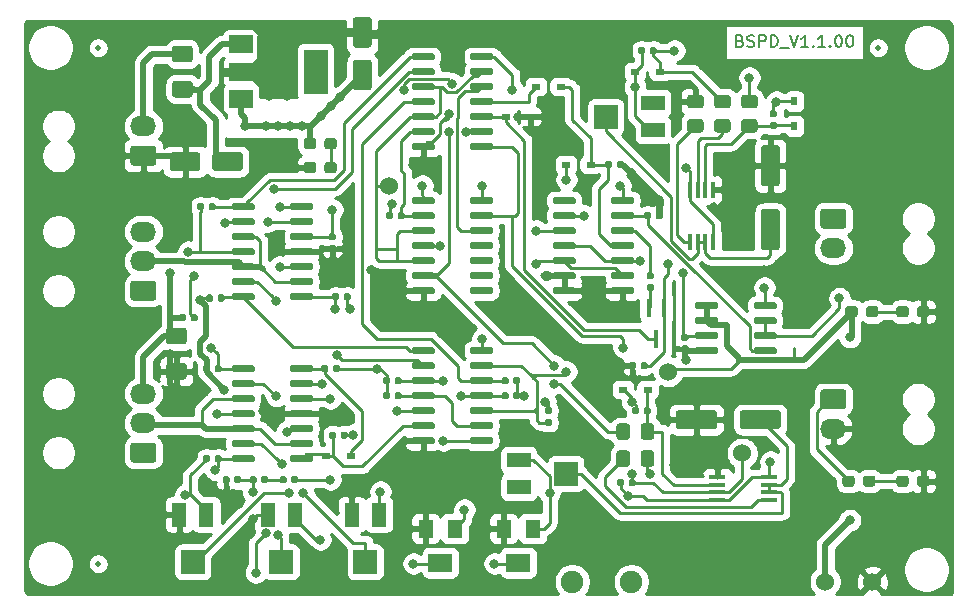
<source format=gbr>
G04 #@! TF.GenerationSoftware,KiCad,Pcbnew,(5.1.10)-1*
G04 #@! TF.CreationDate,2021-06-28T12:10:56+02:00*
G04 #@! TF.ProjectId,BSPD_v_1_1,42535044-5f76-45f3-915f-312e6b696361,rev?*
G04 #@! TF.SameCoordinates,Original*
G04 #@! TF.FileFunction,Copper,L1,Top*
G04 #@! TF.FilePolarity,Positive*
%FSLAX46Y46*%
G04 Gerber Fmt 4.6, Leading zero omitted, Abs format (unit mm)*
G04 Created by KiCad (PCBNEW (5.1.10)-1) date 2021-06-28 12:10:56*
%MOMM*%
%LPD*%
G01*
G04 APERTURE LIST*
G04 #@! TA.AperFunction,NonConductor*
%ADD10C,0.150000*%
G04 #@! TD*
G04 #@! TA.AperFunction,SMDPad,CuDef*
%ADD11R,0.450000X1.500000*%
G04 #@! TD*
G04 #@! TA.AperFunction,ComponentPad*
%ADD12O,2.200000X1.700000*%
G04 #@! TD*
G04 #@! TA.AperFunction,SMDPad,CuDef*
%ADD13R,1.450000X0.450000*%
G04 #@! TD*
G04 #@! TA.AperFunction,SMDPad,CuDef*
%ADD14R,0.450000X1.450000*%
G04 #@! TD*
G04 #@! TA.AperFunction,ComponentPad*
%ADD15C,1.524000*%
G04 #@! TD*
G04 #@! TA.AperFunction,ComponentPad*
%ADD16C,1.900000*%
G04 #@! TD*
G04 #@! TA.AperFunction,SMDPad,CuDef*
%ADD17R,0.800000X0.550000*%
G04 #@! TD*
G04 #@! TA.AperFunction,SMDPad,CuDef*
%ADD18R,0.550000X0.800000*%
G04 #@! TD*
G04 #@! TA.AperFunction,SMDPad,CuDef*
%ADD19C,1.524000*%
G04 #@! TD*
G04 #@! TA.AperFunction,SMDPad,CuDef*
%ADD20C,0.500000*%
G04 #@! TD*
G04 #@! TA.AperFunction,SMDPad,CuDef*
%ADD21R,1.300000X2.000000*%
G04 #@! TD*
G04 #@! TA.AperFunction,SMDPad,CuDef*
%ADD22R,2.000000X2.000000*%
G04 #@! TD*
G04 #@! TA.AperFunction,SMDPad,CuDef*
%ADD23R,1.300000X1.600000*%
G04 #@! TD*
G04 #@! TA.AperFunction,SMDPad,CuDef*
%ADD24R,2.000000X1.600000*%
G04 #@! TD*
G04 #@! TA.AperFunction,SMDPad,CuDef*
%ADD25R,2.000000X1.300000*%
G04 #@! TD*
G04 #@! TA.AperFunction,SMDPad,CuDef*
%ADD26R,2.000000X3.800000*%
G04 #@! TD*
G04 #@! TA.AperFunction,SMDPad,CuDef*
%ADD27R,2.000000X1.500000*%
G04 #@! TD*
G04 #@! TA.AperFunction,ViaPad*
%ADD28C,0.800000*%
G04 #@! TD*
G04 #@! TA.AperFunction,Conductor*
%ADD29C,0.500000*%
G04 #@! TD*
G04 #@! TA.AperFunction,Conductor*
%ADD30C,0.250000*%
G04 #@! TD*
G04 #@! TA.AperFunction,Conductor*
%ADD31C,0.750000*%
G04 #@! TD*
G04 #@! TA.AperFunction,Conductor*
%ADD32C,0.254000*%
G04 #@! TD*
G04 #@! TA.AperFunction,Conductor*
%ADD33C,0.100000*%
G04 #@! TD*
G04 APERTURE END LIST*
D10*
X147296761Y-29392571D02*
X147439619Y-29440190D01*
X147487238Y-29487809D01*
X147534857Y-29583047D01*
X147534857Y-29725904D01*
X147487238Y-29821142D01*
X147439619Y-29868761D01*
X147344380Y-29916380D01*
X146963428Y-29916380D01*
X146963428Y-28916380D01*
X147296761Y-28916380D01*
X147392000Y-28964000D01*
X147439619Y-29011619D01*
X147487238Y-29106857D01*
X147487238Y-29202095D01*
X147439619Y-29297333D01*
X147392000Y-29344952D01*
X147296761Y-29392571D01*
X146963428Y-29392571D01*
X147915809Y-29868761D02*
X148058666Y-29916380D01*
X148296761Y-29916380D01*
X148392000Y-29868761D01*
X148439619Y-29821142D01*
X148487238Y-29725904D01*
X148487238Y-29630666D01*
X148439619Y-29535428D01*
X148392000Y-29487809D01*
X148296761Y-29440190D01*
X148106285Y-29392571D01*
X148011047Y-29344952D01*
X147963428Y-29297333D01*
X147915809Y-29202095D01*
X147915809Y-29106857D01*
X147963428Y-29011619D01*
X148011047Y-28964000D01*
X148106285Y-28916380D01*
X148344380Y-28916380D01*
X148487238Y-28964000D01*
X148915809Y-29916380D02*
X148915809Y-28916380D01*
X149296761Y-28916380D01*
X149392000Y-28964000D01*
X149439619Y-29011619D01*
X149487238Y-29106857D01*
X149487238Y-29249714D01*
X149439619Y-29344952D01*
X149392000Y-29392571D01*
X149296761Y-29440190D01*
X148915809Y-29440190D01*
X149915809Y-29916380D02*
X149915809Y-28916380D01*
X150153904Y-28916380D01*
X150296761Y-28964000D01*
X150392000Y-29059238D01*
X150439619Y-29154476D01*
X150487238Y-29344952D01*
X150487238Y-29487809D01*
X150439619Y-29678285D01*
X150392000Y-29773523D01*
X150296761Y-29868761D01*
X150153904Y-29916380D01*
X149915809Y-29916380D01*
X150677714Y-30011619D02*
X151439619Y-30011619D01*
X151534857Y-28916380D02*
X151868190Y-29916380D01*
X152201523Y-28916380D01*
X153058666Y-29916380D02*
X152487238Y-29916380D01*
X152772952Y-29916380D02*
X152772952Y-28916380D01*
X152677714Y-29059238D01*
X152582476Y-29154476D01*
X152487238Y-29202095D01*
X153487238Y-29821142D02*
X153534857Y-29868761D01*
X153487238Y-29916380D01*
X153439619Y-29868761D01*
X153487238Y-29821142D01*
X153487238Y-29916380D01*
X154487238Y-29916380D02*
X153915809Y-29916380D01*
X154201523Y-29916380D02*
X154201523Y-28916380D01*
X154106285Y-29059238D01*
X154011047Y-29154476D01*
X153915809Y-29202095D01*
X154915809Y-29821142D02*
X154963428Y-29868761D01*
X154915809Y-29916380D01*
X154868190Y-29868761D01*
X154915809Y-29821142D01*
X154915809Y-29916380D01*
X155582476Y-28916380D02*
X155677714Y-28916380D01*
X155772952Y-28964000D01*
X155820571Y-29011619D01*
X155868190Y-29106857D01*
X155915809Y-29297333D01*
X155915809Y-29535428D01*
X155868190Y-29725904D01*
X155820571Y-29821142D01*
X155772952Y-29868761D01*
X155677714Y-29916380D01*
X155582476Y-29916380D01*
X155487238Y-29868761D01*
X155439619Y-29821142D01*
X155392000Y-29725904D01*
X155344380Y-29535428D01*
X155344380Y-29297333D01*
X155392000Y-29106857D01*
X155439619Y-29011619D01*
X155487238Y-28964000D01*
X155582476Y-28916380D01*
X156534857Y-28916380D02*
X156630095Y-28916380D01*
X156725333Y-28964000D01*
X156772952Y-29011619D01*
X156820571Y-29106857D01*
X156868190Y-29297333D01*
X156868190Y-29535428D01*
X156820571Y-29725904D01*
X156772952Y-29821142D01*
X156725333Y-29868761D01*
X156630095Y-29916380D01*
X156534857Y-29916380D01*
X156439619Y-29868761D01*
X156392000Y-29821142D01*
X156344380Y-29725904D01*
X156296761Y-29535428D01*
X156296761Y-29297333D01*
X156344380Y-29106857D01*
X156392000Y-29011619D01*
X156439619Y-28964000D01*
X156534857Y-28916380D01*
D11*
X140208000Y-54670000D03*
X139558000Y-52010000D03*
X140858000Y-52010000D03*
D12*
X96774000Y-45546000D03*
X96774000Y-48046000D03*
G04 #@! TA.AperFunction,ComponentPad*
G36*
G01*
X97874000Y-49946000D02*
X97874000Y-51146000D01*
G75*
G02*
X97624000Y-51396000I-250000J0D01*
G01*
X95924000Y-51396000D01*
G75*
G02*
X95674000Y-51146000I0J250000D01*
G01*
X95674000Y-49946000D01*
G75*
G02*
X95924000Y-49696000I250000J0D01*
G01*
X97624000Y-49696000D01*
G75*
G02*
X97874000Y-49946000I0J-250000D01*
G01*
G37*
G04 #@! TD.AperFunction*
X96774000Y-59262000D03*
X96774000Y-61762000D03*
G04 #@! TA.AperFunction,ComponentPad*
G36*
G01*
X97874000Y-63662000D02*
X97874000Y-64862000D01*
G75*
G02*
X97624000Y-65112000I-250000J0D01*
G01*
X95924000Y-65112000D01*
G75*
G02*
X95674000Y-64862000I0J250000D01*
G01*
X95674000Y-63662000D01*
G75*
G02*
X95924000Y-63412000I250000J0D01*
G01*
X97624000Y-63412000D01*
G75*
G02*
X97874000Y-63662000I0J-250000D01*
G01*
G37*
G04 #@! TD.AperFunction*
X155194000Y-62240800D03*
G04 #@! TA.AperFunction,ComponentPad*
G36*
G01*
X154094000Y-60340800D02*
X154094000Y-59140800D01*
G75*
G02*
X154344000Y-58890800I250000J0D01*
G01*
X156044000Y-58890800D01*
G75*
G02*
X156294000Y-59140800I0J-250000D01*
G01*
X156294000Y-60340800D01*
G75*
G02*
X156044000Y-60590800I-250000J0D01*
G01*
X154344000Y-60590800D01*
G75*
G02*
X154094000Y-60340800I0J250000D01*
G01*
G37*
G04 #@! TD.AperFunction*
X155194000Y-46950000D03*
G04 #@! TA.AperFunction,ComponentPad*
G36*
G01*
X154094000Y-45050000D02*
X154094000Y-43850000D01*
G75*
G02*
X154344000Y-43600000I250000J0D01*
G01*
X156044000Y-43600000D01*
G75*
G02*
X156294000Y-43850000I0J-250000D01*
G01*
X156294000Y-45050000D01*
G75*
G02*
X156044000Y-45300000I-250000J0D01*
G01*
X154344000Y-45300000D01*
G75*
G02*
X154094000Y-45050000I0J250000D01*
G01*
G37*
G04 #@! TD.AperFunction*
X96774000Y-36616000D03*
G04 #@! TA.AperFunction,ComponentPad*
G36*
G01*
X97874000Y-38516000D02*
X97874000Y-39716000D01*
G75*
G02*
X97624000Y-39966000I-250000J0D01*
G01*
X95924000Y-39966000D01*
G75*
G02*
X95674000Y-39716000I0J250000D01*
G01*
X95674000Y-38516000D01*
G75*
G02*
X95924000Y-38266000I250000J0D01*
G01*
X97624000Y-38266000D01*
G75*
G02*
X97874000Y-38516000I0J-250000D01*
G01*
G37*
G04 #@! TD.AperFunction*
D13*
X149774000Y-66335000D03*
X149774000Y-66985000D03*
X149774000Y-67635000D03*
X149774000Y-68285000D03*
X145374000Y-68285000D03*
X145374000Y-67635000D03*
X145374000Y-66985000D03*
X145374000Y-66335000D03*
D14*
X144993000Y-41996000D03*
X144343000Y-41996000D03*
X143693000Y-41996000D03*
X143043000Y-41996000D03*
X143043000Y-46396000D03*
X143693000Y-46396000D03*
X144343000Y-46396000D03*
X144993000Y-46396000D03*
D15*
X158496000Y-75184000D03*
X154496000Y-75184000D03*
D16*
X138096000Y-75184000D03*
X133096000Y-75184000D03*
D17*
X130014000Y-33274000D03*
X132114000Y-33274000D03*
X132554000Y-39878000D03*
X134654000Y-39878000D03*
D18*
X151892000Y-36610000D03*
X151892000Y-34510000D03*
D17*
X140496000Y-32004000D03*
X138396000Y-32004000D03*
X139480000Y-58928000D03*
X137380000Y-58928000D03*
X129574000Y-35814000D03*
X127474000Y-35814000D03*
X114334000Y-64579500D03*
X112234000Y-64579500D03*
D19*
X141224000Y-57404000D03*
X147472400Y-64312800D03*
X117602000Y-41656000D03*
D20*
X159004000Y-29972000D03*
X92964000Y-73660000D03*
X92964000Y-29972000D03*
G04 #@! TA.AperFunction,SMDPad,CuDef*
G36*
G01*
X136412000Y-39693000D02*
X136412000Y-40063000D01*
G75*
G02*
X136277000Y-40198000I-135000J0D01*
G01*
X136007000Y-40198000D01*
G75*
G02*
X135872000Y-40063000I0J135000D01*
G01*
X135872000Y-39693000D01*
G75*
G02*
X136007000Y-39558000I135000J0D01*
G01*
X136277000Y-39558000D01*
G75*
G02*
X136412000Y-39693000I0J-135000D01*
G01*
G37*
G04 #@! TD.AperFunction*
G04 #@! TA.AperFunction,SMDPad,CuDef*
G36*
G01*
X137432000Y-39693000D02*
X137432000Y-40063000D01*
G75*
G02*
X137297000Y-40198000I-135000J0D01*
G01*
X137027000Y-40198000D01*
G75*
G02*
X136892000Y-40063000I0J135000D01*
G01*
X136892000Y-39693000D01*
G75*
G02*
X137027000Y-39558000I135000J0D01*
G01*
X137297000Y-39558000D01*
G75*
G02*
X137432000Y-39693000I0J-135000D01*
G01*
G37*
G04 #@! TD.AperFunction*
G04 #@! TA.AperFunction,SMDPad,CuDef*
G36*
G01*
X130879000Y-61454000D02*
X131249000Y-61454000D01*
G75*
G02*
X131384000Y-61589000I0J-135000D01*
G01*
X131384000Y-61859000D01*
G75*
G02*
X131249000Y-61994000I-135000J0D01*
G01*
X130879000Y-61994000D01*
G75*
G02*
X130744000Y-61859000I0J135000D01*
G01*
X130744000Y-61589000D01*
G75*
G02*
X130879000Y-61454000I135000J0D01*
G01*
G37*
G04 #@! TD.AperFunction*
G04 #@! TA.AperFunction,SMDPad,CuDef*
G36*
G01*
X130879000Y-60434000D02*
X131249000Y-60434000D01*
G75*
G02*
X131384000Y-60569000I0J-135000D01*
G01*
X131384000Y-60839000D01*
G75*
G02*
X131249000Y-60974000I-135000J0D01*
G01*
X130879000Y-60974000D01*
G75*
G02*
X130744000Y-60839000I0J135000D01*
G01*
X130744000Y-60569000D01*
G75*
G02*
X130879000Y-60434000I135000J0D01*
G01*
G37*
G04 #@! TD.AperFunction*
G04 #@! TA.AperFunction,SMDPad,CuDef*
G36*
G01*
X115866000Y-29980000D02*
X114766000Y-29980000D01*
G75*
G02*
X114516000Y-29730000I0J250000D01*
G01*
X114516000Y-27630000D01*
G75*
G02*
X114766000Y-27380000I250000J0D01*
G01*
X115866000Y-27380000D01*
G75*
G02*
X116116000Y-27630000I0J-250000D01*
G01*
X116116000Y-29730000D01*
G75*
G02*
X115866000Y-29980000I-250000J0D01*
G01*
G37*
G04 #@! TD.AperFunction*
G04 #@! TA.AperFunction,SMDPad,CuDef*
G36*
G01*
X115866000Y-33580000D02*
X114766000Y-33580000D01*
G75*
G02*
X114516000Y-33330000I0J250000D01*
G01*
X114516000Y-31230000D01*
G75*
G02*
X114766000Y-30980000I250000J0D01*
G01*
X115866000Y-30980000D01*
G75*
G02*
X116116000Y-31230000I0J-250000D01*
G01*
X116116000Y-33330000D01*
G75*
G02*
X115866000Y-33580000I-250000J0D01*
G01*
G37*
G04 #@! TD.AperFunction*
G04 #@! TA.AperFunction,SMDPad,CuDef*
G36*
G01*
X105208000Y-39074000D02*
X105208000Y-40174000D01*
G75*
G02*
X104958000Y-40424000I-250000J0D01*
G01*
X102858000Y-40424000D01*
G75*
G02*
X102608000Y-40174000I0J250000D01*
G01*
X102608000Y-39074000D01*
G75*
G02*
X102858000Y-38824000I250000J0D01*
G01*
X104958000Y-38824000D01*
G75*
G02*
X105208000Y-39074000I0J-250000D01*
G01*
G37*
G04 #@! TD.AperFunction*
G04 #@! TA.AperFunction,SMDPad,CuDef*
G36*
G01*
X101608000Y-39074000D02*
X101608000Y-40174000D01*
G75*
G02*
X101358000Y-40424000I-250000J0D01*
G01*
X99258000Y-40424000D01*
G75*
G02*
X99008000Y-40174000I0J250000D01*
G01*
X99008000Y-39074000D01*
G75*
G02*
X99258000Y-38824000I250000J0D01*
G01*
X101358000Y-38824000D01*
G75*
G02*
X101608000Y-39074000I0J-250000D01*
G01*
G37*
G04 #@! TD.AperFunction*
G04 #@! TA.AperFunction,SMDPad,CuDef*
G36*
G01*
X148532001Y-35110000D02*
X147631999Y-35110000D01*
G75*
G02*
X147382000Y-34860001I0J249999D01*
G01*
X147382000Y-34209999D01*
G75*
G02*
X147631999Y-33960000I249999J0D01*
G01*
X148532001Y-33960000D01*
G75*
G02*
X148782000Y-34209999I0J-249999D01*
G01*
X148782000Y-34860001D01*
G75*
G02*
X148532001Y-35110000I-249999J0D01*
G01*
G37*
G04 #@! TD.AperFunction*
G04 #@! TA.AperFunction,SMDPad,CuDef*
G36*
G01*
X148532001Y-37160000D02*
X147631999Y-37160000D01*
G75*
G02*
X147382000Y-36910001I0J249999D01*
G01*
X147382000Y-36259999D01*
G75*
G02*
X147631999Y-36010000I249999J0D01*
G01*
X148532001Y-36010000D01*
G75*
G02*
X148782000Y-36259999I0J-249999D01*
G01*
X148782000Y-36910001D01*
G75*
G02*
X148532001Y-37160000I-249999J0D01*
G01*
G37*
G04 #@! TD.AperFunction*
G04 #@! TA.AperFunction,SMDPad,CuDef*
G36*
G01*
X150410000Y-41722000D02*
X149310000Y-41722000D01*
G75*
G02*
X149060000Y-41472000I0J250000D01*
G01*
X149060000Y-38472000D01*
G75*
G02*
X149310000Y-38222000I250000J0D01*
G01*
X150410000Y-38222000D01*
G75*
G02*
X150660000Y-38472000I0J-250000D01*
G01*
X150660000Y-41472000D01*
G75*
G02*
X150410000Y-41722000I-250000J0D01*
G01*
G37*
G04 #@! TD.AperFunction*
G04 #@! TA.AperFunction,SMDPad,CuDef*
G36*
G01*
X150410000Y-47122000D02*
X149310000Y-47122000D01*
G75*
G02*
X149060000Y-46872000I0J250000D01*
G01*
X149060000Y-43872000D01*
G75*
G02*
X149310000Y-43622000I250000J0D01*
G01*
X150410000Y-43622000D01*
G75*
G02*
X150660000Y-43872000I0J-250000D01*
G01*
X150660000Y-46872000D01*
G75*
G02*
X150410000Y-47122000I-250000J0D01*
G01*
G37*
G04 #@! TD.AperFunction*
G04 #@! TA.AperFunction,SMDPad,CuDef*
G36*
G01*
X143960001Y-37160000D02*
X143059999Y-37160000D01*
G75*
G02*
X142810000Y-36910001I0J249999D01*
G01*
X142810000Y-36259999D01*
G75*
G02*
X143059999Y-36010000I249999J0D01*
G01*
X143960001Y-36010000D01*
G75*
G02*
X144210000Y-36259999I0J-249999D01*
G01*
X144210000Y-36910001D01*
G75*
G02*
X143960001Y-37160000I-249999J0D01*
G01*
G37*
G04 #@! TD.AperFunction*
G04 #@! TA.AperFunction,SMDPad,CuDef*
G36*
G01*
X143960001Y-35110000D02*
X143059999Y-35110000D01*
G75*
G02*
X142810000Y-34860001I0J249999D01*
G01*
X142810000Y-34209999D01*
G75*
G02*
X143059999Y-33960000I249999J0D01*
G01*
X143960001Y-33960000D01*
G75*
G02*
X144210000Y-34209999I0J-249999D01*
G01*
X144210000Y-34860001D01*
G75*
G02*
X143960001Y-35110000I-249999J0D01*
G01*
G37*
G04 #@! TD.AperFunction*
G04 #@! TA.AperFunction,SMDPad,CuDef*
G36*
G01*
X145345999Y-36010000D02*
X146246001Y-36010000D01*
G75*
G02*
X146496000Y-36259999I0J-249999D01*
G01*
X146496000Y-36910001D01*
G75*
G02*
X146246001Y-37160000I-249999J0D01*
G01*
X145345999Y-37160000D01*
G75*
G02*
X145096000Y-36910001I0J249999D01*
G01*
X145096000Y-36259999D01*
G75*
G02*
X145345999Y-36010000I249999J0D01*
G01*
G37*
G04 #@! TD.AperFunction*
G04 #@! TA.AperFunction,SMDPad,CuDef*
G36*
G01*
X145345999Y-33960000D02*
X146246001Y-33960000D01*
G75*
G02*
X146496000Y-34209999I0J-249999D01*
G01*
X146496000Y-34860001D01*
G75*
G02*
X146246001Y-35110000I-249999J0D01*
G01*
X145345999Y-35110000D01*
G75*
G02*
X145096000Y-34860001I0J249999D01*
G01*
X145096000Y-34209999D01*
G75*
G02*
X145345999Y-33960000I249999J0D01*
G01*
G37*
G04 #@! TD.AperFunction*
G04 #@! TA.AperFunction,SMDPad,CuDef*
G36*
G01*
X140030000Y-62033999D02*
X140030000Y-62934001D01*
G75*
G02*
X139780001Y-63184000I-249999J0D01*
G01*
X139129999Y-63184000D01*
G75*
G02*
X138880000Y-62934001I0J249999D01*
G01*
X138880000Y-62033999D01*
G75*
G02*
X139129999Y-61784000I249999J0D01*
G01*
X139780001Y-61784000D01*
G75*
G02*
X140030000Y-62033999I0J-249999D01*
G01*
G37*
G04 #@! TD.AperFunction*
G04 #@! TA.AperFunction,SMDPad,CuDef*
G36*
G01*
X137980000Y-62033999D02*
X137980000Y-62934001D01*
G75*
G02*
X137730001Y-63184000I-249999J0D01*
G01*
X137079999Y-63184000D01*
G75*
G02*
X136830000Y-62934001I0J249999D01*
G01*
X136830000Y-62033999D01*
G75*
G02*
X137079999Y-61784000I249999J0D01*
G01*
X137730001Y-61784000D01*
G75*
G02*
X137980000Y-62033999I0J-249999D01*
G01*
G37*
G04 #@! TD.AperFunction*
G04 #@! TA.AperFunction,SMDPad,CuDef*
G36*
G01*
X150754000Y-60918000D02*
X150754000Y-62018000D01*
G75*
G02*
X150504000Y-62268000I-250000J0D01*
G01*
X147504000Y-62268000D01*
G75*
G02*
X147254000Y-62018000I0J250000D01*
G01*
X147254000Y-60918000D01*
G75*
G02*
X147504000Y-60668000I250000J0D01*
G01*
X150504000Y-60668000D01*
G75*
G02*
X150754000Y-60918000I0J-250000D01*
G01*
G37*
G04 #@! TD.AperFunction*
G04 #@! TA.AperFunction,SMDPad,CuDef*
G36*
G01*
X145354000Y-60918000D02*
X145354000Y-62018000D01*
G75*
G02*
X145104000Y-62268000I-250000J0D01*
G01*
X142104000Y-62268000D01*
G75*
G02*
X141854000Y-62018000I0J250000D01*
G01*
X141854000Y-60918000D01*
G75*
G02*
X142104000Y-60668000I250000J0D01*
G01*
X145104000Y-60668000D01*
G75*
G02*
X145354000Y-60918000I0J-250000D01*
G01*
G37*
G04 #@! TD.AperFunction*
G04 #@! TA.AperFunction,SMDPad,CuDef*
G36*
G01*
X138880000Y-65220001D02*
X138880000Y-64319999D01*
G75*
G02*
X139129999Y-64070000I249999J0D01*
G01*
X139780001Y-64070000D01*
G75*
G02*
X140030000Y-64319999I0J-249999D01*
G01*
X140030000Y-65220001D01*
G75*
G02*
X139780001Y-65470000I-249999J0D01*
G01*
X139129999Y-65470000D01*
G75*
G02*
X138880000Y-65220001I0J249999D01*
G01*
G37*
G04 #@! TD.AperFunction*
G04 #@! TA.AperFunction,SMDPad,CuDef*
G36*
G01*
X136830000Y-65220001D02*
X136830000Y-64319999D01*
G75*
G02*
X137079999Y-64070000I249999J0D01*
G01*
X137730001Y-64070000D01*
G75*
G02*
X137980000Y-64319999I0J-249999D01*
G01*
X137980000Y-65220001D01*
G75*
G02*
X137730001Y-65470000I-249999J0D01*
G01*
X137079999Y-65470000D01*
G75*
G02*
X136830000Y-65220001I0J249999D01*
G01*
G37*
G04 #@! TD.AperFunction*
G04 #@! TA.AperFunction,SMDPad,CuDef*
G36*
G01*
X100701000Y-34204000D02*
X99451000Y-34204000D01*
G75*
G02*
X99201000Y-33954000I0J250000D01*
G01*
X99201000Y-33029000D01*
G75*
G02*
X99451000Y-32779000I250000J0D01*
G01*
X100701000Y-32779000D01*
G75*
G02*
X100951000Y-33029000I0J-250000D01*
G01*
X100951000Y-33954000D01*
G75*
G02*
X100701000Y-34204000I-250000J0D01*
G01*
G37*
G04 #@! TD.AperFunction*
G04 #@! TA.AperFunction,SMDPad,CuDef*
G36*
G01*
X100701000Y-31229000D02*
X99451000Y-31229000D01*
G75*
G02*
X99201000Y-30979000I0J250000D01*
G01*
X99201000Y-30054000D01*
G75*
G02*
X99451000Y-29804000I250000J0D01*
G01*
X100701000Y-29804000D01*
G75*
G02*
X100951000Y-30054000I0J-250000D01*
G01*
X100951000Y-30979000D01*
G75*
G02*
X100701000Y-31229000I-250000J0D01*
G01*
G37*
G04 #@! TD.AperFunction*
G04 #@! TA.AperFunction,SMDPad,CuDef*
G36*
G01*
X110360000Y-40369500D02*
X110360000Y-39894500D01*
G75*
G02*
X110597500Y-39657000I237500J0D01*
G01*
X111172500Y-39657000D01*
G75*
G02*
X111410000Y-39894500I0J-237500D01*
G01*
X111410000Y-40369500D01*
G75*
G02*
X111172500Y-40607000I-237500J0D01*
G01*
X110597500Y-40607000D01*
G75*
G02*
X110360000Y-40369500I0J237500D01*
G01*
G37*
G04 #@! TD.AperFunction*
G04 #@! TA.AperFunction,SMDPad,CuDef*
G36*
G01*
X112110000Y-40369500D02*
X112110000Y-39894500D01*
G75*
G02*
X112347500Y-39657000I237500J0D01*
G01*
X112922500Y-39657000D01*
G75*
G02*
X113160000Y-39894500I0J-237500D01*
G01*
X113160000Y-40369500D01*
G75*
G02*
X112922500Y-40607000I-237500J0D01*
G01*
X112347500Y-40607000D01*
G75*
G02*
X112110000Y-40369500I0J237500D01*
G01*
G37*
G04 #@! TD.AperFunction*
G04 #@! TA.AperFunction,SMDPad,CuDef*
G36*
G01*
X161575000Y-52086500D02*
X161575000Y-52561500D01*
G75*
G02*
X161337500Y-52799000I-237500J0D01*
G01*
X160762500Y-52799000D01*
G75*
G02*
X160525000Y-52561500I0J237500D01*
G01*
X160525000Y-52086500D01*
G75*
G02*
X160762500Y-51849000I237500J0D01*
G01*
X161337500Y-51849000D01*
G75*
G02*
X161575000Y-52086500I0J-237500D01*
G01*
G37*
G04 #@! TD.AperFunction*
G04 #@! TA.AperFunction,SMDPad,CuDef*
G36*
G01*
X163325000Y-52086500D02*
X163325000Y-52561500D01*
G75*
G02*
X163087500Y-52799000I-237500J0D01*
G01*
X162512500Y-52799000D01*
G75*
G02*
X162275000Y-52561500I0J237500D01*
G01*
X162275000Y-52086500D01*
G75*
G02*
X162512500Y-51849000I237500J0D01*
G01*
X163087500Y-51849000D01*
G75*
G02*
X163325000Y-52086500I0J-237500D01*
G01*
G37*
G04 #@! TD.AperFunction*
G04 #@! TA.AperFunction,SMDPad,CuDef*
G36*
G01*
X163325000Y-66437500D02*
X163325000Y-66912500D01*
G75*
G02*
X163087500Y-67150000I-237500J0D01*
G01*
X162512500Y-67150000D01*
G75*
G02*
X162275000Y-66912500I0J237500D01*
G01*
X162275000Y-66437500D01*
G75*
G02*
X162512500Y-66200000I237500J0D01*
G01*
X163087500Y-66200000D01*
G75*
G02*
X163325000Y-66437500I0J-237500D01*
G01*
G37*
G04 #@! TD.AperFunction*
G04 #@! TA.AperFunction,SMDPad,CuDef*
G36*
G01*
X161575000Y-66437500D02*
X161575000Y-66912500D01*
G75*
G02*
X161337500Y-67150000I-237500J0D01*
G01*
X160762500Y-67150000D01*
G75*
G02*
X160525000Y-66912500I0J237500D01*
G01*
X160525000Y-66437500D01*
G75*
G02*
X160762500Y-66200000I237500J0D01*
G01*
X161337500Y-66200000D01*
G75*
G02*
X161575000Y-66437500I0J-237500D01*
G01*
G37*
G04 #@! TD.AperFunction*
G04 #@! TA.AperFunction,SMDPad,CuDef*
G36*
G01*
X113160000Y-37862500D02*
X113160000Y-38337500D01*
G75*
G02*
X112922500Y-38575000I-237500J0D01*
G01*
X112347500Y-38575000D01*
G75*
G02*
X112110000Y-38337500I0J237500D01*
G01*
X112110000Y-37862500D01*
G75*
G02*
X112347500Y-37625000I237500J0D01*
G01*
X112922500Y-37625000D01*
G75*
G02*
X113160000Y-37862500I0J-237500D01*
G01*
G37*
G04 #@! TD.AperFunction*
G04 #@! TA.AperFunction,SMDPad,CuDef*
G36*
G01*
X111410000Y-37862500D02*
X111410000Y-38337500D01*
G75*
G02*
X111172500Y-38575000I-237500J0D01*
G01*
X110597500Y-38575000D01*
G75*
G02*
X110360000Y-38337500I0J237500D01*
G01*
X110360000Y-37862500D01*
G75*
G02*
X110597500Y-37625000I237500J0D01*
G01*
X111172500Y-37625000D01*
G75*
G02*
X111410000Y-37862500I0J-237500D01*
G01*
G37*
G04 #@! TD.AperFunction*
G04 #@! TA.AperFunction,SMDPad,CuDef*
G36*
G01*
X101328000Y-43606500D02*
X101328000Y-43261500D01*
G75*
G02*
X101475500Y-43114000I147500J0D01*
G01*
X101770500Y-43114000D01*
G75*
G02*
X101918000Y-43261500I0J-147500D01*
G01*
X101918000Y-43606500D01*
G75*
G02*
X101770500Y-43754000I-147500J0D01*
G01*
X101475500Y-43754000D01*
G75*
G02*
X101328000Y-43606500I0J147500D01*
G01*
G37*
G04 #@! TD.AperFunction*
G04 #@! TA.AperFunction,SMDPad,CuDef*
G36*
G01*
X102298000Y-43606500D02*
X102298000Y-43261500D01*
G75*
G02*
X102445500Y-43114000I147500J0D01*
G01*
X102740500Y-43114000D01*
G75*
G02*
X102888000Y-43261500I0J-147500D01*
G01*
X102888000Y-43606500D01*
G75*
G02*
X102740500Y-43754000I-147500J0D01*
G01*
X102445500Y-43754000D01*
G75*
G02*
X102298000Y-43606500I0J147500D01*
G01*
G37*
G04 #@! TD.AperFunction*
G04 #@! TA.AperFunction,SMDPad,CuDef*
G36*
G01*
X103060000Y-51353500D02*
X103060000Y-51008500D01*
G75*
G02*
X103207500Y-50861000I147500J0D01*
G01*
X103502500Y-50861000D01*
G75*
G02*
X103650000Y-51008500I0J-147500D01*
G01*
X103650000Y-51353500D01*
G75*
G02*
X103502500Y-51501000I-147500J0D01*
G01*
X103207500Y-51501000D01*
G75*
G02*
X103060000Y-51353500I0J147500D01*
G01*
G37*
G04 #@! TD.AperFunction*
G04 #@! TA.AperFunction,SMDPad,CuDef*
G36*
G01*
X102090000Y-51353500D02*
X102090000Y-51008500D01*
G75*
G02*
X102237500Y-50861000I147500J0D01*
G01*
X102532500Y-50861000D01*
G75*
G02*
X102680000Y-51008500I0J-147500D01*
G01*
X102680000Y-51353500D01*
G75*
G02*
X102532500Y-51501000I-147500J0D01*
G01*
X102237500Y-51501000D01*
G75*
G02*
X102090000Y-51353500I0J147500D01*
G01*
G37*
G04 #@! TD.AperFunction*
G04 #@! TA.AperFunction,SMDPad,CuDef*
G36*
G01*
X114318000Y-50881500D02*
X114318000Y-51226500D01*
G75*
G02*
X114170500Y-51374000I-147500J0D01*
G01*
X113875500Y-51374000D01*
G75*
G02*
X113728000Y-51226500I0J147500D01*
G01*
X113728000Y-50881500D01*
G75*
G02*
X113875500Y-50734000I147500J0D01*
G01*
X114170500Y-50734000D01*
G75*
G02*
X114318000Y-50881500I0J-147500D01*
G01*
G37*
G04 #@! TD.AperFunction*
G04 #@! TA.AperFunction,SMDPad,CuDef*
G36*
G01*
X113348000Y-50881500D02*
X113348000Y-51226500D01*
G75*
G02*
X113200500Y-51374000I-147500J0D01*
G01*
X112905500Y-51374000D01*
G75*
G02*
X112758000Y-51226500I0J147500D01*
G01*
X112758000Y-50881500D01*
G75*
G02*
X112905500Y-50734000I147500J0D01*
G01*
X113200500Y-50734000D01*
G75*
G02*
X113348000Y-50881500I0J-147500D01*
G01*
G37*
G04 #@! TD.AperFunction*
G04 #@! TA.AperFunction,SMDPad,CuDef*
G36*
G01*
X117076000Y-58338500D02*
X117076000Y-57993500D01*
G75*
G02*
X117223500Y-57846000I147500J0D01*
G01*
X117518500Y-57846000D01*
G75*
G02*
X117666000Y-57993500I0J-147500D01*
G01*
X117666000Y-58338500D01*
G75*
G02*
X117518500Y-58486000I-147500J0D01*
G01*
X117223500Y-58486000D01*
G75*
G02*
X117076000Y-58338500I0J147500D01*
G01*
G37*
G04 #@! TD.AperFunction*
G04 #@! TA.AperFunction,SMDPad,CuDef*
G36*
G01*
X118046000Y-58338500D02*
X118046000Y-57993500D01*
G75*
G02*
X118193500Y-57846000I147500J0D01*
G01*
X118488500Y-57846000D01*
G75*
G02*
X118636000Y-57993500I0J-147500D01*
G01*
X118636000Y-58338500D01*
G75*
G02*
X118488500Y-58486000I-147500J0D01*
G01*
X118193500Y-58486000D01*
G75*
G02*
X118046000Y-58338500I0J147500D01*
G01*
G37*
G04 #@! TD.AperFunction*
G04 #@! TA.AperFunction,SMDPad,CuDef*
G36*
G01*
X101836000Y-57322500D02*
X101836000Y-56977500D01*
G75*
G02*
X101983500Y-56830000I147500J0D01*
G01*
X102278500Y-56830000D01*
G75*
G02*
X102426000Y-56977500I0J-147500D01*
G01*
X102426000Y-57322500D01*
G75*
G02*
X102278500Y-57470000I-147500J0D01*
G01*
X101983500Y-57470000D01*
G75*
G02*
X101836000Y-57322500I0J147500D01*
G01*
G37*
G04 #@! TD.AperFunction*
G04 #@! TA.AperFunction,SMDPad,CuDef*
G36*
G01*
X102806000Y-57322500D02*
X102806000Y-56977500D01*
G75*
G02*
X102953500Y-56830000I147500J0D01*
G01*
X103248500Y-56830000D01*
G75*
G02*
X103396000Y-56977500I0J-147500D01*
G01*
X103396000Y-57322500D01*
G75*
G02*
X103248500Y-57470000I-147500J0D01*
G01*
X102953500Y-57470000D01*
G75*
G02*
X102806000Y-57322500I0J147500D01*
G01*
G37*
G04 #@! TD.AperFunction*
G04 #@! TA.AperFunction,SMDPad,CuDef*
G36*
G01*
X102806000Y-64942500D02*
X102806000Y-64597500D01*
G75*
G02*
X102953500Y-64450000I147500J0D01*
G01*
X103248500Y-64450000D01*
G75*
G02*
X103396000Y-64597500I0J-147500D01*
G01*
X103396000Y-64942500D01*
G75*
G02*
X103248500Y-65090000I-147500J0D01*
G01*
X102953500Y-65090000D01*
G75*
G02*
X102806000Y-64942500I0J147500D01*
G01*
G37*
G04 #@! TD.AperFunction*
G04 #@! TA.AperFunction,SMDPad,CuDef*
G36*
G01*
X101836000Y-64942500D02*
X101836000Y-64597500D01*
G75*
G02*
X101983500Y-64450000I147500J0D01*
G01*
X102278500Y-64450000D01*
G75*
G02*
X102426000Y-64597500I0J-147500D01*
G01*
X102426000Y-64942500D01*
G75*
G02*
X102278500Y-65090000I-147500J0D01*
G01*
X101983500Y-65090000D01*
G75*
G02*
X101836000Y-64942500I0J147500D01*
G01*
G37*
G04 #@! TD.AperFunction*
G04 #@! TA.AperFunction,SMDPad,CuDef*
G36*
G01*
X114064000Y-62629000D02*
X114064000Y-62974000D01*
G75*
G02*
X113916500Y-63121500I-147500J0D01*
G01*
X113621500Y-63121500D01*
G75*
G02*
X113474000Y-62974000I0J147500D01*
G01*
X113474000Y-62629000D01*
G75*
G02*
X113621500Y-62481500I147500J0D01*
G01*
X113916500Y-62481500D01*
G75*
G02*
X114064000Y-62629000I0J-147500D01*
G01*
G37*
G04 #@! TD.AperFunction*
G04 #@! TA.AperFunction,SMDPad,CuDef*
G36*
G01*
X113094000Y-62629000D02*
X113094000Y-62974000D01*
G75*
G02*
X112946500Y-63121500I-147500J0D01*
G01*
X112651500Y-63121500D01*
G75*
G02*
X112504000Y-62974000I0J147500D01*
G01*
X112504000Y-62629000D01*
G75*
G02*
X112651500Y-62481500I147500J0D01*
G01*
X112946500Y-62481500D01*
G75*
G02*
X113094000Y-62629000I0J-147500D01*
G01*
G37*
G04 #@! TD.AperFunction*
G04 #@! TA.AperFunction,SMDPad,CuDef*
G36*
G01*
X118046000Y-59608500D02*
X118046000Y-59263500D01*
G75*
G02*
X118193500Y-59116000I147500J0D01*
G01*
X118488500Y-59116000D01*
G75*
G02*
X118636000Y-59263500I0J-147500D01*
G01*
X118636000Y-59608500D01*
G75*
G02*
X118488500Y-59756000I-147500J0D01*
G01*
X118193500Y-59756000D01*
G75*
G02*
X118046000Y-59608500I0J147500D01*
G01*
G37*
G04 #@! TD.AperFunction*
G04 #@! TA.AperFunction,SMDPad,CuDef*
G36*
G01*
X117076000Y-59608500D02*
X117076000Y-59263500D01*
G75*
G02*
X117223500Y-59116000I147500J0D01*
G01*
X117518500Y-59116000D01*
G75*
G02*
X117666000Y-59263500I0J-147500D01*
G01*
X117666000Y-59608500D01*
G75*
G02*
X117518500Y-59756000I-147500J0D01*
G01*
X117223500Y-59756000D01*
G75*
G02*
X117076000Y-59608500I0J147500D01*
G01*
G37*
G04 #@! TD.AperFunction*
G04 #@! TA.AperFunction,SMDPad,CuDef*
G36*
G01*
X149941500Y-36258000D02*
X150286500Y-36258000D01*
G75*
G02*
X150434000Y-36405500I0J-147500D01*
G01*
X150434000Y-36700500D01*
G75*
G02*
X150286500Y-36848000I-147500J0D01*
G01*
X149941500Y-36848000D01*
G75*
G02*
X149794000Y-36700500I0J147500D01*
G01*
X149794000Y-36405500D01*
G75*
G02*
X149941500Y-36258000I147500J0D01*
G01*
G37*
G04 #@! TD.AperFunction*
G04 #@! TA.AperFunction,SMDPad,CuDef*
G36*
G01*
X149941500Y-35288000D02*
X150286500Y-35288000D01*
G75*
G02*
X150434000Y-35435500I0J-147500D01*
G01*
X150434000Y-35730500D01*
G75*
G02*
X150286500Y-35878000I-147500J0D01*
G01*
X149941500Y-35878000D01*
G75*
G02*
X149794000Y-35730500I0J147500D01*
G01*
X149794000Y-35435500D01*
G75*
G02*
X149941500Y-35288000I147500J0D01*
G01*
G37*
G04 #@! TD.AperFunction*
G04 #@! TA.AperFunction,SMDPad,CuDef*
G36*
G01*
X138666000Y-30398500D02*
X138666000Y-30053500D01*
G75*
G02*
X138813500Y-29906000I147500J0D01*
G01*
X139108500Y-29906000D01*
G75*
G02*
X139256000Y-30053500I0J-147500D01*
G01*
X139256000Y-30398500D01*
G75*
G02*
X139108500Y-30546000I-147500J0D01*
G01*
X138813500Y-30546000D01*
G75*
G02*
X138666000Y-30398500I0J147500D01*
G01*
G37*
G04 #@! TD.AperFunction*
G04 #@! TA.AperFunction,SMDPad,CuDef*
G36*
G01*
X139636000Y-30398500D02*
X139636000Y-30053500D01*
G75*
G02*
X139783500Y-29906000I147500J0D01*
G01*
X140078500Y-29906000D01*
G75*
G02*
X140226000Y-30053500I0J-147500D01*
G01*
X140226000Y-30398500D01*
G75*
G02*
X140078500Y-30546000I-147500J0D01*
G01*
X139783500Y-30546000D01*
G75*
G02*
X139636000Y-30398500I0J147500D01*
G01*
G37*
G04 #@! TD.AperFunction*
G04 #@! TA.AperFunction,SMDPad,CuDef*
G36*
G01*
X142793500Y-55771000D02*
X142448500Y-55771000D01*
G75*
G02*
X142301000Y-55623500I0J147500D01*
G01*
X142301000Y-55328500D01*
G75*
G02*
X142448500Y-55181000I147500J0D01*
G01*
X142793500Y-55181000D01*
G75*
G02*
X142941000Y-55328500I0J-147500D01*
G01*
X142941000Y-55623500D01*
G75*
G02*
X142793500Y-55771000I-147500J0D01*
G01*
G37*
G04 #@! TD.AperFunction*
G04 #@! TA.AperFunction,SMDPad,CuDef*
G36*
G01*
X142793500Y-54801000D02*
X142448500Y-54801000D01*
G75*
G02*
X142301000Y-54653500I0J147500D01*
G01*
X142301000Y-54358500D01*
G75*
G02*
X142448500Y-54211000I147500J0D01*
G01*
X142793500Y-54211000D01*
G75*
G02*
X142941000Y-54358500I0J-147500D01*
G01*
X142941000Y-54653500D01*
G75*
G02*
X142793500Y-54801000I-147500J0D01*
G01*
G37*
G04 #@! TD.AperFunction*
G04 #@! TA.AperFunction,SMDPad,CuDef*
G36*
G01*
X128669000Y-59263500D02*
X128669000Y-59608500D01*
G75*
G02*
X128521500Y-59756000I-147500J0D01*
G01*
X128226500Y-59756000D01*
G75*
G02*
X128079000Y-59608500I0J147500D01*
G01*
X128079000Y-59263500D01*
G75*
G02*
X128226500Y-59116000I147500J0D01*
G01*
X128521500Y-59116000D01*
G75*
G02*
X128669000Y-59263500I0J-147500D01*
G01*
G37*
G04 #@! TD.AperFunction*
G04 #@! TA.AperFunction,SMDPad,CuDef*
G36*
G01*
X127699000Y-59263500D02*
X127699000Y-59608500D01*
G75*
G02*
X127551500Y-59756000I-147500J0D01*
G01*
X127256500Y-59756000D01*
G75*
G02*
X127109000Y-59608500I0J147500D01*
G01*
X127109000Y-59263500D01*
G75*
G02*
X127256500Y-59116000I147500J0D01*
G01*
X127551500Y-59116000D01*
G75*
G02*
X127699000Y-59263500I0J-147500D01*
G01*
G37*
G04 #@! TD.AperFunction*
G04 #@! TA.AperFunction,SMDPad,CuDef*
G36*
G01*
X127699000Y-57993500D02*
X127699000Y-58338500D01*
G75*
G02*
X127551500Y-58486000I-147500J0D01*
G01*
X127256500Y-58486000D01*
G75*
G02*
X127109000Y-58338500I0J147500D01*
G01*
X127109000Y-57993500D01*
G75*
G02*
X127256500Y-57846000I147500J0D01*
G01*
X127551500Y-57846000D01*
G75*
G02*
X127699000Y-57993500I0J-147500D01*
G01*
G37*
G04 #@! TD.AperFunction*
G04 #@! TA.AperFunction,SMDPad,CuDef*
G36*
G01*
X128669000Y-57993500D02*
X128669000Y-58338500D01*
G75*
G02*
X128521500Y-58486000I-147500J0D01*
G01*
X128226500Y-58486000D01*
G75*
G02*
X128079000Y-58338500I0J147500D01*
G01*
X128079000Y-57993500D01*
G75*
G02*
X128226500Y-57846000I147500J0D01*
G01*
X128521500Y-57846000D01*
G75*
G02*
X128669000Y-57993500I0J-147500D01*
G01*
G37*
G04 #@! TD.AperFunction*
G04 #@! TA.AperFunction,SMDPad,CuDef*
G36*
G01*
X117920000Y-44023500D02*
X117920000Y-44368500D01*
G75*
G02*
X117772500Y-44516000I-147500J0D01*
G01*
X117477500Y-44516000D01*
G75*
G02*
X117330000Y-44368500I0J147500D01*
G01*
X117330000Y-44023500D01*
G75*
G02*
X117477500Y-43876000I147500J0D01*
G01*
X117772500Y-43876000D01*
G75*
G02*
X117920000Y-44023500I0J-147500D01*
G01*
G37*
G04 #@! TD.AperFunction*
G04 #@! TA.AperFunction,SMDPad,CuDef*
G36*
G01*
X118890000Y-44023500D02*
X118890000Y-44368500D01*
G75*
G02*
X118742500Y-44516000I-147500J0D01*
G01*
X118447500Y-44516000D01*
G75*
G02*
X118300000Y-44368500I0J147500D01*
G01*
X118300000Y-44023500D01*
G75*
G02*
X118447500Y-43876000I147500J0D01*
G01*
X118742500Y-43876000D01*
G75*
G02*
X118890000Y-44023500I0J-147500D01*
G01*
G37*
G04 #@! TD.AperFunction*
G04 #@! TA.AperFunction,SMDPad,CuDef*
G36*
G01*
X139764000Y-44023500D02*
X139764000Y-44368500D01*
G75*
G02*
X139616500Y-44516000I-147500J0D01*
G01*
X139321500Y-44516000D01*
G75*
G02*
X139174000Y-44368500I0J147500D01*
G01*
X139174000Y-44023500D01*
G75*
G02*
X139321500Y-43876000I147500J0D01*
G01*
X139616500Y-43876000D01*
G75*
G02*
X139764000Y-44023500I0J-147500D01*
G01*
G37*
G04 #@! TD.AperFunction*
G04 #@! TA.AperFunction,SMDPad,CuDef*
G36*
G01*
X140734000Y-44023500D02*
X140734000Y-44368500D01*
G75*
G02*
X140586500Y-44516000I-147500J0D01*
G01*
X140291500Y-44516000D01*
G75*
G02*
X140144000Y-44368500I0J147500D01*
G01*
X140144000Y-44023500D01*
G75*
G02*
X140291500Y-43876000I147500J0D01*
G01*
X140586500Y-43876000D01*
G75*
G02*
X140734000Y-44023500I0J-147500D01*
G01*
G37*
G04 #@! TD.AperFunction*
G04 #@! TA.AperFunction,SMDPad,CuDef*
G36*
G01*
X138158000Y-60878500D02*
X138158000Y-60533500D01*
G75*
G02*
X138305500Y-60386000I147500J0D01*
G01*
X138600500Y-60386000D01*
G75*
G02*
X138748000Y-60533500I0J-147500D01*
G01*
X138748000Y-60878500D01*
G75*
G02*
X138600500Y-61026000I-147500J0D01*
G01*
X138305500Y-61026000D01*
G75*
G02*
X138158000Y-60878500I0J147500D01*
G01*
G37*
G04 #@! TD.AperFunction*
G04 #@! TA.AperFunction,SMDPad,CuDef*
G36*
G01*
X139128000Y-60878500D02*
X139128000Y-60533500D01*
G75*
G02*
X139275500Y-60386000I147500J0D01*
G01*
X139570500Y-60386000D01*
G75*
G02*
X139718000Y-60533500I0J-147500D01*
G01*
X139718000Y-60878500D01*
G75*
G02*
X139570500Y-61026000I-147500J0D01*
G01*
X139275500Y-61026000D01*
G75*
G02*
X139128000Y-60878500I0J147500D01*
G01*
G37*
G04 #@! TD.AperFunction*
G04 #@! TA.AperFunction,SMDPad,CuDef*
G36*
G01*
X136888000Y-66974500D02*
X136888000Y-66629500D01*
G75*
G02*
X137035500Y-66482000I147500J0D01*
G01*
X137330500Y-66482000D01*
G75*
G02*
X137478000Y-66629500I0J-147500D01*
G01*
X137478000Y-66974500D01*
G75*
G02*
X137330500Y-67122000I-147500J0D01*
G01*
X137035500Y-67122000D01*
G75*
G02*
X136888000Y-66974500I0J147500D01*
G01*
G37*
G04 #@! TD.AperFunction*
G04 #@! TA.AperFunction,SMDPad,CuDef*
G36*
G01*
X137858000Y-66974500D02*
X137858000Y-66629500D01*
G75*
G02*
X138005500Y-66482000I147500J0D01*
G01*
X138300500Y-66482000D01*
G75*
G02*
X138448000Y-66629500I0J-147500D01*
G01*
X138448000Y-66974500D01*
G75*
G02*
X138300500Y-67122000I-147500J0D01*
G01*
X138005500Y-67122000D01*
G75*
G02*
X137858000Y-66974500I0J147500D01*
G01*
G37*
G04 #@! TD.AperFunction*
G04 #@! TA.AperFunction,SMDPad,CuDef*
G36*
G01*
X139872500Y-49594000D02*
X139527500Y-49594000D01*
G75*
G02*
X139380000Y-49446500I0J147500D01*
G01*
X139380000Y-49151500D01*
G75*
G02*
X139527500Y-49004000I147500J0D01*
G01*
X139872500Y-49004000D01*
G75*
G02*
X140020000Y-49151500I0J-147500D01*
G01*
X140020000Y-49446500D01*
G75*
G02*
X139872500Y-49594000I-147500J0D01*
G01*
G37*
G04 #@! TD.AperFunction*
G04 #@! TA.AperFunction,SMDPad,CuDef*
G36*
G01*
X139872500Y-50564000D02*
X139527500Y-50564000D01*
G75*
G02*
X139380000Y-50416500I0J147500D01*
G01*
X139380000Y-50121500D01*
G75*
G02*
X139527500Y-49974000I147500J0D01*
G01*
X139872500Y-49974000D01*
G75*
G02*
X140020000Y-50121500I0J-147500D01*
G01*
X140020000Y-50416500D01*
G75*
G02*
X139872500Y-50564000I-147500J0D01*
G01*
G37*
G04 #@! TD.AperFunction*
G04 #@! TA.AperFunction,SMDPad,CuDef*
G36*
G01*
X138494000Y-56723500D02*
X138494000Y-57068500D01*
G75*
G02*
X138346500Y-57216000I-147500J0D01*
G01*
X138051500Y-57216000D01*
G75*
G02*
X137904000Y-57068500I0J147500D01*
G01*
X137904000Y-56723500D01*
G75*
G02*
X138051500Y-56576000I147500J0D01*
G01*
X138346500Y-56576000D01*
G75*
G02*
X138494000Y-56723500I0J-147500D01*
G01*
G37*
G04 #@! TD.AperFunction*
G04 #@! TA.AperFunction,SMDPad,CuDef*
G36*
G01*
X139464000Y-56723500D02*
X139464000Y-57068500D01*
G75*
G02*
X139316500Y-57216000I-147500J0D01*
G01*
X139021500Y-57216000D01*
G75*
G02*
X138874000Y-57068500I0J147500D01*
G01*
X138874000Y-56723500D01*
G75*
G02*
X139021500Y-56576000I147500J0D01*
G01*
X139316500Y-56576000D01*
G75*
G02*
X139464000Y-56723500I0J-147500D01*
G01*
G37*
G04 #@! TD.AperFunction*
G04 #@! TA.AperFunction,SMDPad,CuDef*
G36*
G01*
X159007000Y-52086500D02*
X159007000Y-52561500D01*
G75*
G02*
X158769500Y-52799000I-237500J0D01*
G01*
X158194500Y-52799000D01*
G75*
G02*
X157957000Y-52561500I0J237500D01*
G01*
X157957000Y-52086500D01*
G75*
G02*
X158194500Y-51849000I237500J0D01*
G01*
X158769500Y-51849000D01*
G75*
G02*
X159007000Y-52086500I0J-237500D01*
G01*
G37*
G04 #@! TD.AperFunction*
G04 #@! TA.AperFunction,SMDPad,CuDef*
G36*
G01*
X157257000Y-52086500D02*
X157257000Y-52561500D01*
G75*
G02*
X157019500Y-52799000I-237500J0D01*
G01*
X156444500Y-52799000D01*
G75*
G02*
X156207000Y-52561500I0J237500D01*
G01*
X156207000Y-52086500D01*
G75*
G02*
X156444500Y-51849000I237500J0D01*
G01*
X157019500Y-51849000D01*
G75*
G02*
X157257000Y-52086500I0J-237500D01*
G01*
G37*
G04 #@! TD.AperFunction*
G04 #@! TA.AperFunction,SMDPad,CuDef*
G36*
G01*
X157003000Y-66437500D02*
X157003000Y-66912500D01*
G75*
G02*
X156765500Y-67150000I-237500J0D01*
G01*
X156190500Y-67150000D01*
G75*
G02*
X155953000Y-66912500I0J237500D01*
G01*
X155953000Y-66437500D01*
G75*
G02*
X156190500Y-66200000I237500J0D01*
G01*
X156765500Y-66200000D01*
G75*
G02*
X157003000Y-66437500I0J-237500D01*
G01*
G37*
G04 #@! TD.AperFunction*
G04 #@! TA.AperFunction,SMDPad,CuDef*
G36*
G01*
X158753000Y-66437500D02*
X158753000Y-66912500D01*
G75*
G02*
X158515500Y-67150000I-237500J0D01*
G01*
X157940500Y-67150000D01*
G75*
G02*
X157703000Y-66912500I0J237500D01*
G01*
X157703000Y-66437500D01*
G75*
G02*
X157940500Y-66200000I237500J0D01*
G01*
X158515500Y-66200000D01*
G75*
G02*
X158753000Y-66437500I0J-237500D01*
G01*
G37*
G04 #@! TD.AperFunction*
G04 #@! TA.AperFunction,SMDPad,CuDef*
G36*
G01*
X100394000Y-52659500D02*
X100394000Y-53004500D01*
G75*
G02*
X100246500Y-53152000I-147500J0D01*
G01*
X99951500Y-53152000D01*
G75*
G02*
X99804000Y-53004500I0J147500D01*
G01*
X99804000Y-52659500D01*
G75*
G02*
X99951500Y-52512000I147500J0D01*
G01*
X100246500Y-52512000D01*
G75*
G02*
X100394000Y-52659500I0J-147500D01*
G01*
G37*
G04 #@! TD.AperFunction*
G04 #@! TA.AperFunction,SMDPad,CuDef*
G36*
G01*
X101364000Y-52659500D02*
X101364000Y-53004500D01*
G75*
G02*
X101216500Y-53152000I-147500J0D01*
G01*
X100921500Y-53152000D01*
G75*
G02*
X100774000Y-53004500I0J147500D01*
G01*
X100774000Y-52659500D01*
G75*
G02*
X100921500Y-52512000I147500J0D01*
G01*
X101216500Y-52512000D01*
G75*
G02*
X101364000Y-52659500I0J-147500D01*
G01*
G37*
G04 #@! TD.AperFunction*
G04 #@! TA.AperFunction,SMDPad,CuDef*
G36*
G01*
X105047000Y-66375500D02*
X105047000Y-66720500D01*
G75*
G02*
X104899500Y-66868000I-147500J0D01*
G01*
X104604500Y-66868000D01*
G75*
G02*
X104457000Y-66720500I0J147500D01*
G01*
X104457000Y-66375500D01*
G75*
G02*
X104604500Y-66228000I147500J0D01*
G01*
X104899500Y-66228000D01*
G75*
G02*
X105047000Y-66375500I0J-147500D01*
G01*
G37*
G04 #@! TD.AperFunction*
G04 #@! TA.AperFunction,SMDPad,CuDef*
G36*
G01*
X104077000Y-66375500D02*
X104077000Y-66720500D01*
G75*
G02*
X103929500Y-66868000I-147500J0D01*
G01*
X103634500Y-66868000D01*
G75*
G02*
X103487000Y-66720500I0J147500D01*
G01*
X103487000Y-66375500D01*
G75*
G02*
X103634500Y-66228000I147500J0D01*
G01*
X103929500Y-66228000D01*
G75*
G02*
X104077000Y-66375500I0J-147500D01*
G01*
G37*
G04 #@! TD.AperFunction*
G04 #@! TA.AperFunction,SMDPad,CuDef*
G36*
G01*
X106363000Y-66375500D02*
X106363000Y-66720500D01*
G75*
G02*
X106215500Y-66868000I-147500J0D01*
G01*
X105920500Y-66868000D01*
G75*
G02*
X105773000Y-66720500I0J147500D01*
G01*
X105773000Y-66375500D01*
G75*
G02*
X105920500Y-66228000I147500J0D01*
G01*
X106215500Y-66228000D01*
G75*
G02*
X106363000Y-66375500I0J-147500D01*
G01*
G37*
G04 #@! TD.AperFunction*
G04 #@! TA.AperFunction,SMDPad,CuDef*
G36*
G01*
X107333000Y-66375500D02*
X107333000Y-66720500D01*
G75*
G02*
X107185500Y-66868000I-147500J0D01*
G01*
X106890500Y-66868000D01*
G75*
G02*
X106743000Y-66720500I0J147500D01*
G01*
X106743000Y-66375500D01*
G75*
G02*
X106890500Y-66228000I147500J0D01*
G01*
X107185500Y-66228000D01*
G75*
G02*
X107333000Y-66375500I0J-147500D01*
G01*
G37*
G04 #@! TD.AperFunction*
G04 #@! TA.AperFunction,SMDPad,CuDef*
G36*
G01*
X108903000Y-66375500D02*
X108903000Y-66720500D01*
G75*
G02*
X108755500Y-66868000I-147500J0D01*
G01*
X108460500Y-66868000D01*
G75*
G02*
X108313000Y-66720500I0J147500D01*
G01*
X108313000Y-66375500D01*
G75*
G02*
X108460500Y-66228000I147500J0D01*
G01*
X108755500Y-66228000D01*
G75*
G02*
X108903000Y-66375500I0J-147500D01*
G01*
G37*
G04 #@! TD.AperFunction*
G04 #@! TA.AperFunction,SMDPad,CuDef*
G36*
G01*
X109873000Y-66375500D02*
X109873000Y-66720500D01*
G75*
G02*
X109725500Y-66868000I-147500J0D01*
G01*
X109430500Y-66868000D01*
G75*
G02*
X109283000Y-66720500I0J147500D01*
G01*
X109283000Y-66375500D01*
G75*
G02*
X109430500Y-66228000I147500J0D01*
G01*
X109725500Y-66228000D01*
G75*
G02*
X109873000Y-66375500I0J-147500D01*
G01*
G37*
G04 #@! TD.AperFunction*
G04 #@! TA.AperFunction,SMDPad,CuDef*
G36*
G01*
X112948500Y-47262000D02*
X112603500Y-47262000D01*
G75*
G02*
X112456000Y-47114500I0J147500D01*
G01*
X112456000Y-46819500D01*
G75*
G02*
X112603500Y-46672000I147500J0D01*
G01*
X112948500Y-46672000D01*
G75*
G02*
X113096000Y-46819500I0J-147500D01*
G01*
X113096000Y-47114500D01*
G75*
G02*
X112948500Y-47262000I-147500J0D01*
G01*
G37*
G04 #@! TD.AperFunction*
G04 #@! TA.AperFunction,SMDPad,CuDef*
G36*
G01*
X112948500Y-46292000D02*
X112603500Y-46292000D01*
G75*
G02*
X112456000Y-46144500I0J147500D01*
G01*
X112456000Y-45849500D01*
G75*
G02*
X112603500Y-45702000I147500J0D01*
G01*
X112948500Y-45702000D01*
G75*
G02*
X113096000Y-45849500I0J-147500D01*
G01*
X113096000Y-46144500D01*
G75*
G02*
X112948500Y-46292000I-147500J0D01*
G01*
G37*
G04 #@! TD.AperFunction*
G04 #@! TA.AperFunction,SMDPad,CuDef*
G36*
G01*
X113406000Y-56977500D02*
X113406000Y-57322500D01*
G75*
G02*
X113258500Y-57470000I-147500J0D01*
G01*
X112963500Y-57470000D01*
G75*
G02*
X112816000Y-57322500I0J147500D01*
G01*
X112816000Y-56977500D01*
G75*
G02*
X112963500Y-56830000I147500J0D01*
G01*
X113258500Y-56830000D01*
G75*
G02*
X113406000Y-56977500I0J-147500D01*
G01*
G37*
G04 #@! TD.AperFunction*
G04 #@! TA.AperFunction,SMDPad,CuDef*
G36*
G01*
X112436000Y-56977500D02*
X112436000Y-57322500D01*
G75*
G02*
X112288500Y-57470000I-147500J0D01*
G01*
X111993500Y-57470000D01*
G75*
G02*
X111846000Y-57322500I0J147500D01*
G01*
X111846000Y-56977500D01*
G75*
G02*
X111993500Y-56830000I147500J0D01*
G01*
X112288500Y-56830000D01*
G75*
G02*
X112436000Y-56977500I0J-147500D01*
G01*
G37*
G04 #@! TD.AperFunction*
D21*
X109608000Y-69501000D03*
D22*
X108458000Y-73501000D03*
D21*
X107308000Y-69501000D03*
X102115000Y-69501000D03*
D22*
X100965000Y-73501000D03*
D21*
X99815000Y-69501000D03*
D23*
X120670000Y-70686000D03*
D24*
X121920000Y-73586000D03*
D23*
X123170000Y-70686000D03*
X129774000Y-70686000D03*
D24*
X128524000Y-73586000D03*
D23*
X127274000Y-70686000D03*
D21*
X116720000Y-69501000D03*
D22*
X115570000Y-73501000D03*
D21*
X114420000Y-69501000D03*
D25*
X139922000Y-34664000D03*
D22*
X135922000Y-35814000D03*
D25*
X139922000Y-36964000D03*
X128556000Y-67190000D03*
D22*
X132556000Y-66040000D03*
D25*
X128556000Y-64890000D03*
G04 #@! TA.AperFunction,SMDPad,CuDef*
G36*
G01*
X100193000Y-58080000D02*
X98943000Y-58080000D01*
G75*
G02*
X98693000Y-57830000I0J250000D01*
G01*
X98693000Y-56905000D01*
G75*
G02*
X98943000Y-56655000I250000J0D01*
G01*
X100193000Y-56655000D01*
G75*
G02*
X100443000Y-56905000I0J-250000D01*
G01*
X100443000Y-57830000D01*
G75*
G02*
X100193000Y-58080000I-250000J0D01*
G01*
G37*
G04 #@! TD.AperFunction*
G04 #@! TA.AperFunction,SMDPad,CuDef*
G36*
G01*
X100193000Y-55105000D02*
X98943000Y-55105000D01*
G75*
G02*
X98693000Y-54855000I0J250000D01*
G01*
X98693000Y-53930000D01*
G75*
G02*
X98943000Y-53680000I250000J0D01*
G01*
X100193000Y-53680000D01*
G75*
G02*
X100443000Y-53930000I0J-250000D01*
G01*
X100443000Y-54855000D01*
G75*
G02*
X100193000Y-55105000I-250000J0D01*
G01*
G37*
G04 #@! TD.AperFunction*
D26*
X111354000Y-32004000D03*
D27*
X105054000Y-32004000D03*
X105054000Y-34304000D03*
X105054000Y-29704000D03*
G04 #@! TA.AperFunction,SMDPad,CuDef*
G36*
G01*
X104246000Y-43584000D02*
X104246000Y-43284000D01*
G75*
G02*
X104396000Y-43134000I150000J0D01*
G01*
X106046000Y-43134000D01*
G75*
G02*
X106196000Y-43284000I0J-150000D01*
G01*
X106196000Y-43584000D01*
G75*
G02*
X106046000Y-43734000I-150000J0D01*
G01*
X104396000Y-43734000D01*
G75*
G02*
X104246000Y-43584000I0J150000D01*
G01*
G37*
G04 #@! TD.AperFunction*
G04 #@! TA.AperFunction,SMDPad,CuDef*
G36*
G01*
X104246000Y-44854000D02*
X104246000Y-44554000D01*
G75*
G02*
X104396000Y-44404000I150000J0D01*
G01*
X106046000Y-44404000D01*
G75*
G02*
X106196000Y-44554000I0J-150000D01*
G01*
X106196000Y-44854000D01*
G75*
G02*
X106046000Y-45004000I-150000J0D01*
G01*
X104396000Y-45004000D01*
G75*
G02*
X104246000Y-44854000I0J150000D01*
G01*
G37*
G04 #@! TD.AperFunction*
G04 #@! TA.AperFunction,SMDPad,CuDef*
G36*
G01*
X104246000Y-46124000D02*
X104246000Y-45824000D01*
G75*
G02*
X104396000Y-45674000I150000J0D01*
G01*
X106046000Y-45674000D01*
G75*
G02*
X106196000Y-45824000I0J-150000D01*
G01*
X106196000Y-46124000D01*
G75*
G02*
X106046000Y-46274000I-150000J0D01*
G01*
X104396000Y-46274000D01*
G75*
G02*
X104246000Y-46124000I0J150000D01*
G01*
G37*
G04 #@! TD.AperFunction*
G04 #@! TA.AperFunction,SMDPad,CuDef*
G36*
G01*
X104246000Y-47394000D02*
X104246000Y-47094000D01*
G75*
G02*
X104396000Y-46944000I150000J0D01*
G01*
X106046000Y-46944000D01*
G75*
G02*
X106196000Y-47094000I0J-150000D01*
G01*
X106196000Y-47394000D01*
G75*
G02*
X106046000Y-47544000I-150000J0D01*
G01*
X104396000Y-47544000D01*
G75*
G02*
X104246000Y-47394000I0J150000D01*
G01*
G37*
G04 #@! TD.AperFunction*
G04 #@! TA.AperFunction,SMDPad,CuDef*
G36*
G01*
X104246000Y-48664000D02*
X104246000Y-48364000D01*
G75*
G02*
X104396000Y-48214000I150000J0D01*
G01*
X106046000Y-48214000D01*
G75*
G02*
X106196000Y-48364000I0J-150000D01*
G01*
X106196000Y-48664000D01*
G75*
G02*
X106046000Y-48814000I-150000J0D01*
G01*
X104396000Y-48814000D01*
G75*
G02*
X104246000Y-48664000I0J150000D01*
G01*
G37*
G04 #@! TD.AperFunction*
G04 #@! TA.AperFunction,SMDPad,CuDef*
G36*
G01*
X104246000Y-49934000D02*
X104246000Y-49634000D01*
G75*
G02*
X104396000Y-49484000I150000J0D01*
G01*
X106046000Y-49484000D01*
G75*
G02*
X106196000Y-49634000I0J-150000D01*
G01*
X106196000Y-49934000D01*
G75*
G02*
X106046000Y-50084000I-150000J0D01*
G01*
X104396000Y-50084000D01*
G75*
G02*
X104246000Y-49934000I0J150000D01*
G01*
G37*
G04 #@! TD.AperFunction*
G04 #@! TA.AperFunction,SMDPad,CuDef*
G36*
G01*
X104246000Y-51204000D02*
X104246000Y-50904000D01*
G75*
G02*
X104396000Y-50754000I150000J0D01*
G01*
X106046000Y-50754000D01*
G75*
G02*
X106196000Y-50904000I0J-150000D01*
G01*
X106196000Y-51204000D01*
G75*
G02*
X106046000Y-51354000I-150000J0D01*
G01*
X104396000Y-51354000D01*
G75*
G02*
X104246000Y-51204000I0J150000D01*
G01*
G37*
G04 #@! TD.AperFunction*
G04 #@! TA.AperFunction,SMDPad,CuDef*
G36*
G01*
X109196000Y-51204000D02*
X109196000Y-50904000D01*
G75*
G02*
X109346000Y-50754000I150000J0D01*
G01*
X110996000Y-50754000D01*
G75*
G02*
X111146000Y-50904000I0J-150000D01*
G01*
X111146000Y-51204000D01*
G75*
G02*
X110996000Y-51354000I-150000J0D01*
G01*
X109346000Y-51354000D01*
G75*
G02*
X109196000Y-51204000I0J150000D01*
G01*
G37*
G04 #@! TD.AperFunction*
G04 #@! TA.AperFunction,SMDPad,CuDef*
G36*
G01*
X109196000Y-49934000D02*
X109196000Y-49634000D01*
G75*
G02*
X109346000Y-49484000I150000J0D01*
G01*
X110996000Y-49484000D01*
G75*
G02*
X111146000Y-49634000I0J-150000D01*
G01*
X111146000Y-49934000D01*
G75*
G02*
X110996000Y-50084000I-150000J0D01*
G01*
X109346000Y-50084000D01*
G75*
G02*
X109196000Y-49934000I0J150000D01*
G01*
G37*
G04 #@! TD.AperFunction*
G04 #@! TA.AperFunction,SMDPad,CuDef*
G36*
G01*
X109196000Y-48664000D02*
X109196000Y-48364000D01*
G75*
G02*
X109346000Y-48214000I150000J0D01*
G01*
X110996000Y-48214000D01*
G75*
G02*
X111146000Y-48364000I0J-150000D01*
G01*
X111146000Y-48664000D01*
G75*
G02*
X110996000Y-48814000I-150000J0D01*
G01*
X109346000Y-48814000D01*
G75*
G02*
X109196000Y-48664000I0J150000D01*
G01*
G37*
G04 #@! TD.AperFunction*
G04 #@! TA.AperFunction,SMDPad,CuDef*
G36*
G01*
X109196000Y-47394000D02*
X109196000Y-47094000D01*
G75*
G02*
X109346000Y-46944000I150000J0D01*
G01*
X110996000Y-46944000D01*
G75*
G02*
X111146000Y-47094000I0J-150000D01*
G01*
X111146000Y-47394000D01*
G75*
G02*
X110996000Y-47544000I-150000J0D01*
G01*
X109346000Y-47544000D01*
G75*
G02*
X109196000Y-47394000I0J150000D01*
G01*
G37*
G04 #@! TD.AperFunction*
G04 #@! TA.AperFunction,SMDPad,CuDef*
G36*
G01*
X109196000Y-46124000D02*
X109196000Y-45824000D01*
G75*
G02*
X109346000Y-45674000I150000J0D01*
G01*
X110996000Y-45674000D01*
G75*
G02*
X111146000Y-45824000I0J-150000D01*
G01*
X111146000Y-46124000D01*
G75*
G02*
X110996000Y-46274000I-150000J0D01*
G01*
X109346000Y-46274000D01*
G75*
G02*
X109196000Y-46124000I0J150000D01*
G01*
G37*
G04 #@! TD.AperFunction*
G04 #@! TA.AperFunction,SMDPad,CuDef*
G36*
G01*
X109196000Y-44854000D02*
X109196000Y-44554000D01*
G75*
G02*
X109346000Y-44404000I150000J0D01*
G01*
X110996000Y-44404000D01*
G75*
G02*
X111146000Y-44554000I0J-150000D01*
G01*
X111146000Y-44854000D01*
G75*
G02*
X110996000Y-45004000I-150000J0D01*
G01*
X109346000Y-45004000D01*
G75*
G02*
X109196000Y-44854000I0J150000D01*
G01*
G37*
G04 #@! TD.AperFunction*
G04 #@! TA.AperFunction,SMDPad,CuDef*
G36*
G01*
X109196000Y-43584000D02*
X109196000Y-43284000D01*
G75*
G02*
X109346000Y-43134000I150000J0D01*
G01*
X110996000Y-43134000D01*
G75*
G02*
X111146000Y-43284000I0J-150000D01*
G01*
X111146000Y-43584000D01*
G75*
G02*
X110996000Y-43734000I-150000J0D01*
G01*
X109346000Y-43734000D01*
G75*
G02*
X109196000Y-43584000I0J150000D01*
G01*
G37*
G04 #@! TD.AperFunction*
G04 #@! TA.AperFunction,SMDPad,CuDef*
G36*
G01*
X119486000Y-55776000D02*
X119486000Y-55476000D01*
G75*
G02*
X119636000Y-55326000I150000J0D01*
G01*
X121286000Y-55326000D01*
G75*
G02*
X121436000Y-55476000I0J-150000D01*
G01*
X121436000Y-55776000D01*
G75*
G02*
X121286000Y-55926000I-150000J0D01*
G01*
X119636000Y-55926000D01*
G75*
G02*
X119486000Y-55776000I0J150000D01*
G01*
G37*
G04 #@! TD.AperFunction*
G04 #@! TA.AperFunction,SMDPad,CuDef*
G36*
G01*
X119486000Y-57046000D02*
X119486000Y-56746000D01*
G75*
G02*
X119636000Y-56596000I150000J0D01*
G01*
X121286000Y-56596000D01*
G75*
G02*
X121436000Y-56746000I0J-150000D01*
G01*
X121436000Y-57046000D01*
G75*
G02*
X121286000Y-57196000I-150000J0D01*
G01*
X119636000Y-57196000D01*
G75*
G02*
X119486000Y-57046000I0J150000D01*
G01*
G37*
G04 #@! TD.AperFunction*
G04 #@! TA.AperFunction,SMDPad,CuDef*
G36*
G01*
X119486000Y-58316000D02*
X119486000Y-58016000D01*
G75*
G02*
X119636000Y-57866000I150000J0D01*
G01*
X121286000Y-57866000D01*
G75*
G02*
X121436000Y-58016000I0J-150000D01*
G01*
X121436000Y-58316000D01*
G75*
G02*
X121286000Y-58466000I-150000J0D01*
G01*
X119636000Y-58466000D01*
G75*
G02*
X119486000Y-58316000I0J150000D01*
G01*
G37*
G04 #@! TD.AperFunction*
G04 #@! TA.AperFunction,SMDPad,CuDef*
G36*
G01*
X119486000Y-59586000D02*
X119486000Y-59286000D01*
G75*
G02*
X119636000Y-59136000I150000J0D01*
G01*
X121286000Y-59136000D01*
G75*
G02*
X121436000Y-59286000I0J-150000D01*
G01*
X121436000Y-59586000D01*
G75*
G02*
X121286000Y-59736000I-150000J0D01*
G01*
X119636000Y-59736000D01*
G75*
G02*
X119486000Y-59586000I0J150000D01*
G01*
G37*
G04 #@! TD.AperFunction*
G04 #@! TA.AperFunction,SMDPad,CuDef*
G36*
G01*
X119486000Y-60856000D02*
X119486000Y-60556000D01*
G75*
G02*
X119636000Y-60406000I150000J0D01*
G01*
X121286000Y-60406000D01*
G75*
G02*
X121436000Y-60556000I0J-150000D01*
G01*
X121436000Y-60856000D01*
G75*
G02*
X121286000Y-61006000I-150000J0D01*
G01*
X119636000Y-61006000D01*
G75*
G02*
X119486000Y-60856000I0J150000D01*
G01*
G37*
G04 #@! TD.AperFunction*
G04 #@! TA.AperFunction,SMDPad,CuDef*
G36*
G01*
X119486000Y-62126000D02*
X119486000Y-61826000D01*
G75*
G02*
X119636000Y-61676000I150000J0D01*
G01*
X121286000Y-61676000D01*
G75*
G02*
X121436000Y-61826000I0J-150000D01*
G01*
X121436000Y-62126000D01*
G75*
G02*
X121286000Y-62276000I-150000J0D01*
G01*
X119636000Y-62276000D01*
G75*
G02*
X119486000Y-62126000I0J150000D01*
G01*
G37*
G04 #@! TD.AperFunction*
G04 #@! TA.AperFunction,SMDPad,CuDef*
G36*
G01*
X119486000Y-63396000D02*
X119486000Y-63096000D01*
G75*
G02*
X119636000Y-62946000I150000J0D01*
G01*
X121286000Y-62946000D01*
G75*
G02*
X121436000Y-63096000I0J-150000D01*
G01*
X121436000Y-63396000D01*
G75*
G02*
X121286000Y-63546000I-150000J0D01*
G01*
X119636000Y-63546000D01*
G75*
G02*
X119486000Y-63396000I0J150000D01*
G01*
G37*
G04 #@! TD.AperFunction*
G04 #@! TA.AperFunction,SMDPad,CuDef*
G36*
G01*
X124436000Y-63396000D02*
X124436000Y-63096000D01*
G75*
G02*
X124586000Y-62946000I150000J0D01*
G01*
X126236000Y-62946000D01*
G75*
G02*
X126386000Y-63096000I0J-150000D01*
G01*
X126386000Y-63396000D01*
G75*
G02*
X126236000Y-63546000I-150000J0D01*
G01*
X124586000Y-63546000D01*
G75*
G02*
X124436000Y-63396000I0J150000D01*
G01*
G37*
G04 #@! TD.AperFunction*
G04 #@! TA.AperFunction,SMDPad,CuDef*
G36*
G01*
X124436000Y-62126000D02*
X124436000Y-61826000D01*
G75*
G02*
X124586000Y-61676000I150000J0D01*
G01*
X126236000Y-61676000D01*
G75*
G02*
X126386000Y-61826000I0J-150000D01*
G01*
X126386000Y-62126000D01*
G75*
G02*
X126236000Y-62276000I-150000J0D01*
G01*
X124586000Y-62276000D01*
G75*
G02*
X124436000Y-62126000I0J150000D01*
G01*
G37*
G04 #@! TD.AperFunction*
G04 #@! TA.AperFunction,SMDPad,CuDef*
G36*
G01*
X124436000Y-60856000D02*
X124436000Y-60556000D01*
G75*
G02*
X124586000Y-60406000I150000J0D01*
G01*
X126236000Y-60406000D01*
G75*
G02*
X126386000Y-60556000I0J-150000D01*
G01*
X126386000Y-60856000D01*
G75*
G02*
X126236000Y-61006000I-150000J0D01*
G01*
X124586000Y-61006000D01*
G75*
G02*
X124436000Y-60856000I0J150000D01*
G01*
G37*
G04 #@! TD.AperFunction*
G04 #@! TA.AperFunction,SMDPad,CuDef*
G36*
G01*
X124436000Y-59586000D02*
X124436000Y-59286000D01*
G75*
G02*
X124586000Y-59136000I150000J0D01*
G01*
X126236000Y-59136000D01*
G75*
G02*
X126386000Y-59286000I0J-150000D01*
G01*
X126386000Y-59586000D01*
G75*
G02*
X126236000Y-59736000I-150000J0D01*
G01*
X124586000Y-59736000D01*
G75*
G02*
X124436000Y-59586000I0J150000D01*
G01*
G37*
G04 #@! TD.AperFunction*
G04 #@! TA.AperFunction,SMDPad,CuDef*
G36*
G01*
X124436000Y-58316000D02*
X124436000Y-58016000D01*
G75*
G02*
X124586000Y-57866000I150000J0D01*
G01*
X126236000Y-57866000D01*
G75*
G02*
X126386000Y-58016000I0J-150000D01*
G01*
X126386000Y-58316000D01*
G75*
G02*
X126236000Y-58466000I-150000J0D01*
G01*
X124586000Y-58466000D01*
G75*
G02*
X124436000Y-58316000I0J150000D01*
G01*
G37*
G04 #@! TD.AperFunction*
G04 #@! TA.AperFunction,SMDPad,CuDef*
G36*
G01*
X124436000Y-57046000D02*
X124436000Y-56746000D01*
G75*
G02*
X124586000Y-56596000I150000J0D01*
G01*
X126236000Y-56596000D01*
G75*
G02*
X126386000Y-56746000I0J-150000D01*
G01*
X126386000Y-57046000D01*
G75*
G02*
X126236000Y-57196000I-150000J0D01*
G01*
X124586000Y-57196000D01*
G75*
G02*
X124436000Y-57046000I0J150000D01*
G01*
G37*
G04 #@! TD.AperFunction*
G04 #@! TA.AperFunction,SMDPad,CuDef*
G36*
G01*
X124436000Y-55776000D02*
X124436000Y-55476000D01*
G75*
G02*
X124586000Y-55326000I150000J0D01*
G01*
X126236000Y-55326000D01*
G75*
G02*
X126386000Y-55476000I0J-150000D01*
G01*
X126386000Y-55776000D01*
G75*
G02*
X126236000Y-55926000I-150000J0D01*
G01*
X124586000Y-55926000D01*
G75*
G02*
X124436000Y-55776000I0J150000D01*
G01*
G37*
G04 #@! TD.AperFunction*
G04 #@! TA.AperFunction,SMDPad,CuDef*
G36*
G01*
X104246000Y-57300000D02*
X104246000Y-57000000D01*
G75*
G02*
X104396000Y-56850000I150000J0D01*
G01*
X106046000Y-56850000D01*
G75*
G02*
X106196000Y-57000000I0J-150000D01*
G01*
X106196000Y-57300000D01*
G75*
G02*
X106046000Y-57450000I-150000J0D01*
G01*
X104396000Y-57450000D01*
G75*
G02*
X104246000Y-57300000I0J150000D01*
G01*
G37*
G04 #@! TD.AperFunction*
G04 #@! TA.AperFunction,SMDPad,CuDef*
G36*
G01*
X104246000Y-58570000D02*
X104246000Y-58270000D01*
G75*
G02*
X104396000Y-58120000I150000J0D01*
G01*
X106046000Y-58120000D01*
G75*
G02*
X106196000Y-58270000I0J-150000D01*
G01*
X106196000Y-58570000D01*
G75*
G02*
X106046000Y-58720000I-150000J0D01*
G01*
X104396000Y-58720000D01*
G75*
G02*
X104246000Y-58570000I0J150000D01*
G01*
G37*
G04 #@! TD.AperFunction*
G04 #@! TA.AperFunction,SMDPad,CuDef*
G36*
G01*
X104246000Y-59840000D02*
X104246000Y-59540000D01*
G75*
G02*
X104396000Y-59390000I150000J0D01*
G01*
X106046000Y-59390000D01*
G75*
G02*
X106196000Y-59540000I0J-150000D01*
G01*
X106196000Y-59840000D01*
G75*
G02*
X106046000Y-59990000I-150000J0D01*
G01*
X104396000Y-59990000D01*
G75*
G02*
X104246000Y-59840000I0J150000D01*
G01*
G37*
G04 #@! TD.AperFunction*
G04 #@! TA.AperFunction,SMDPad,CuDef*
G36*
G01*
X104246000Y-61110000D02*
X104246000Y-60810000D01*
G75*
G02*
X104396000Y-60660000I150000J0D01*
G01*
X106046000Y-60660000D01*
G75*
G02*
X106196000Y-60810000I0J-150000D01*
G01*
X106196000Y-61110000D01*
G75*
G02*
X106046000Y-61260000I-150000J0D01*
G01*
X104396000Y-61260000D01*
G75*
G02*
X104246000Y-61110000I0J150000D01*
G01*
G37*
G04 #@! TD.AperFunction*
G04 #@! TA.AperFunction,SMDPad,CuDef*
G36*
G01*
X104246000Y-62380000D02*
X104246000Y-62080000D01*
G75*
G02*
X104396000Y-61930000I150000J0D01*
G01*
X106046000Y-61930000D01*
G75*
G02*
X106196000Y-62080000I0J-150000D01*
G01*
X106196000Y-62380000D01*
G75*
G02*
X106046000Y-62530000I-150000J0D01*
G01*
X104396000Y-62530000D01*
G75*
G02*
X104246000Y-62380000I0J150000D01*
G01*
G37*
G04 #@! TD.AperFunction*
G04 #@! TA.AperFunction,SMDPad,CuDef*
G36*
G01*
X104246000Y-63650000D02*
X104246000Y-63350000D01*
G75*
G02*
X104396000Y-63200000I150000J0D01*
G01*
X106046000Y-63200000D01*
G75*
G02*
X106196000Y-63350000I0J-150000D01*
G01*
X106196000Y-63650000D01*
G75*
G02*
X106046000Y-63800000I-150000J0D01*
G01*
X104396000Y-63800000D01*
G75*
G02*
X104246000Y-63650000I0J150000D01*
G01*
G37*
G04 #@! TD.AperFunction*
G04 #@! TA.AperFunction,SMDPad,CuDef*
G36*
G01*
X104246000Y-64920000D02*
X104246000Y-64620000D01*
G75*
G02*
X104396000Y-64470000I150000J0D01*
G01*
X106046000Y-64470000D01*
G75*
G02*
X106196000Y-64620000I0J-150000D01*
G01*
X106196000Y-64920000D01*
G75*
G02*
X106046000Y-65070000I-150000J0D01*
G01*
X104396000Y-65070000D01*
G75*
G02*
X104246000Y-64920000I0J150000D01*
G01*
G37*
G04 #@! TD.AperFunction*
G04 #@! TA.AperFunction,SMDPad,CuDef*
G36*
G01*
X109196000Y-64920000D02*
X109196000Y-64620000D01*
G75*
G02*
X109346000Y-64470000I150000J0D01*
G01*
X110996000Y-64470000D01*
G75*
G02*
X111146000Y-64620000I0J-150000D01*
G01*
X111146000Y-64920000D01*
G75*
G02*
X110996000Y-65070000I-150000J0D01*
G01*
X109346000Y-65070000D01*
G75*
G02*
X109196000Y-64920000I0J150000D01*
G01*
G37*
G04 #@! TD.AperFunction*
G04 #@! TA.AperFunction,SMDPad,CuDef*
G36*
G01*
X109196000Y-63650000D02*
X109196000Y-63350000D01*
G75*
G02*
X109346000Y-63200000I150000J0D01*
G01*
X110996000Y-63200000D01*
G75*
G02*
X111146000Y-63350000I0J-150000D01*
G01*
X111146000Y-63650000D01*
G75*
G02*
X110996000Y-63800000I-150000J0D01*
G01*
X109346000Y-63800000D01*
G75*
G02*
X109196000Y-63650000I0J150000D01*
G01*
G37*
G04 #@! TD.AperFunction*
G04 #@! TA.AperFunction,SMDPad,CuDef*
G36*
G01*
X109196000Y-62380000D02*
X109196000Y-62080000D01*
G75*
G02*
X109346000Y-61930000I150000J0D01*
G01*
X110996000Y-61930000D01*
G75*
G02*
X111146000Y-62080000I0J-150000D01*
G01*
X111146000Y-62380000D01*
G75*
G02*
X110996000Y-62530000I-150000J0D01*
G01*
X109346000Y-62530000D01*
G75*
G02*
X109196000Y-62380000I0J150000D01*
G01*
G37*
G04 #@! TD.AperFunction*
G04 #@! TA.AperFunction,SMDPad,CuDef*
G36*
G01*
X109196000Y-61110000D02*
X109196000Y-60810000D01*
G75*
G02*
X109346000Y-60660000I150000J0D01*
G01*
X110996000Y-60660000D01*
G75*
G02*
X111146000Y-60810000I0J-150000D01*
G01*
X111146000Y-61110000D01*
G75*
G02*
X110996000Y-61260000I-150000J0D01*
G01*
X109346000Y-61260000D01*
G75*
G02*
X109196000Y-61110000I0J150000D01*
G01*
G37*
G04 #@! TD.AperFunction*
G04 #@! TA.AperFunction,SMDPad,CuDef*
G36*
G01*
X109196000Y-59840000D02*
X109196000Y-59540000D01*
G75*
G02*
X109346000Y-59390000I150000J0D01*
G01*
X110996000Y-59390000D01*
G75*
G02*
X111146000Y-59540000I0J-150000D01*
G01*
X111146000Y-59840000D01*
G75*
G02*
X110996000Y-59990000I-150000J0D01*
G01*
X109346000Y-59990000D01*
G75*
G02*
X109196000Y-59840000I0J150000D01*
G01*
G37*
G04 #@! TD.AperFunction*
G04 #@! TA.AperFunction,SMDPad,CuDef*
G36*
G01*
X109196000Y-58570000D02*
X109196000Y-58270000D01*
G75*
G02*
X109346000Y-58120000I150000J0D01*
G01*
X110996000Y-58120000D01*
G75*
G02*
X111146000Y-58270000I0J-150000D01*
G01*
X111146000Y-58570000D01*
G75*
G02*
X110996000Y-58720000I-150000J0D01*
G01*
X109346000Y-58720000D01*
G75*
G02*
X109196000Y-58570000I0J150000D01*
G01*
G37*
G04 #@! TD.AperFunction*
G04 #@! TA.AperFunction,SMDPad,CuDef*
G36*
G01*
X109196000Y-57300000D02*
X109196000Y-57000000D01*
G75*
G02*
X109346000Y-56850000I150000J0D01*
G01*
X110996000Y-56850000D01*
G75*
G02*
X111146000Y-57000000I0J-150000D01*
G01*
X111146000Y-57300000D01*
G75*
G02*
X110996000Y-57450000I-150000J0D01*
G01*
X109346000Y-57450000D01*
G75*
G02*
X109196000Y-57300000I0J150000D01*
G01*
G37*
G04 #@! TD.AperFunction*
G04 #@! TA.AperFunction,SMDPad,CuDef*
G36*
G01*
X124436000Y-30884000D02*
X124436000Y-30584000D01*
G75*
G02*
X124586000Y-30434000I150000J0D01*
G01*
X126236000Y-30434000D01*
G75*
G02*
X126386000Y-30584000I0J-150000D01*
G01*
X126386000Y-30884000D01*
G75*
G02*
X126236000Y-31034000I-150000J0D01*
G01*
X124586000Y-31034000D01*
G75*
G02*
X124436000Y-30884000I0J150000D01*
G01*
G37*
G04 #@! TD.AperFunction*
G04 #@! TA.AperFunction,SMDPad,CuDef*
G36*
G01*
X124436000Y-32154000D02*
X124436000Y-31854000D01*
G75*
G02*
X124586000Y-31704000I150000J0D01*
G01*
X126236000Y-31704000D01*
G75*
G02*
X126386000Y-31854000I0J-150000D01*
G01*
X126386000Y-32154000D01*
G75*
G02*
X126236000Y-32304000I-150000J0D01*
G01*
X124586000Y-32304000D01*
G75*
G02*
X124436000Y-32154000I0J150000D01*
G01*
G37*
G04 #@! TD.AperFunction*
G04 #@! TA.AperFunction,SMDPad,CuDef*
G36*
G01*
X124436000Y-33424000D02*
X124436000Y-33124000D01*
G75*
G02*
X124586000Y-32974000I150000J0D01*
G01*
X126236000Y-32974000D01*
G75*
G02*
X126386000Y-33124000I0J-150000D01*
G01*
X126386000Y-33424000D01*
G75*
G02*
X126236000Y-33574000I-150000J0D01*
G01*
X124586000Y-33574000D01*
G75*
G02*
X124436000Y-33424000I0J150000D01*
G01*
G37*
G04 #@! TD.AperFunction*
G04 #@! TA.AperFunction,SMDPad,CuDef*
G36*
G01*
X124436000Y-34694000D02*
X124436000Y-34394000D01*
G75*
G02*
X124586000Y-34244000I150000J0D01*
G01*
X126236000Y-34244000D01*
G75*
G02*
X126386000Y-34394000I0J-150000D01*
G01*
X126386000Y-34694000D01*
G75*
G02*
X126236000Y-34844000I-150000J0D01*
G01*
X124586000Y-34844000D01*
G75*
G02*
X124436000Y-34694000I0J150000D01*
G01*
G37*
G04 #@! TD.AperFunction*
G04 #@! TA.AperFunction,SMDPad,CuDef*
G36*
G01*
X124436000Y-35964000D02*
X124436000Y-35664000D01*
G75*
G02*
X124586000Y-35514000I150000J0D01*
G01*
X126236000Y-35514000D01*
G75*
G02*
X126386000Y-35664000I0J-150000D01*
G01*
X126386000Y-35964000D01*
G75*
G02*
X126236000Y-36114000I-150000J0D01*
G01*
X124586000Y-36114000D01*
G75*
G02*
X124436000Y-35964000I0J150000D01*
G01*
G37*
G04 #@! TD.AperFunction*
G04 #@! TA.AperFunction,SMDPad,CuDef*
G36*
G01*
X124436000Y-37234000D02*
X124436000Y-36934000D01*
G75*
G02*
X124586000Y-36784000I150000J0D01*
G01*
X126236000Y-36784000D01*
G75*
G02*
X126386000Y-36934000I0J-150000D01*
G01*
X126386000Y-37234000D01*
G75*
G02*
X126236000Y-37384000I-150000J0D01*
G01*
X124586000Y-37384000D01*
G75*
G02*
X124436000Y-37234000I0J150000D01*
G01*
G37*
G04 #@! TD.AperFunction*
G04 #@! TA.AperFunction,SMDPad,CuDef*
G36*
G01*
X124436000Y-38504000D02*
X124436000Y-38204000D01*
G75*
G02*
X124586000Y-38054000I150000J0D01*
G01*
X126236000Y-38054000D01*
G75*
G02*
X126386000Y-38204000I0J-150000D01*
G01*
X126386000Y-38504000D01*
G75*
G02*
X126236000Y-38654000I-150000J0D01*
G01*
X124586000Y-38654000D01*
G75*
G02*
X124436000Y-38504000I0J150000D01*
G01*
G37*
G04 #@! TD.AperFunction*
G04 #@! TA.AperFunction,SMDPad,CuDef*
G36*
G01*
X119486000Y-38504000D02*
X119486000Y-38204000D01*
G75*
G02*
X119636000Y-38054000I150000J0D01*
G01*
X121286000Y-38054000D01*
G75*
G02*
X121436000Y-38204000I0J-150000D01*
G01*
X121436000Y-38504000D01*
G75*
G02*
X121286000Y-38654000I-150000J0D01*
G01*
X119636000Y-38654000D01*
G75*
G02*
X119486000Y-38504000I0J150000D01*
G01*
G37*
G04 #@! TD.AperFunction*
G04 #@! TA.AperFunction,SMDPad,CuDef*
G36*
G01*
X119486000Y-37234000D02*
X119486000Y-36934000D01*
G75*
G02*
X119636000Y-36784000I150000J0D01*
G01*
X121286000Y-36784000D01*
G75*
G02*
X121436000Y-36934000I0J-150000D01*
G01*
X121436000Y-37234000D01*
G75*
G02*
X121286000Y-37384000I-150000J0D01*
G01*
X119636000Y-37384000D01*
G75*
G02*
X119486000Y-37234000I0J150000D01*
G01*
G37*
G04 #@! TD.AperFunction*
G04 #@! TA.AperFunction,SMDPad,CuDef*
G36*
G01*
X119486000Y-35964000D02*
X119486000Y-35664000D01*
G75*
G02*
X119636000Y-35514000I150000J0D01*
G01*
X121286000Y-35514000D01*
G75*
G02*
X121436000Y-35664000I0J-150000D01*
G01*
X121436000Y-35964000D01*
G75*
G02*
X121286000Y-36114000I-150000J0D01*
G01*
X119636000Y-36114000D01*
G75*
G02*
X119486000Y-35964000I0J150000D01*
G01*
G37*
G04 #@! TD.AperFunction*
G04 #@! TA.AperFunction,SMDPad,CuDef*
G36*
G01*
X119486000Y-34694000D02*
X119486000Y-34394000D01*
G75*
G02*
X119636000Y-34244000I150000J0D01*
G01*
X121286000Y-34244000D01*
G75*
G02*
X121436000Y-34394000I0J-150000D01*
G01*
X121436000Y-34694000D01*
G75*
G02*
X121286000Y-34844000I-150000J0D01*
G01*
X119636000Y-34844000D01*
G75*
G02*
X119486000Y-34694000I0J150000D01*
G01*
G37*
G04 #@! TD.AperFunction*
G04 #@! TA.AperFunction,SMDPad,CuDef*
G36*
G01*
X119486000Y-33424000D02*
X119486000Y-33124000D01*
G75*
G02*
X119636000Y-32974000I150000J0D01*
G01*
X121286000Y-32974000D01*
G75*
G02*
X121436000Y-33124000I0J-150000D01*
G01*
X121436000Y-33424000D01*
G75*
G02*
X121286000Y-33574000I-150000J0D01*
G01*
X119636000Y-33574000D01*
G75*
G02*
X119486000Y-33424000I0J150000D01*
G01*
G37*
G04 #@! TD.AperFunction*
G04 #@! TA.AperFunction,SMDPad,CuDef*
G36*
G01*
X119486000Y-32154000D02*
X119486000Y-31854000D01*
G75*
G02*
X119636000Y-31704000I150000J0D01*
G01*
X121286000Y-31704000D01*
G75*
G02*
X121436000Y-31854000I0J-150000D01*
G01*
X121436000Y-32154000D01*
G75*
G02*
X121286000Y-32304000I-150000J0D01*
G01*
X119636000Y-32304000D01*
G75*
G02*
X119486000Y-32154000I0J150000D01*
G01*
G37*
G04 #@! TD.AperFunction*
G04 #@! TA.AperFunction,SMDPad,CuDef*
G36*
G01*
X119486000Y-30884000D02*
X119486000Y-30584000D01*
G75*
G02*
X119636000Y-30434000I150000J0D01*
G01*
X121286000Y-30434000D01*
G75*
G02*
X121436000Y-30584000I0J-150000D01*
G01*
X121436000Y-30884000D01*
G75*
G02*
X121286000Y-31034000I-150000J0D01*
G01*
X119636000Y-31034000D01*
G75*
G02*
X119486000Y-30884000I0J150000D01*
G01*
G37*
G04 #@! TD.AperFunction*
G04 #@! TA.AperFunction,SMDPad,CuDef*
G36*
G01*
X124436000Y-43076000D02*
X124436000Y-42776000D01*
G75*
G02*
X124586000Y-42626000I150000J0D01*
G01*
X126236000Y-42626000D01*
G75*
G02*
X126386000Y-42776000I0J-150000D01*
G01*
X126386000Y-43076000D01*
G75*
G02*
X126236000Y-43226000I-150000J0D01*
G01*
X124586000Y-43226000D01*
G75*
G02*
X124436000Y-43076000I0J150000D01*
G01*
G37*
G04 #@! TD.AperFunction*
G04 #@! TA.AperFunction,SMDPad,CuDef*
G36*
G01*
X124436000Y-44346000D02*
X124436000Y-44046000D01*
G75*
G02*
X124586000Y-43896000I150000J0D01*
G01*
X126236000Y-43896000D01*
G75*
G02*
X126386000Y-44046000I0J-150000D01*
G01*
X126386000Y-44346000D01*
G75*
G02*
X126236000Y-44496000I-150000J0D01*
G01*
X124586000Y-44496000D01*
G75*
G02*
X124436000Y-44346000I0J150000D01*
G01*
G37*
G04 #@! TD.AperFunction*
G04 #@! TA.AperFunction,SMDPad,CuDef*
G36*
G01*
X124436000Y-45616000D02*
X124436000Y-45316000D01*
G75*
G02*
X124586000Y-45166000I150000J0D01*
G01*
X126236000Y-45166000D01*
G75*
G02*
X126386000Y-45316000I0J-150000D01*
G01*
X126386000Y-45616000D01*
G75*
G02*
X126236000Y-45766000I-150000J0D01*
G01*
X124586000Y-45766000D01*
G75*
G02*
X124436000Y-45616000I0J150000D01*
G01*
G37*
G04 #@! TD.AperFunction*
G04 #@! TA.AperFunction,SMDPad,CuDef*
G36*
G01*
X124436000Y-46886000D02*
X124436000Y-46586000D01*
G75*
G02*
X124586000Y-46436000I150000J0D01*
G01*
X126236000Y-46436000D01*
G75*
G02*
X126386000Y-46586000I0J-150000D01*
G01*
X126386000Y-46886000D01*
G75*
G02*
X126236000Y-47036000I-150000J0D01*
G01*
X124586000Y-47036000D01*
G75*
G02*
X124436000Y-46886000I0J150000D01*
G01*
G37*
G04 #@! TD.AperFunction*
G04 #@! TA.AperFunction,SMDPad,CuDef*
G36*
G01*
X124436000Y-48156000D02*
X124436000Y-47856000D01*
G75*
G02*
X124586000Y-47706000I150000J0D01*
G01*
X126236000Y-47706000D01*
G75*
G02*
X126386000Y-47856000I0J-150000D01*
G01*
X126386000Y-48156000D01*
G75*
G02*
X126236000Y-48306000I-150000J0D01*
G01*
X124586000Y-48306000D01*
G75*
G02*
X124436000Y-48156000I0J150000D01*
G01*
G37*
G04 #@! TD.AperFunction*
G04 #@! TA.AperFunction,SMDPad,CuDef*
G36*
G01*
X124436000Y-49426000D02*
X124436000Y-49126000D01*
G75*
G02*
X124586000Y-48976000I150000J0D01*
G01*
X126236000Y-48976000D01*
G75*
G02*
X126386000Y-49126000I0J-150000D01*
G01*
X126386000Y-49426000D01*
G75*
G02*
X126236000Y-49576000I-150000J0D01*
G01*
X124586000Y-49576000D01*
G75*
G02*
X124436000Y-49426000I0J150000D01*
G01*
G37*
G04 #@! TD.AperFunction*
G04 #@! TA.AperFunction,SMDPad,CuDef*
G36*
G01*
X124436000Y-50696000D02*
X124436000Y-50396000D01*
G75*
G02*
X124586000Y-50246000I150000J0D01*
G01*
X126236000Y-50246000D01*
G75*
G02*
X126386000Y-50396000I0J-150000D01*
G01*
X126386000Y-50696000D01*
G75*
G02*
X126236000Y-50846000I-150000J0D01*
G01*
X124586000Y-50846000D01*
G75*
G02*
X124436000Y-50696000I0J150000D01*
G01*
G37*
G04 #@! TD.AperFunction*
G04 #@! TA.AperFunction,SMDPad,CuDef*
G36*
G01*
X119486000Y-50696000D02*
X119486000Y-50396000D01*
G75*
G02*
X119636000Y-50246000I150000J0D01*
G01*
X121286000Y-50246000D01*
G75*
G02*
X121436000Y-50396000I0J-150000D01*
G01*
X121436000Y-50696000D01*
G75*
G02*
X121286000Y-50846000I-150000J0D01*
G01*
X119636000Y-50846000D01*
G75*
G02*
X119486000Y-50696000I0J150000D01*
G01*
G37*
G04 #@! TD.AperFunction*
G04 #@! TA.AperFunction,SMDPad,CuDef*
G36*
G01*
X119486000Y-49426000D02*
X119486000Y-49126000D01*
G75*
G02*
X119636000Y-48976000I150000J0D01*
G01*
X121286000Y-48976000D01*
G75*
G02*
X121436000Y-49126000I0J-150000D01*
G01*
X121436000Y-49426000D01*
G75*
G02*
X121286000Y-49576000I-150000J0D01*
G01*
X119636000Y-49576000D01*
G75*
G02*
X119486000Y-49426000I0J150000D01*
G01*
G37*
G04 #@! TD.AperFunction*
G04 #@! TA.AperFunction,SMDPad,CuDef*
G36*
G01*
X119486000Y-48156000D02*
X119486000Y-47856000D01*
G75*
G02*
X119636000Y-47706000I150000J0D01*
G01*
X121286000Y-47706000D01*
G75*
G02*
X121436000Y-47856000I0J-150000D01*
G01*
X121436000Y-48156000D01*
G75*
G02*
X121286000Y-48306000I-150000J0D01*
G01*
X119636000Y-48306000D01*
G75*
G02*
X119486000Y-48156000I0J150000D01*
G01*
G37*
G04 #@! TD.AperFunction*
G04 #@! TA.AperFunction,SMDPad,CuDef*
G36*
G01*
X119486000Y-46886000D02*
X119486000Y-46586000D01*
G75*
G02*
X119636000Y-46436000I150000J0D01*
G01*
X121286000Y-46436000D01*
G75*
G02*
X121436000Y-46586000I0J-150000D01*
G01*
X121436000Y-46886000D01*
G75*
G02*
X121286000Y-47036000I-150000J0D01*
G01*
X119636000Y-47036000D01*
G75*
G02*
X119486000Y-46886000I0J150000D01*
G01*
G37*
G04 #@! TD.AperFunction*
G04 #@! TA.AperFunction,SMDPad,CuDef*
G36*
G01*
X119486000Y-45616000D02*
X119486000Y-45316000D01*
G75*
G02*
X119636000Y-45166000I150000J0D01*
G01*
X121286000Y-45166000D01*
G75*
G02*
X121436000Y-45316000I0J-150000D01*
G01*
X121436000Y-45616000D01*
G75*
G02*
X121286000Y-45766000I-150000J0D01*
G01*
X119636000Y-45766000D01*
G75*
G02*
X119486000Y-45616000I0J150000D01*
G01*
G37*
G04 #@! TD.AperFunction*
G04 #@! TA.AperFunction,SMDPad,CuDef*
G36*
G01*
X119486000Y-44346000D02*
X119486000Y-44046000D01*
G75*
G02*
X119636000Y-43896000I150000J0D01*
G01*
X121286000Y-43896000D01*
G75*
G02*
X121436000Y-44046000I0J-150000D01*
G01*
X121436000Y-44346000D01*
G75*
G02*
X121286000Y-44496000I-150000J0D01*
G01*
X119636000Y-44496000D01*
G75*
G02*
X119486000Y-44346000I0J150000D01*
G01*
G37*
G04 #@! TD.AperFunction*
G04 #@! TA.AperFunction,SMDPad,CuDef*
G36*
G01*
X119486000Y-43076000D02*
X119486000Y-42776000D01*
G75*
G02*
X119636000Y-42626000I150000J0D01*
G01*
X121286000Y-42626000D01*
G75*
G02*
X121436000Y-42776000I0J-150000D01*
G01*
X121436000Y-43076000D01*
G75*
G02*
X121286000Y-43226000I-150000J0D01*
G01*
X119636000Y-43226000D01*
G75*
G02*
X119486000Y-43076000I0J150000D01*
G01*
G37*
G04 #@! TD.AperFunction*
G04 #@! TA.AperFunction,SMDPad,CuDef*
G36*
G01*
X136374000Y-43076000D02*
X136374000Y-42776000D01*
G75*
G02*
X136524000Y-42626000I150000J0D01*
G01*
X138174000Y-42626000D01*
G75*
G02*
X138324000Y-42776000I0J-150000D01*
G01*
X138324000Y-43076000D01*
G75*
G02*
X138174000Y-43226000I-150000J0D01*
G01*
X136524000Y-43226000D01*
G75*
G02*
X136374000Y-43076000I0J150000D01*
G01*
G37*
G04 #@! TD.AperFunction*
G04 #@! TA.AperFunction,SMDPad,CuDef*
G36*
G01*
X136374000Y-44346000D02*
X136374000Y-44046000D01*
G75*
G02*
X136524000Y-43896000I150000J0D01*
G01*
X138174000Y-43896000D01*
G75*
G02*
X138324000Y-44046000I0J-150000D01*
G01*
X138324000Y-44346000D01*
G75*
G02*
X138174000Y-44496000I-150000J0D01*
G01*
X136524000Y-44496000D01*
G75*
G02*
X136374000Y-44346000I0J150000D01*
G01*
G37*
G04 #@! TD.AperFunction*
G04 #@! TA.AperFunction,SMDPad,CuDef*
G36*
G01*
X136374000Y-45616000D02*
X136374000Y-45316000D01*
G75*
G02*
X136524000Y-45166000I150000J0D01*
G01*
X138174000Y-45166000D01*
G75*
G02*
X138324000Y-45316000I0J-150000D01*
G01*
X138324000Y-45616000D01*
G75*
G02*
X138174000Y-45766000I-150000J0D01*
G01*
X136524000Y-45766000D01*
G75*
G02*
X136374000Y-45616000I0J150000D01*
G01*
G37*
G04 #@! TD.AperFunction*
G04 #@! TA.AperFunction,SMDPad,CuDef*
G36*
G01*
X136374000Y-46886000D02*
X136374000Y-46586000D01*
G75*
G02*
X136524000Y-46436000I150000J0D01*
G01*
X138174000Y-46436000D01*
G75*
G02*
X138324000Y-46586000I0J-150000D01*
G01*
X138324000Y-46886000D01*
G75*
G02*
X138174000Y-47036000I-150000J0D01*
G01*
X136524000Y-47036000D01*
G75*
G02*
X136374000Y-46886000I0J150000D01*
G01*
G37*
G04 #@! TD.AperFunction*
G04 #@! TA.AperFunction,SMDPad,CuDef*
G36*
G01*
X136374000Y-48156000D02*
X136374000Y-47856000D01*
G75*
G02*
X136524000Y-47706000I150000J0D01*
G01*
X138174000Y-47706000D01*
G75*
G02*
X138324000Y-47856000I0J-150000D01*
G01*
X138324000Y-48156000D01*
G75*
G02*
X138174000Y-48306000I-150000J0D01*
G01*
X136524000Y-48306000D01*
G75*
G02*
X136374000Y-48156000I0J150000D01*
G01*
G37*
G04 #@! TD.AperFunction*
G04 #@! TA.AperFunction,SMDPad,CuDef*
G36*
G01*
X136374000Y-49426000D02*
X136374000Y-49126000D01*
G75*
G02*
X136524000Y-48976000I150000J0D01*
G01*
X138174000Y-48976000D01*
G75*
G02*
X138324000Y-49126000I0J-150000D01*
G01*
X138324000Y-49426000D01*
G75*
G02*
X138174000Y-49576000I-150000J0D01*
G01*
X136524000Y-49576000D01*
G75*
G02*
X136374000Y-49426000I0J150000D01*
G01*
G37*
G04 #@! TD.AperFunction*
G04 #@! TA.AperFunction,SMDPad,CuDef*
G36*
G01*
X136374000Y-50696000D02*
X136374000Y-50396000D01*
G75*
G02*
X136524000Y-50246000I150000J0D01*
G01*
X138174000Y-50246000D01*
G75*
G02*
X138324000Y-50396000I0J-150000D01*
G01*
X138324000Y-50696000D01*
G75*
G02*
X138174000Y-50846000I-150000J0D01*
G01*
X136524000Y-50846000D01*
G75*
G02*
X136374000Y-50696000I0J150000D01*
G01*
G37*
G04 #@! TD.AperFunction*
G04 #@! TA.AperFunction,SMDPad,CuDef*
G36*
G01*
X131424000Y-50696000D02*
X131424000Y-50396000D01*
G75*
G02*
X131574000Y-50246000I150000J0D01*
G01*
X133224000Y-50246000D01*
G75*
G02*
X133374000Y-50396000I0J-150000D01*
G01*
X133374000Y-50696000D01*
G75*
G02*
X133224000Y-50846000I-150000J0D01*
G01*
X131574000Y-50846000D01*
G75*
G02*
X131424000Y-50696000I0J150000D01*
G01*
G37*
G04 #@! TD.AperFunction*
G04 #@! TA.AperFunction,SMDPad,CuDef*
G36*
G01*
X131424000Y-49426000D02*
X131424000Y-49126000D01*
G75*
G02*
X131574000Y-48976000I150000J0D01*
G01*
X133224000Y-48976000D01*
G75*
G02*
X133374000Y-49126000I0J-150000D01*
G01*
X133374000Y-49426000D01*
G75*
G02*
X133224000Y-49576000I-150000J0D01*
G01*
X131574000Y-49576000D01*
G75*
G02*
X131424000Y-49426000I0J150000D01*
G01*
G37*
G04 #@! TD.AperFunction*
G04 #@! TA.AperFunction,SMDPad,CuDef*
G36*
G01*
X131424000Y-48156000D02*
X131424000Y-47856000D01*
G75*
G02*
X131574000Y-47706000I150000J0D01*
G01*
X133224000Y-47706000D01*
G75*
G02*
X133374000Y-47856000I0J-150000D01*
G01*
X133374000Y-48156000D01*
G75*
G02*
X133224000Y-48306000I-150000J0D01*
G01*
X131574000Y-48306000D01*
G75*
G02*
X131424000Y-48156000I0J150000D01*
G01*
G37*
G04 #@! TD.AperFunction*
G04 #@! TA.AperFunction,SMDPad,CuDef*
G36*
G01*
X131424000Y-46886000D02*
X131424000Y-46586000D01*
G75*
G02*
X131574000Y-46436000I150000J0D01*
G01*
X133224000Y-46436000D01*
G75*
G02*
X133374000Y-46586000I0J-150000D01*
G01*
X133374000Y-46886000D01*
G75*
G02*
X133224000Y-47036000I-150000J0D01*
G01*
X131574000Y-47036000D01*
G75*
G02*
X131424000Y-46886000I0J150000D01*
G01*
G37*
G04 #@! TD.AperFunction*
G04 #@! TA.AperFunction,SMDPad,CuDef*
G36*
G01*
X131424000Y-45616000D02*
X131424000Y-45316000D01*
G75*
G02*
X131574000Y-45166000I150000J0D01*
G01*
X133224000Y-45166000D01*
G75*
G02*
X133374000Y-45316000I0J-150000D01*
G01*
X133374000Y-45616000D01*
G75*
G02*
X133224000Y-45766000I-150000J0D01*
G01*
X131574000Y-45766000D01*
G75*
G02*
X131424000Y-45616000I0J150000D01*
G01*
G37*
G04 #@! TD.AperFunction*
G04 #@! TA.AperFunction,SMDPad,CuDef*
G36*
G01*
X131424000Y-44346000D02*
X131424000Y-44046000D01*
G75*
G02*
X131574000Y-43896000I150000J0D01*
G01*
X133224000Y-43896000D01*
G75*
G02*
X133374000Y-44046000I0J-150000D01*
G01*
X133374000Y-44346000D01*
G75*
G02*
X133224000Y-44496000I-150000J0D01*
G01*
X131574000Y-44496000D01*
G75*
G02*
X131424000Y-44346000I0J150000D01*
G01*
G37*
G04 #@! TD.AperFunction*
G04 #@! TA.AperFunction,SMDPad,CuDef*
G36*
G01*
X131424000Y-43076000D02*
X131424000Y-42776000D01*
G75*
G02*
X131574000Y-42626000I150000J0D01*
G01*
X133224000Y-42626000D01*
G75*
G02*
X133374000Y-42776000I0J-150000D01*
G01*
X133374000Y-43076000D01*
G75*
G02*
X133224000Y-43226000I-150000J0D01*
G01*
X131574000Y-43226000D01*
G75*
G02*
X131424000Y-43076000I0J150000D01*
G01*
G37*
G04 #@! TD.AperFunction*
G04 #@! TA.AperFunction,SMDPad,CuDef*
G36*
G01*
X143489000Y-51966000D02*
X143489000Y-51666000D01*
G75*
G02*
X143639000Y-51516000I150000J0D01*
G01*
X145289000Y-51516000D01*
G75*
G02*
X145439000Y-51666000I0J-150000D01*
G01*
X145439000Y-51966000D01*
G75*
G02*
X145289000Y-52116000I-150000J0D01*
G01*
X143639000Y-52116000D01*
G75*
G02*
X143489000Y-51966000I0J150000D01*
G01*
G37*
G04 #@! TD.AperFunction*
G04 #@! TA.AperFunction,SMDPad,CuDef*
G36*
G01*
X143489000Y-53236000D02*
X143489000Y-52936000D01*
G75*
G02*
X143639000Y-52786000I150000J0D01*
G01*
X145289000Y-52786000D01*
G75*
G02*
X145439000Y-52936000I0J-150000D01*
G01*
X145439000Y-53236000D01*
G75*
G02*
X145289000Y-53386000I-150000J0D01*
G01*
X143639000Y-53386000D01*
G75*
G02*
X143489000Y-53236000I0J150000D01*
G01*
G37*
G04 #@! TD.AperFunction*
G04 #@! TA.AperFunction,SMDPad,CuDef*
G36*
G01*
X143489000Y-54506000D02*
X143489000Y-54206000D01*
G75*
G02*
X143639000Y-54056000I150000J0D01*
G01*
X145289000Y-54056000D01*
G75*
G02*
X145439000Y-54206000I0J-150000D01*
G01*
X145439000Y-54506000D01*
G75*
G02*
X145289000Y-54656000I-150000J0D01*
G01*
X143639000Y-54656000D01*
G75*
G02*
X143489000Y-54506000I0J150000D01*
G01*
G37*
G04 #@! TD.AperFunction*
G04 #@! TA.AperFunction,SMDPad,CuDef*
G36*
G01*
X143489000Y-55776000D02*
X143489000Y-55476000D01*
G75*
G02*
X143639000Y-55326000I150000J0D01*
G01*
X145289000Y-55326000D01*
G75*
G02*
X145439000Y-55476000I0J-150000D01*
G01*
X145439000Y-55776000D01*
G75*
G02*
X145289000Y-55926000I-150000J0D01*
G01*
X143639000Y-55926000D01*
G75*
G02*
X143489000Y-55776000I0J150000D01*
G01*
G37*
G04 #@! TD.AperFunction*
G04 #@! TA.AperFunction,SMDPad,CuDef*
G36*
G01*
X148439000Y-55776000D02*
X148439000Y-55476000D01*
G75*
G02*
X148589000Y-55326000I150000J0D01*
G01*
X150239000Y-55326000D01*
G75*
G02*
X150389000Y-55476000I0J-150000D01*
G01*
X150389000Y-55776000D01*
G75*
G02*
X150239000Y-55926000I-150000J0D01*
G01*
X148589000Y-55926000D01*
G75*
G02*
X148439000Y-55776000I0J150000D01*
G01*
G37*
G04 #@! TD.AperFunction*
G04 #@! TA.AperFunction,SMDPad,CuDef*
G36*
G01*
X148439000Y-54506000D02*
X148439000Y-54206000D01*
G75*
G02*
X148589000Y-54056000I150000J0D01*
G01*
X150239000Y-54056000D01*
G75*
G02*
X150389000Y-54206000I0J-150000D01*
G01*
X150389000Y-54506000D01*
G75*
G02*
X150239000Y-54656000I-150000J0D01*
G01*
X148589000Y-54656000D01*
G75*
G02*
X148439000Y-54506000I0J150000D01*
G01*
G37*
G04 #@! TD.AperFunction*
G04 #@! TA.AperFunction,SMDPad,CuDef*
G36*
G01*
X148439000Y-53236000D02*
X148439000Y-52936000D01*
G75*
G02*
X148589000Y-52786000I150000J0D01*
G01*
X150239000Y-52786000D01*
G75*
G02*
X150389000Y-52936000I0J-150000D01*
G01*
X150389000Y-53236000D01*
G75*
G02*
X150239000Y-53386000I-150000J0D01*
G01*
X148589000Y-53386000D01*
G75*
G02*
X148439000Y-53236000I0J150000D01*
G01*
G37*
G04 #@! TD.AperFunction*
G04 #@! TA.AperFunction,SMDPad,CuDef*
G36*
G01*
X148439000Y-51966000D02*
X148439000Y-51666000D01*
G75*
G02*
X148589000Y-51516000I150000J0D01*
G01*
X150239000Y-51516000D01*
G75*
G02*
X150389000Y-51666000I0J-150000D01*
G01*
X150389000Y-51966000D01*
G75*
G02*
X150239000Y-52116000I-150000J0D01*
G01*
X148589000Y-52116000D01*
G75*
G02*
X148439000Y-51966000I0J150000D01*
G01*
G37*
G04 #@! TD.AperFunction*
D28*
X107442000Y-30226000D03*
X108966000Y-30226000D03*
X108966000Y-31496000D03*
X108966000Y-32766000D03*
X108966000Y-34036000D03*
X107442000Y-34036000D03*
X107442000Y-32766000D03*
X107442000Y-31496000D03*
X119634000Y-39878000D03*
X108966000Y-39878000D03*
X141986000Y-34544000D03*
X146558000Y-41910000D03*
X139700000Y-66040000D03*
X141732000Y-65278000D03*
X99314000Y-66040000D03*
X101854000Y-66802000D03*
X106059000Y-69850000D03*
X104902000Y-68580000D03*
X106934000Y-60706000D03*
X112776000Y-48006000D03*
X122682000Y-35560000D03*
X128524000Y-35814000D03*
X116078000Y-48768000D03*
X131572000Y-34798000D03*
X117348000Y-28956000D03*
X100076000Y-59436000D03*
X99060000Y-55880000D03*
X93726000Y-55880000D03*
X140439000Y-42903000D03*
X131064000Y-49276000D03*
X129032000Y-51816000D03*
X137668000Y-51816000D03*
X149352000Y-48768000D03*
X142748000Y-56388000D03*
X142748000Y-58420000D03*
X105410000Y-36576000D03*
X107197000Y-36585000D03*
X108195000Y-36585000D03*
X109211000Y-36585000D03*
X110227000Y-36585000D03*
X100584000Y-47244000D03*
X101600000Y-51308000D03*
X116840000Y-67564000D03*
X123952000Y-69088000D03*
X131171000Y-67671000D03*
X137842203Y-67956617D03*
X117856000Y-43180000D03*
X125476000Y-41656000D03*
X128016000Y-33528000D03*
X138396000Y-33308000D03*
X142748000Y-40132000D03*
X149352000Y-50292000D03*
X149860000Y-65024000D03*
X111760000Y-71628000D03*
X130048000Y-48260000D03*
X137160000Y-41656000D03*
X150368000Y-34544000D03*
X129032000Y-59436000D03*
X130810000Y-59944000D03*
X125476000Y-54610000D03*
X138139010Y-59932500D03*
X114554000Y-62738000D03*
X116586000Y-57150000D03*
X114300000Y-52070000D03*
X100330000Y-67818000D03*
X122936000Y-33020000D03*
X118872000Y-33528000D03*
X102997000Y-60960000D03*
X113453750Y-34142250D03*
X112660000Y-34936000D03*
X111802750Y-35793250D03*
X103632000Y-58928000D03*
X121920000Y-46736000D03*
X148082000Y-32512000D03*
X120396000Y-41656000D03*
X141732000Y-30226000D03*
X124095022Y-37108076D03*
X122645010Y-37084000D03*
X131572000Y-58420000D03*
X131572000Y-56896000D03*
X132588000Y-57404000D03*
X132588000Y-41148000D03*
X99060000Y-49022000D03*
X155702000Y-51181000D03*
X138811000Y-48006000D03*
X141224000Y-48260000D03*
X113157000Y-56007000D03*
X113030000Y-52070000D03*
X122174000Y-58166000D03*
X122174000Y-63246000D03*
X107823000Y-41910000D03*
X102525990Y-55372000D03*
X118237000Y-60706000D03*
X102879320Y-65728996D03*
X123698000Y-59436000D03*
X130048000Y-45466000D03*
X156591000Y-54483000D03*
X156591000Y-69977000D03*
X101092000Y-49276000D03*
X112776000Y-43688000D03*
X107315000Y-44704000D03*
X106045000Y-67564000D03*
X112612010Y-66548000D03*
X112612010Y-59690000D03*
X108331000Y-43434000D03*
X108490021Y-65220854D03*
X108040010Y-51433551D03*
X108143976Y-71219507D03*
X109093000Y-67691000D03*
X108331000Y-48514000D03*
X108940032Y-62474212D03*
X119634000Y-73660000D03*
X103653375Y-44820354D03*
X126492000Y-73660000D03*
X106299000Y-74422000D03*
X108040010Y-59488701D03*
X107151010Y-71101000D03*
X111887000Y-58420000D03*
X110324442Y-67720238D03*
X134112000Y-44196000D03*
X142494000Y-49022000D03*
X137414000Y-55372000D03*
X138176000Y-66040000D03*
D29*
X103392000Y-29704000D02*
X105054000Y-29704000D01*
X101051000Y-33491500D02*
X101087500Y-33528000D01*
X100076000Y-33491500D02*
X101051000Y-33491500D01*
X101087500Y-33528000D02*
X101600000Y-33528000D01*
X101600000Y-33528000D02*
X102362000Y-32766000D01*
X102362000Y-32766000D02*
X102362000Y-30734000D01*
X102362000Y-30734000D02*
X103392000Y-29704000D01*
X102892000Y-36090000D02*
X102892000Y-39116000D01*
X101600000Y-33528000D02*
X101600000Y-34798000D01*
X101600000Y-34798000D02*
X102892000Y-36090000D01*
D30*
X120461000Y-38354000D02*
X120461000Y-39051000D01*
X120461000Y-39051000D02*
X119634000Y-39878000D01*
X143510000Y-34535000D02*
X141995000Y-34535000D01*
X141995000Y-34535000D02*
X141986000Y-34544000D01*
X145079000Y-41910000D02*
X144993000Y-41996000D01*
X146558000Y-41910000D02*
X145079000Y-41910000D01*
X139455000Y-64770000D02*
X139455000Y-65795000D01*
X139455000Y-65795000D02*
X139700000Y-66040000D01*
X143604000Y-63406000D02*
X143604000Y-61468000D01*
X141732000Y-65278000D02*
X143604000Y-63406000D01*
X137414000Y-50611000D02*
X137349000Y-50546000D01*
X137414000Y-52832000D02*
X137414000Y-50611000D01*
X103782000Y-67414000D02*
X103782000Y-66548000D01*
X103632000Y-67564000D02*
X103782000Y-67414000D01*
X101854000Y-66802000D02*
X102616000Y-67564000D01*
X102616000Y-67564000D02*
X103632000Y-67564000D01*
X106408000Y-69501000D02*
X106059000Y-69850000D01*
X107308000Y-69501000D02*
X106408000Y-69501000D01*
X103782000Y-67460000D02*
X103782000Y-66548000D01*
X104902000Y-68580000D02*
X103782000Y-67460000D01*
D29*
X107188000Y-60960000D02*
X106934000Y-60706000D01*
X110171000Y-60960000D02*
X107188000Y-60960000D01*
D30*
X112776000Y-48006000D02*
X112776000Y-46967000D01*
X121208478Y-37983290D02*
X121920000Y-37271768D01*
X120461000Y-38354000D02*
X120831710Y-37983290D01*
X120831710Y-37983290D02*
X121208478Y-37983290D01*
X121920000Y-36322000D02*
X122682000Y-35560000D01*
X121920000Y-37271768D02*
X121920000Y-36322000D01*
X128524000Y-35814000D02*
X129574000Y-35814000D01*
X119386000Y-50546000D02*
X120461000Y-50546000D01*
X117290315Y-50546000D02*
X119386000Y-50546000D01*
X116078000Y-49333685D02*
X117290315Y-50546000D01*
X116078000Y-48768000D02*
X116078000Y-49333685D01*
D29*
X115592000Y-28956000D02*
X115316000Y-28680000D01*
X117348000Y-28956000D02*
X115592000Y-28956000D01*
D31*
X115316000Y-28680000D02*
X113814000Y-28680000D01*
X105054000Y-32004000D02*
X103568500Y-32004000D01*
D30*
X143604000Y-63406000D02*
X144736800Y-63406000D01*
X144736800Y-63406000D02*
X145338800Y-64008000D01*
X145338800Y-64008000D02*
X145338800Y-66344800D01*
X145338800Y-66344800D02*
X145338800Y-66434999D01*
D29*
X99060000Y-58420000D02*
X100076000Y-59436000D01*
X99060000Y-57367500D02*
X99060000Y-58420000D01*
X99060000Y-57367500D02*
X99060000Y-55880000D01*
X137162000Y-39878000D02*
X137414000Y-39878000D01*
X137414000Y-39878000D02*
X140439000Y-42903000D01*
X140439000Y-44196000D02*
X140439000Y-42903000D01*
X105054000Y-32004000D02*
X105664000Y-32004000D01*
X105664000Y-32004000D02*
X106426000Y-31242000D01*
X107442000Y-31242000D02*
X108204000Y-32004000D01*
X106426000Y-31242000D02*
X107442000Y-31242000D01*
X107696000Y-32004000D02*
X106934000Y-32766000D01*
D31*
X105054000Y-32004000D02*
X106804000Y-32004000D01*
D29*
X108204000Y-32004000D02*
X107696000Y-32004000D01*
X105664000Y-32004000D02*
X106680000Y-33020000D01*
X106426000Y-31242000D02*
X106680000Y-30988000D01*
X108204000Y-32004000D02*
X108204000Y-30734000D01*
X109855000Y-29083000D02*
X107823000Y-29083000D01*
X108204000Y-30734000D02*
X109855000Y-29083000D01*
X109855000Y-29083000D02*
X110236000Y-28702000D01*
X107823000Y-29083000D02*
X107442000Y-28702000D01*
X107442000Y-28702000D02*
X109728000Y-28702000D01*
X106680000Y-28448000D02*
X107188000Y-28956000D01*
X108204000Y-29972000D02*
X106680000Y-28448000D01*
X108204000Y-32004000D02*
X108204000Y-29972000D01*
X108204000Y-32004000D02*
X108204000Y-30353000D01*
X106197400Y-28346400D02*
X105968800Y-28117800D01*
X108204000Y-32004000D02*
X106804000Y-32004000D01*
X106527600Y-32004000D02*
X106426000Y-31902400D01*
X108204000Y-32004000D02*
X106527600Y-32004000D01*
X106426000Y-31902400D02*
X106426000Y-32512000D01*
X106426000Y-31242000D02*
X106426000Y-31902400D01*
X106680000Y-29108400D02*
X106819700Y-28968700D01*
X106680000Y-30988000D02*
X106680000Y-29108400D01*
X106819700Y-28968700D02*
X106197400Y-28346400D01*
X108204000Y-30353000D02*
X106819700Y-28968700D01*
X132399000Y-49276000D02*
X131064000Y-49276000D01*
X129032000Y-51816000D02*
X128524000Y-51816000D01*
X137349000Y-51497000D02*
X137668000Y-51816000D01*
X137349000Y-50546000D02*
X137349000Y-51497000D01*
X149352000Y-48768000D02*
X148844000Y-48768000D01*
X142621000Y-56261000D02*
X142748000Y-56388000D01*
X142621000Y-55476000D02*
X142621000Y-56261000D01*
X142748000Y-58420000D02*
X143256000Y-58420000D01*
X142771000Y-55626000D02*
X142621000Y-55476000D01*
X144464000Y-55626000D02*
X142771000Y-55626000D01*
X99800000Y-39116000D02*
X100308000Y-39624000D01*
X96774000Y-39116000D02*
X99800000Y-39116000D01*
X105054000Y-34304000D02*
X105054000Y-35554000D01*
X105054000Y-35554000D02*
X105410000Y-35910000D01*
X105410000Y-35910000D02*
X105410000Y-36576000D01*
X106680000Y-36576000D02*
X106671000Y-36585000D01*
D30*
X110885000Y-36735000D02*
X110885000Y-38100000D01*
X110735000Y-36585000D02*
X110885000Y-36735000D01*
D29*
X106671000Y-36585000D02*
X107197000Y-36585000D01*
X107197000Y-36585000D02*
X108195000Y-36585000D01*
X108195000Y-36585000D02*
X109211000Y-36585000D01*
X109211000Y-36585000D02*
X110227000Y-36585000D01*
X110227000Y-36585000D02*
X110735000Y-36585000D01*
X105410000Y-36576000D02*
X106680000Y-36576000D01*
D30*
X101092000Y-47244000D02*
X100584000Y-47244000D01*
X101600000Y-43877000D02*
X101600000Y-47244000D01*
X101623000Y-43854000D02*
X101600000Y-43877000D01*
X101623000Y-43434000D02*
X101623000Y-43854000D01*
X105221000Y-47244000D02*
X101600000Y-47244000D01*
X101600000Y-47244000D02*
X101092000Y-47244000D01*
X101727000Y-51181000D02*
X101600000Y-51308000D01*
X102385000Y-51181000D02*
X101727000Y-51181000D01*
X116720000Y-69501000D02*
X116720000Y-67684000D01*
X116720000Y-67684000D02*
X116840000Y-67564000D01*
X123932000Y-69108000D02*
X123952000Y-69088000D01*
X129806000Y-64890000D02*
X131171000Y-66255000D01*
X128556000Y-64890000D02*
X129806000Y-64890000D01*
X131171000Y-66255000D02*
X131171000Y-67671000D01*
X131171000Y-67671000D02*
X131171000Y-69763000D01*
X137183000Y-67297414D02*
X137842203Y-67956617D01*
X137183000Y-66802000D02*
X137183000Y-67297414D01*
X117625000Y-44196000D02*
X117625000Y-43411000D01*
X117625000Y-43411000D02*
X117856000Y-43180000D01*
X125411000Y-42926000D02*
X125411000Y-41721000D01*
X125411000Y-41721000D02*
X125476000Y-41656000D01*
X128016000Y-32264000D02*
X128016000Y-33528000D01*
X125411000Y-30734000D02*
X126486000Y-30734000D01*
X126486000Y-30734000D02*
X128016000Y-32264000D01*
X138961000Y-31439000D02*
X138396000Y-32004000D01*
X138961000Y-30226000D02*
X138961000Y-31439000D01*
X139572000Y-36964000D02*
X139922000Y-36964000D01*
X138396000Y-35788000D02*
X139572000Y-36964000D01*
X138396000Y-34764000D02*
X138396000Y-33308000D01*
X138396000Y-34764000D02*
X138396000Y-35788000D01*
X138396000Y-32004000D02*
X138396000Y-33308000D01*
X143043000Y-41996000D02*
X143043000Y-40427000D01*
X143043000Y-40427000D02*
X142748000Y-40132000D01*
X149414000Y-51816000D02*
X149414000Y-50354000D01*
X149414000Y-50354000D02*
X149352000Y-50292000D01*
X149774000Y-65110000D02*
X149860000Y-65024000D01*
X149774000Y-66335000D02*
X149774000Y-65110000D01*
X111385000Y-71628000D02*
X111760000Y-71628000D01*
X109608000Y-69501000D02*
X109608000Y-69851000D01*
X109608000Y-69851000D02*
X111385000Y-71628000D01*
X136978290Y-48905290D02*
X137349000Y-49276000D01*
X136704010Y-48631010D02*
X136978290Y-48905290D01*
X133024010Y-48631010D02*
X136704010Y-48631010D01*
X132399000Y-48006000D02*
X133024010Y-48631010D01*
X132399000Y-48006000D02*
X130302000Y-48006000D01*
X130302000Y-48006000D02*
X130048000Y-48260000D01*
X137349000Y-42926000D02*
X137349000Y-41845000D01*
X137349000Y-41845000D02*
X137160000Y-41656000D01*
X150114000Y-35583000D02*
X150114000Y-34798000D01*
X150114000Y-34798000D02*
X150368000Y-34544000D01*
X150402000Y-34510000D02*
X150368000Y-34544000D01*
X151892000Y-34510000D02*
X150402000Y-34510000D01*
X128374000Y-58166000D02*
X128374000Y-59436000D01*
X128374000Y-59436000D02*
X129032000Y-59436000D01*
X130937000Y-60207000D02*
X130810000Y-60080000D01*
X130810000Y-60080000D02*
X130810000Y-59944000D01*
X125411000Y-55626000D02*
X125411000Y-54675000D01*
X125411000Y-54675000D02*
X125476000Y-54610000D01*
X138453000Y-60706000D02*
X138453000Y-60246490D01*
X138453000Y-60246490D02*
X138139010Y-59932500D01*
X137455000Y-58928000D02*
X138139010Y-59612010D01*
X137380000Y-58928000D02*
X137455000Y-58928000D01*
X138139010Y-59612010D02*
X138139010Y-59932500D01*
X114490500Y-62801500D02*
X114554000Y-62738000D01*
X113769000Y-62801500D02*
X114490500Y-62801500D01*
X117371000Y-57681000D02*
X117371000Y-59436000D01*
X116840000Y-57150000D02*
X117371000Y-57681000D01*
X113111000Y-57150000D02*
X116586000Y-57150000D01*
X116586000Y-57150000D02*
X116840000Y-57150000D01*
X114023000Y-51054000D02*
X114023000Y-51793000D01*
X114023000Y-51793000D02*
X114300000Y-52070000D01*
X144993000Y-45421000D02*
X144993000Y-46396000D01*
X144993000Y-44921000D02*
X144993000Y-45421000D01*
X143043000Y-42971000D02*
X144993000Y-44921000D01*
X143043000Y-41996000D02*
X143043000Y-42971000D01*
X100724469Y-67760469D02*
X100724469Y-67527010D01*
X102115000Y-69151000D02*
X100724469Y-67760469D01*
X102131000Y-64770000D02*
X100724469Y-66176531D01*
X100724469Y-66961325D02*
X100724469Y-67527010D01*
X102115000Y-69501000D02*
X102115000Y-69151000D01*
X100724469Y-66176531D02*
X100724469Y-66961325D01*
X100666938Y-67818000D02*
X100724469Y-67760469D01*
X100330000Y-67818000D02*
X100666938Y-67818000D01*
X119430233Y-32620001D02*
X119271999Y-32620001D01*
X119439242Y-32629010D02*
X119430233Y-32620001D01*
X121482758Y-32629010D02*
X119439242Y-32629010D01*
X121491767Y-32620001D02*
X121482758Y-32629010D01*
X122936000Y-33020000D02*
X122536001Y-32620001D01*
X122536001Y-32620001D02*
X121491767Y-32620001D01*
X119271999Y-32620001D02*
X118872000Y-33020000D01*
X118872000Y-33020000D02*
X118872000Y-33528000D01*
D29*
X111011000Y-36585000D02*
X111802750Y-35793250D01*
X110735000Y-36585000D02*
X111011000Y-36585000D01*
X110885000Y-36711000D02*
X111011000Y-36585000D01*
X110885000Y-38100000D02*
X110885000Y-36711000D01*
D30*
X105221000Y-60960000D02*
X102997000Y-60960000D01*
D29*
X113453750Y-34142250D02*
X115316000Y-32280000D01*
X112660000Y-34936000D02*
X113453750Y-34142250D01*
X111802750Y-35793250D02*
X112660000Y-34936000D01*
D30*
X130810000Y-59944000D02*
X131064000Y-59944000D01*
X131064000Y-59944000D02*
X131064000Y-60704000D01*
X148799000Y-66335000D02*
X149774000Y-66335000D01*
X148299000Y-66335000D02*
X148799000Y-66335000D01*
X145374000Y-68285000D02*
X146349000Y-68285000D01*
X146349000Y-68285000D02*
X148299000Y-66335000D01*
X130696000Y-70686000D02*
X131171000Y-70211000D01*
X129774000Y-70686000D02*
X130696000Y-70686000D01*
X131171000Y-69763000D02*
X131171000Y-70211000D01*
X123952000Y-69904000D02*
X123170000Y-70686000D01*
X123952000Y-69088000D02*
X123952000Y-69904000D01*
X137842203Y-67956617D02*
X139076617Y-67956617D01*
X139405000Y-68285000D02*
X145374000Y-68285000D01*
X139076617Y-67956617D02*
X139405000Y-68285000D01*
D29*
X102131000Y-57150000D02*
X102131000Y-56411000D01*
X102131000Y-56411000D02*
X101600000Y-55880000D01*
X101600000Y-55880000D02*
X101600000Y-54864000D01*
X101600000Y-54864000D02*
X102108000Y-54356000D01*
X102108000Y-51816000D02*
X101600000Y-51308000D01*
X102108000Y-54356000D02*
X102108000Y-51816000D01*
X102131000Y-57427000D02*
X103632000Y-58928000D01*
X102131000Y-57150000D02*
X102131000Y-57427000D01*
D30*
X120461000Y-46736000D02*
X121666000Y-46736000D01*
X121666000Y-46736000D02*
X121920000Y-46736000D01*
X148082000Y-32512000D02*
X148082000Y-34535000D01*
X146567000Y-38100000D02*
X148082000Y-36585000D01*
X144526000Y-38100000D02*
X146567000Y-38100000D01*
X144343000Y-41996000D02*
X144343000Y-38283000D01*
X144343000Y-38283000D02*
X144526000Y-38100000D01*
X150082000Y-36585000D02*
X150114000Y-36553000D01*
X148082000Y-36585000D02*
X150082000Y-36585000D01*
X151835000Y-36553000D02*
X151892000Y-36610000D01*
X150114000Y-36553000D02*
X151835000Y-36553000D01*
X143693000Y-46396000D02*
X144343000Y-46396000D01*
X144343000Y-47371000D02*
X144724000Y-47752000D01*
X144343000Y-46396000D02*
X144343000Y-47371000D01*
X144724000Y-47752000D02*
X149606000Y-47752000D01*
X149860000Y-47498000D02*
X149860000Y-45372000D01*
X149606000Y-47752000D02*
X149860000Y-47498000D01*
X143217012Y-47846988D02*
X143693000Y-47371000D01*
X141478000Y-42620000D02*
X141478000Y-46366003D01*
X135922000Y-37064000D02*
X141478000Y-42620000D01*
X143693000Y-47371000D02*
X143693000Y-46396000D01*
X142958984Y-47846988D02*
X143217012Y-47846988D01*
X135922000Y-35814000D02*
X135922000Y-37064000D01*
X141478000Y-46366003D02*
X142958984Y-47846988D01*
X142568000Y-46396000D02*
X141986000Y-45814000D01*
X143043000Y-46396000D02*
X142568000Y-46396000D01*
X141986000Y-38109000D02*
X143510000Y-36585000D01*
X141986000Y-45814000D02*
X141986000Y-38109000D01*
X145796000Y-37260000D02*
X145464000Y-37592000D01*
X145796000Y-36585000D02*
X145796000Y-37260000D01*
X145464000Y-37592000D02*
X144018000Y-37592000D01*
X143693000Y-37917000D02*
X143693000Y-41996000D01*
X144018000Y-37592000D02*
X143693000Y-37917000D01*
X143265000Y-32004000D02*
X145796000Y-34535000D01*
X140496000Y-32004000D02*
X143265000Y-32004000D01*
X120461000Y-42526000D02*
X120396000Y-42461000D01*
X120461000Y-42926000D02*
X120461000Y-42526000D01*
X120396000Y-42461000D02*
X120396000Y-41656000D01*
X141732000Y-30226000D02*
X139931000Y-30226000D01*
X140496000Y-31211000D02*
X140496000Y-32004000D01*
X139931000Y-30226000D02*
X139931000Y-30646000D01*
X139931000Y-30646000D02*
X140496000Y-31211000D01*
X139455000Y-62484000D02*
X140716000Y-62484000D01*
X140716000Y-62484000D02*
X140716000Y-66040000D01*
X140716000Y-66040000D02*
X141661000Y-66985000D01*
X139455000Y-60738000D02*
X139423000Y-60706000D01*
X139455000Y-62484000D02*
X139455000Y-60738000D01*
X139423000Y-58985000D02*
X139480000Y-58928000D01*
X139423000Y-60706000D02*
X139423000Y-58985000D01*
X141661000Y-66985000D02*
X145374000Y-66985000D01*
X124119098Y-37084000D02*
X124095022Y-37108076D01*
X121536000Y-49276000D02*
X122645010Y-48166990D01*
X125411000Y-37084000D02*
X124119098Y-37084000D01*
X122645010Y-37649685D02*
X122645010Y-37084000D01*
X122645010Y-48166990D02*
X122645010Y-37649685D01*
X137405000Y-62484000D02*
X136144000Y-62484000D01*
X136144000Y-62484000D02*
X132080000Y-58420000D01*
X132080000Y-58420000D02*
X131572000Y-58420000D01*
X127260990Y-55000990D02*
X121536000Y-49276000D01*
X129676990Y-55000990D02*
X127260990Y-55000990D01*
X131572000Y-56896000D02*
X129676990Y-55000990D01*
D29*
X120461000Y-49276000D02*
X121536000Y-49276000D01*
D30*
X151257000Y-63721000D02*
X149874710Y-62338710D01*
X149874710Y-62338710D02*
X149004000Y-61468000D01*
X151257000Y-66477000D02*
X151257000Y-63721000D01*
X133806000Y-66040000D02*
X137108000Y-69342000D01*
X132556000Y-66040000D02*
X133806000Y-66040000D01*
X150749000Y-67635000D02*
X149774000Y-67635000D01*
X150876000Y-67762000D02*
X150749000Y-67635000D01*
X150876000Y-69342000D02*
X150876000Y-67762000D01*
X150749000Y-66985000D02*
X151257000Y-66477000D01*
X149774000Y-67635000D02*
X149774000Y-66985000D01*
X149774000Y-66985000D02*
X150749000Y-66985000D01*
X137108000Y-69342000D02*
X150876000Y-69342000D01*
X135890000Y-66285000D02*
X135890000Y-67077418D01*
X135890000Y-67077418D02*
X137647583Y-68835001D01*
X137405000Y-64770000D02*
X135890000Y-66285000D01*
X148799000Y-68285000D02*
X149774000Y-68285000D01*
X148248999Y-68835001D02*
X148799000Y-68285000D01*
X137647583Y-68835001D02*
X148248999Y-68835001D01*
X134654000Y-39878000D02*
X136142000Y-39878000D01*
X132842000Y-33274000D02*
X133096000Y-33528000D01*
X132114000Y-33274000D02*
X132842000Y-33274000D01*
X137344347Y-46731347D02*
X137349000Y-46736000D01*
X133096000Y-33528000D02*
X133096000Y-36068000D01*
X134654000Y-37626000D02*
X134654000Y-39878000D01*
X133096000Y-36068000D02*
X134654000Y-37626000D01*
X136142000Y-39878000D02*
X136142000Y-41150000D01*
X136142000Y-41150000D02*
X135382000Y-41910000D01*
X136374000Y-46736000D02*
X137349000Y-46736000D01*
X135382000Y-45744000D02*
X136374000Y-46736000D01*
X135382000Y-41910000D02*
X135382000Y-45744000D01*
X125411000Y-56896000D02*
X128778000Y-56896000D01*
X128778000Y-56896000D02*
X129574000Y-57692000D01*
X129794000Y-57912000D02*
X130014000Y-57692000D01*
X129574000Y-57692000D02*
X130014000Y-57692000D01*
X129794000Y-57912000D02*
X129574000Y-57692000D01*
X130304000Y-61724000D02*
X131064000Y-61724000D01*
X130084998Y-61504998D02*
X130304000Y-61724000D01*
X129794000Y-57912000D02*
X130084998Y-58202998D01*
X130048000Y-60706000D02*
X130084998Y-60742998D01*
X129867996Y-60706000D02*
X130084998Y-60488998D01*
X130084998Y-60488998D02*
X130084998Y-60742998D01*
X130084998Y-58202998D02*
X130084998Y-60488998D01*
X125411000Y-60706000D02*
X129794000Y-60706000D01*
X129794000Y-60706000D02*
X130048000Y-60706000D01*
X129867996Y-60706000D02*
X130084998Y-60923002D01*
X129794000Y-60706000D02*
X129867996Y-60706000D01*
X130084998Y-60923002D02*
X130084998Y-61504998D01*
X130084998Y-60742998D02*
X130084998Y-60923002D01*
X132300000Y-57692000D02*
X132588000Y-57404000D01*
X130014000Y-57692000D02*
X132300000Y-57692000D01*
X132588000Y-39912000D02*
X132554000Y-39878000D01*
X132588000Y-41148000D02*
X132588000Y-39912000D01*
X127474000Y-35814000D02*
X125411000Y-35814000D01*
X129032000Y-37847000D02*
X129032000Y-48825769D01*
X127474000Y-36289000D02*
X129032000Y-37847000D01*
X127474000Y-35814000D02*
X127474000Y-36289000D01*
X129032000Y-48825769D02*
X134089231Y-53883000D01*
X137703000Y-53883000D02*
X138719000Y-53883000D01*
X134089231Y-53883000D02*
X137703000Y-53883000D01*
X137703000Y-53883000D02*
X137919000Y-53883000D01*
X139506000Y-54670000D02*
X140208000Y-54670000D01*
X138719000Y-53883000D02*
X139506000Y-54670000D01*
X110171000Y-57150000D02*
X112141000Y-57150000D01*
X115279002Y-60708002D02*
X112141000Y-57570000D01*
X112141000Y-57570000D02*
X112141000Y-57150000D01*
X114334000Y-64104500D02*
X115279002Y-63159498D01*
X115279002Y-63159498D02*
X115279002Y-60708002D01*
X114334000Y-64579500D02*
X114334000Y-64104500D01*
X112776000Y-64579500D02*
X112234000Y-64579500D01*
X112053790Y-64399290D02*
X112234000Y-64579500D01*
X110541710Y-64399290D02*
X112053790Y-64399290D01*
X112860002Y-64579500D02*
X113685502Y-65405000D01*
X118745000Y-61976000D02*
X119386000Y-61976000D01*
X113685502Y-65405000D02*
X115316000Y-65405000D01*
X115316000Y-65405000D02*
X118745000Y-61976000D01*
X112776000Y-64579500D02*
X112860002Y-64579500D01*
X119386000Y-61976000D02*
X120461000Y-61976000D01*
X110171000Y-64770000D02*
X110541710Y-64399290D01*
X112799000Y-64556500D02*
X112799000Y-62801500D01*
X112776000Y-64579500D02*
X112799000Y-64556500D01*
D29*
X97499500Y-30516500D02*
X100076000Y-30516500D01*
X96774000Y-31242000D02*
X97499500Y-30516500D01*
X96774000Y-36616000D02*
X96774000Y-33782000D01*
X96774000Y-33782000D02*
X96774000Y-31242000D01*
X96774000Y-34330000D02*
X96774000Y-33782000D01*
D30*
X112635000Y-38100000D02*
X112635000Y-40132000D01*
X161050000Y-52324000D02*
X158482000Y-52324000D01*
X160425000Y-66675000D02*
X158228000Y-66675000D01*
X161050000Y-66675000D02*
X160425000Y-66675000D01*
X106296000Y-45974000D02*
X105221000Y-45974000D01*
X106680000Y-46358000D02*
X106296000Y-45974000D01*
X106680000Y-48514000D02*
X106680000Y-46358000D01*
X107950000Y-49784000D02*
X110171000Y-49784000D01*
D29*
X105221000Y-48514000D02*
X106553000Y-48514000D01*
X106680000Y-48514000D02*
X106870500Y-48704500D01*
X106553000Y-48514000D02*
X106680000Y-48514000D01*
D30*
X106870500Y-48704500D02*
X107950000Y-49784000D01*
D29*
X104850290Y-48143290D02*
X105221000Y-48514000D01*
X100319710Y-48143290D02*
X104850290Y-48143290D01*
X100222420Y-48046000D02*
X100319710Y-48143290D01*
X96774000Y-48046000D02*
X100222420Y-48046000D01*
X100099000Y-52832000D02*
X99060000Y-52832000D01*
X99060000Y-52832000D02*
X99060000Y-49022000D01*
X96774000Y-59262000D02*
X96774000Y-56134000D01*
X98515500Y-54392500D02*
X99060000Y-54392500D01*
X96774000Y-56134000D02*
X98515500Y-54392500D01*
X99060000Y-54392500D02*
X99060000Y-52832000D01*
D30*
X107950000Y-63500000D02*
X110171000Y-63500000D01*
X105221000Y-62230000D02*
X106680000Y-62230000D01*
X106680000Y-62230000D02*
X107950000Y-63500000D01*
X101763998Y-60611998D02*
X101763998Y-61949498D01*
X102685996Y-59690000D02*
X101763998Y-60611998D01*
X103378000Y-59690000D02*
X103920990Y-59690000D01*
X105221000Y-59690000D02*
X103378000Y-59690000D01*
X103378000Y-59690000D02*
X102685996Y-59690000D01*
D29*
X102044500Y-62230000D02*
X101763998Y-61949498D01*
X105221000Y-62230000D02*
X102044500Y-62230000D01*
X96961498Y-61949498D02*
X96774000Y-61762000D01*
X101763998Y-61949498D02*
X96961498Y-61949498D01*
D30*
X149414000Y-53086000D02*
X149414000Y-54356000D01*
X149414000Y-54356000D02*
X152400000Y-54356000D01*
X152400000Y-54356000D02*
X152908000Y-54356000D01*
X152908000Y-54356000D02*
X153390600Y-54356000D01*
X155702000Y-52044600D02*
X155702000Y-51181000D01*
X153390600Y-54356000D02*
X155702000Y-52044600D01*
X155194000Y-59740800D02*
X154863800Y-59740800D01*
X153768990Y-63965990D02*
X156478000Y-66675000D01*
X153768990Y-60835610D02*
X153768990Y-63965990D01*
X154863800Y-59740800D02*
X153768990Y-60835610D01*
X139700000Y-51868000D02*
X139558000Y-52010000D01*
X139700000Y-50269000D02*
X139700000Y-51868000D01*
X137349000Y-48006000D02*
X138557000Y-48006000D01*
X138557000Y-48006000D02*
X138811000Y-48006000D01*
X137349000Y-48006000D02*
X135890000Y-48006000D01*
X134620000Y-46736000D02*
X132399000Y-46736000D01*
X135890000Y-48006000D02*
X134620000Y-46736000D01*
X140858000Y-49926000D02*
X140858000Y-51502000D01*
X141224000Y-49102768D02*
X141224000Y-48260000D01*
X140858000Y-49468768D02*
X141224000Y-49102768D01*
X140858000Y-49926000D02*
X140858000Y-49468768D01*
X139169000Y-56896000D02*
X139700000Y-56896000D01*
X140858000Y-55738000D02*
X140858000Y-52010000D01*
X139700000Y-56896000D02*
X140858000Y-55738000D01*
X102593000Y-43434000D02*
X105221000Y-43434000D01*
X113792000Y-40295510D02*
X112902512Y-41184998D01*
X105591710Y-43063290D02*
X105221000Y-43434000D01*
X107470002Y-41184998D02*
X105591710Y-43063290D01*
X112902512Y-41184998D02*
X107470002Y-41184998D01*
X113792000Y-36328000D02*
X113792000Y-40295510D01*
X119386000Y-30734000D02*
X113792000Y-36328000D01*
X120461000Y-30734000D02*
X119386000Y-30734000D01*
X103482000Y-51054000D02*
X103355000Y-51181000D01*
X105221000Y-51054000D02*
X103482000Y-51054000D01*
X109448998Y-55281998D02*
X119041998Y-55281998D01*
X119041998Y-55281998D02*
X119386000Y-55626000D01*
X105221000Y-51054000D02*
X109448998Y-55281998D01*
X119386000Y-55626000D02*
X120461000Y-55626000D01*
X110171000Y-51054000D02*
X113053000Y-51054000D01*
X113030000Y-51077000D02*
X113053000Y-51054000D01*
X113030000Y-52070000D02*
X113030000Y-51077000D01*
X120461000Y-56896000D02*
X119971999Y-56406999D01*
X113556999Y-56406999D02*
X113157000Y-56007000D01*
X119971999Y-56406999D02*
X113556999Y-56406999D01*
X118341000Y-58166000D02*
X120461000Y-58166000D01*
X122739685Y-63246000D02*
X125411000Y-63246000D01*
X122174000Y-63246000D02*
X122739685Y-63246000D01*
X122174000Y-58166000D02*
X120461000Y-58166000D01*
X105221000Y-57150000D02*
X103101000Y-57150000D01*
X102925989Y-55771999D02*
X102525990Y-55372000D01*
X103101000Y-55947010D02*
X102925989Y-55771999D01*
X103101000Y-57150000D02*
X103101000Y-55947010D01*
X114427000Y-40513000D02*
X113030000Y-41910000D01*
X108388685Y-41910000D02*
X107823000Y-41910000D01*
X114427000Y-36828589D02*
X114427000Y-40513000D01*
X113030000Y-41910000D02*
X108388685Y-41910000D01*
X119251589Y-32004000D02*
X114427000Y-36828589D01*
X120461000Y-32004000D02*
X119251589Y-32004000D01*
X103101000Y-64770000D02*
X105221000Y-64770000D01*
X120461000Y-60706000D02*
X118745000Y-60706000D01*
X118745000Y-60706000D02*
X118237000Y-60706000D01*
X103101000Y-65507316D02*
X102879320Y-65728996D01*
X103101000Y-64770000D02*
X103101000Y-65507316D01*
X118341000Y-59436000D02*
X120461000Y-59436000D01*
X123317000Y-61976000D02*
X125411000Y-61976000D01*
X122936000Y-61595000D02*
X123317000Y-61976000D01*
X122936000Y-60071000D02*
X122936000Y-61595000D01*
X120461000Y-59436000D02*
X122301000Y-59436000D01*
X122301000Y-59436000D02*
X122936000Y-60071000D01*
X125411000Y-59436000D02*
X127404000Y-59436000D01*
X125411000Y-59436000D02*
X124206000Y-59436000D01*
X124206000Y-59436000D02*
X123698000Y-59436000D01*
X130048000Y-45466000D02*
X132399000Y-45466000D01*
X125411000Y-58166000D02*
X127404000Y-58166000D01*
X123698000Y-58166000D02*
X125411000Y-58166000D01*
X123444000Y-57912000D02*
X123698000Y-58166000D01*
X123444000Y-56962232D02*
X123444000Y-57912000D01*
X118872000Y-34544000D02*
X115316000Y-38100000D01*
X120461000Y-34544000D02*
X118872000Y-34544000D01*
X115316000Y-38100000D02*
X115316000Y-53340000D01*
X115316000Y-53340000D02*
X116586000Y-54610000D01*
X116586000Y-54610000D02*
X121091768Y-54610000D01*
X121091768Y-54610000D02*
X123444000Y-56962232D01*
X119386000Y-37084000D02*
X120461000Y-37084000D01*
X118595000Y-37875000D02*
X119386000Y-37084000D01*
X120461000Y-44196000D02*
X118595000Y-44196000D01*
X118595000Y-37875000D02*
X118595000Y-40363000D01*
X118595000Y-40363000D02*
X118872000Y-40640000D01*
X118872000Y-40640000D02*
X118872000Y-43180000D01*
X118595000Y-43457000D02*
X118595000Y-44196000D01*
X118872000Y-43180000D02*
X118595000Y-43457000D01*
X138424000Y-45466000D02*
X137349000Y-45466000D01*
X139700000Y-46742000D02*
X138424000Y-45466000D01*
X139700000Y-49299000D02*
X139700000Y-46742000D01*
D29*
X146166710Y-53456710D02*
X146177000Y-53467000D01*
X144834710Y-53456710D02*
X146166710Y-53456710D01*
X144464000Y-53086000D02*
X144834710Y-53456710D01*
X144464000Y-51816000D02*
X144464000Y-53086000D01*
X156732000Y-54342000D02*
X156591000Y-54483000D01*
X156732000Y-52324000D02*
X156732000Y-54342000D01*
X152668000Y-56388000D02*
X156232928Y-52823072D01*
X146177000Y-53467000D02*
X146177000Y-55245000D01*
X156232928Y-52823072D02*
X156732000Y-52324000D01*
D30*
X151828500Y-56197500D02*
X152019000Y-56388000D01*
X151828500Y-55372000D02*
X151828500Y-56197500D01*
D29*
X147320000Y-56388000D02*
X152019000Y-56388000D01*
X152019000Y-56388000D02*
X152668000Y-56388000D01*
D30*
X147066000Y-56235600D02*
X147116800Y-56184800D01*
X147066000Y-56642000D02*
X147066000Y-56235600D01*
D29*
X147116800Y-56184800D02*
X147320000Y-56388000D01*
X146177000Y-55245000D02*
X147116800Y-56184800D01*
D30*
X146558000Y-57150000D02*
X147066000Y-56642000D01*
X147066000Y-56642000D02*
X147320000Y-56388000D01*
X141478000Y-57150000D02*
X141224000Y-57404000D01*
X146558000Y-57150000D02*
X141478000Y-57150000D01*
D29*
X154496000Y-72072000D02*
X156591000Y-69977000D01*
X154496000Y-75184000D02*
X154496000Y-72072000D01*
D30*
X110171000Y-45974000D02*
X112245000Y-45974000D01*
X112268000Y-45997000D02*
X112776000Y-45997000D01*
X112245000Y-45974000D02*
X112268000Y-45997000D01*
X112776000Y-43688000D02*
X112776000Y-45997000D01*
X101069000Y-52832000D02*
X100734832Y-52497832D01*
X100734832Y-49633168D02*
X101092000Y-49276000D01*
X100734832Y-52497832D02*
X100734832Y-49633168D01*
X104752000Y-66548000D02*
X106068000Y-66548000D01*
X110171000Y-44704000D02*
X107315000Y-44704000D01*
X106045000Y-66571000D02*
X106068000Y-66548000D01*
X106045000Y-67564000D02*
X106045000Y-66571000D01*
X107038000Y-66548000D02*
X108608000Y-66548000D01*
X110171000Y-59690000D02*
X112612010Y-59690000D01*
X110171000Y-43434000D02*
X108585000Y-43434000D01*
X108585000Y-43434000D02*
X108331000Y-43434000D01*
X112612010Y-66548000D02*
X109578000Y-66548000D01*
X106769167Y-63500000D02*
X108090022Y-64820855D01*
X108090022Y-64820855D02*
X108490021Y-65220854D01*
X106390459Y-49784000D02*
X107640011Y-51033552D01*
X105221000Y-63500000D02*
X106769167Y-63500000D01*
X107640011Y-51033552D02*
X108040010Y-51433551D01*
X105221000Y-49784000D02*
X106390459Y-49784000D01*
X108458000Y-73501000D02*
X108458000Y-71533531D01*
X108458000Y-71533531D02*
X108143976Y-71219507D01*
X108331000Y-48514000D02*
X110171000Y-48514000D01*
X110171000Y-62230000D02*
X109096000Y-62230000D01*
X109096000Y-62230000D02*
X108940032Y-62385968D01*
X108940032Y-62385968D02*
X108940032Y-62474212D01*
X101181002Y-73501000D02*
X106991002Y-67691000D01*
X108527315Y-67691000D02*
X109093000Y-67691000D01*
X100965000Y-73501000D02*
X101181002Y-73501000D01*
X106991002Y-67691000D02*
X108527315Y-67691000D01*
X121432000Y-73713000D02*
X121379000Y-73660000D01*
X122682000Y-73713000D02*
X121432000Y-73713000D01*
X121379000Y-73660000D02*
X119634000Y-73660000D01*
X105221000Y-44704000D02*
X103769729Y-44704000D01*
X103769729Y-44704000D02*
X103653375Y-44820354D01*
X106934000Y-58420000D02*
X108002701Y-59488701D01*
X108002701Y-59488701D02*
X108040010Y-59488701D01*
X105221000Y-58420000D02*
X106934000Y-58420000D01*
X106299000Y-71953010D02*
X106751011Y-71500999D01*
X106751011Y-71500999D02*
X107151010Y-71101000D01*
X106299000Y-74422000D02*
X106299000Y-71953010D01*
X128450000Y-73660000D02*
X128524000Y-73586000D01*
X126492000Y-73660000D02*
X128450000Y-73660000D01*
X111887000Y-58420000D02*
X110171000Y-58420000D01*
X114486204Y-71882000D02*
X110724441Y-68120237D01*
X110724441Y-68120237D02*
X110324442Y-67720238D01*
X115570000Y-71882000D02*
X114486204Y-71882000D01*
X115570000Y-73501000D02*
X115570000Y-71882000D01*
X120461000Y-35814000D02*
X121536000Y-35814000D01*
X121920000Y-33401000D02*
X122047000Y-33274000D01*
X121920000Y-35430000D02*
X121920000Y-33401000D01*
X121536000Y-35814000D02*
X121920000Y-35430000D01*
X122047000Y-33274000D02*
X120461000Y-33274000D01*
X120461000Y-48006000D02*
X118364000Y-48006000D01*
X118364000Y-48006000D02*
X118237000Y-47879000D01*
X118491000Y-45466000D02*
X120461000Y-45466000D01*
X118237000Y-45720000D02*
X118491000Y-45466000D01*
X118364000Y-48006000D02*
X116713000Y-48006000D01*
X116713000Y-48006000D02*
X116459000Y-47752000D01*
X119386000Y-35814000D02*
X120461000Y-35814000D01*
X116459000Y-38741000D02*
X119386000Y-35814000D01*
X125040290Y-32374710D02*
X124654292Y-32374710D01*
X124654292Y-32374710D02*
X123284001Y-33745001D01*
X123284001Y-33745001D02*
X122518001Y-33745001D01*
X125411000Y-32004000D02*
X125040290Y-32374710D01*
X122518001Y-33745001D02*
X122047000Y-33274000D01*
X118237000Y-47053500D02*
X117348000Y-47053500D01*
X118237000Y-47879000D02*
X118237000Y-47053500D01*
X118237000Y-47053500D02*
X118237000Y-45720000D01*
X116522500Y-47053500D02*
X116459000Y-47117000D01*
X117348000Y-47053500D02*
X116522500Y-47053500D01*
X116459000Y-47752000D02*
X116459000Y-47117000D01*
X116586000Y-41656000D02*
X116459000Y-41529000D01*
X116459000Y-41529000D02*
X116459000Y-38741000D01*
X116586000Y-41656000D02*
X116459000Y-41783000D01*
X116459000Y-41783000D02*
X116459000Y-41529000D01*
X116840000Y-41656000D02*
X116586000Y-41656000D01*
X116459000Y-47117000D02*
X116459000Y-41783000D01*
X117602000Y-41656000D02*
X116840000Y-41656000D01*
X125040290Y-33644710D02*
X124020703Y-33644710D01*
X123370012Y-45138012D02*
X123698000Y-45466000D01*
X124020703Y-33644710D02*
X123407002Y-34258411D01*
X125411000Y-33274000D02*
X125040290Y-33644710D01*
X123407002Y-34258411D02*
X123407002Y-35908002D01*
X124336000Y-45466000D02*
X125411000Y-45466000D01*
X123407002Y-35908002D02*
X123370012Y-35944992D01*
X123370012Y-35944992D02*
X123370012Y-45138012D01*
X123698000Y-45466000D02*
X124336000Y-45466000D01*
X142771000Y-54356000D02*
X142621000Y-54506000D01*
X144464000Y-54356000D02*
X142771000Y-54356000D01*
X132399000Y-44196000D02*
X134112000Y-44196000D01*
X142494000Y-54379000D02*
X142621000Y-54506000D01*
X142494000Y-49022000D02*
X142494000Y-54379000D01*
X139469000Y-44196000D02*
X139469000Y-44993413D01*
X142772585Y-48296999D02*
X142842001Y-48296999D01*
X139469000Y-44993413D02*
X142772585Y-48296999D01*
X142842001Y-48296999D02*
X148113990Y-53568988D01*
X148113990Y-53568988D02*
X148113990Y-55400990D01*
X148113990Y-55400990D02*
X148339000Y-55626000D01*
X148339000Y-55626000D02*
X149414000Y-55626000D01*
X137349000Y-44196000D02*
X139469000Y-44196000D01*
X128524000Y-43942000D02*
X128270000Y-44196000D01*
X128524000Y-38862000D02*
X128524000Y-43942000D01*
X125411000Y-38354000D02*
X128016000Y-38354000D01*
X128016000Y-38354000D02*
X128524000Y-38862000D01*
X128016000Y-44196000D02*
X128016000Y-48446179D01*
X128016000Y-48446179D02*
X133925821Y-54356000D01*
X128270000Y-44196000D02*
X128016000Y-44196000D01*
X128016000Y-44196000D02*
X125411000Y-44196000D01*
X133925821Y-54356000D02*
X136906000Y-54356000D01*
X136906000Y-54356000D02*
X137160000Y-54356000D01*
X137160000Y-54356000D02*
X137414000Y-54610000D01*
X137414000Y-54610000D02*
X137414000Y-55372000D01*
X138176000Y-66779000D02*
X138153000Y-66802000D01*
X138176000Y-66040000D02*
X138176000Y-66779000D01*
X139954000Y-66802000D02*
X140787000Y-67635000D01*
X138153000Y-66802000D02*
X139954000Y-66802000D01*
X140787000Y-67635000D02*
X145374000Y-67635000D01*
X147472400Y-66511600D02*
X147472400Y-64312800D01*
X146349000Y-67635000D02*
X147472400Y-66511600D01*
X145374000Y-67635000D02*
X146349000Y-67635000D01*
X125411000Y-34544000D02*
X129414002Y-34544000D01*
X129414002Y-33873998D02*
X130014000Y-33274000D01*
X129414002Y-34544000D02*
X129414002Y-33873998D01*
D32*
X113881000Y-28394250D02*
X114039750Y-28553000D01*
X115189000Y-28553000D01*
X115189000Y-28533000D01*
X115443000Y-28533000D01*
X115443000Y-28553000D01*
X116592250Y-28553000D01*
X116751000Y-28394250D01*
X116751977Y-28071500D01*
X146015334Y-28071500D01*
X146015334Y-30991500D01*
X157768667Y-30991500D01*
X157768667Y-29884835D01*
X158119000Y-29884835D01*
X158119000Y-30059165D01*
X158153010Y-30230145D01*
X158219723Y-30391205D01*
X158316576Y-30536155D01*
X158439845Y-30659424D01*
X158584795Y-30756277D01*
X158745855Y-30822990D01*
X158916835Y-30857000D01*
X159091165Y-30857000D01*
X159262145Y-30822990D01*
X159423205Y-30756277D01*
X159568155Y-30659424D01*
X159691424Y-30536155D01*
X159788277Y-30391205D01*
X159854990Y-30230145D01*
X159889000Y-30059165D01*
X159889000Y-29884835D01*
X159867450Y-29776495D01*
X161083000Y-29776495D01*
X161083000Y-30167505D01*
X161159282Y-30551003D01*
X161308915Y-30912250D01*
X161526149Y-31237364D01*
X161802636Y-31513851D01*
X162127750Y-31731085D01*
X162488997Y-31880718D01*
X162872495Y-31957000D01*
X163263505Y-31957000D01*
X163647003Y-31880718D01*
X164008250Y-31731085D01*
X164333364Y-31513851D01*
X164609851Y-31237364D01*
X164827085Y-30912250D01*
X164976718Y-30551003D01*
X165053000Y-30167505D01*
X165053000Y-29776495D01*
X164976718Y-29392997D01*
X164827085Y-29031750D01*
X164609851Y-28706636D01*
X164333364Y-28430149D01*
X164008250Y-28212915D01*
X163647003Y-28063282D01*
X163263505Y-27987000D01*
X162872495Y-27987000D01*
X162488997Y-28063282D01*
X162127750Y-28212915D01*
X161802636Y-28430149D01*
X161526149Y-28706636D01*
X161308915Y-29031750D01*
X161159282Y-29392997D01*
X161083000Y-29776495D01*
X159867450Y-29776495D01*
X159854990Y-29713855D01*
X159788277Y-29552795D01*
X159691424Y-29407845D01*
X159568155Y-29284576D01*
X159423205Y-29187723D01*
X159262145Y-29121010D01*
X159091165Y-29087000D01*
X158916835Y-29087000D01*
X158745855Y-29121010D01*
X158584795Y-29187723D01*
X158439845Y-29284576D01*
X158316576Y-29407845D01*
X158219723Y-29552795D01*
X158153010Y-29713855D01*
X158119000Y-29884835D01*
X157768667Y-29884835D01*
X157768667Y-28071500D01*
X146015334Y-28071500D01*
X116751977Y-28071500D01*
X116752997Y-27735000D01*
X164922554Y-27735000D01*
X165254069Y-28066516D01*
X165264932Y-76150343D01*
X165188532Y-76227000D01*
X159260357Y-76227000D01*
X159281960Y-76149565D01*
X158496000Y-75363605D01*
X157710040Y-76149565D01*
X157731643Y-76227000D01*
X155428655Y-76227000D01*
X155581120Y-76074535D01*
X155734005Y-75845727D01*
X155839314Y-75591490D01*
X155893000Y-75321592D01*
X155893000Y-75256017D01*
X157094090Y-75256017D01*
X157135078Y-75528133D01*
X157228364Y-75787023D01*
X157290344Y-75902980D01*
X157530435Y-75969960D01*
X158316395Y-75184000D01*
X158675605Y-75184000D01*
X159461565Y-75969960D01*
X159701656Y-75902980D01*
X159818756Y-75653952D01*
X159885023Y-75386865D01*
X159897910Y-75111983D01*
X159856922Y-74839867D01*
X159763636Y-74580977D01*
X159701656Y-74465020D01*
X159461565Y-74398040D01*
X158675605Y-75184000D01*
X158316395Y-75184000D01*
X157530435Y-74398040D01*
X157290344Y-74465020D01*
X157173244Y-74714048D01*
X157106977Y-74981135D01*
X157094090Y-75256017D01*
X155893000Y-75256017D01*
X155893000Y-75046408D01*
X155839314Y-74776510D01*
X155734005Y-74522273D01*
X155581120Y-74293465D01*
X155506090Y-74218435D01*
X157710040Y-74218435D01*
X158496000Y-75004395D01*
X159281960Y-74218435D01*
X159214980Y-73978344D01*
X159202542Y-73972495D01*
X161083000Y-73972495D01*
X161083000Y-74363505D01*
X161159282Y-74747003D01*
X161308915Y-75108250D01*
X161526149Y-75433364D01*
X161802636Y-75709851D01*
X162127750Y-75927085D01*
X162488997Y-76076718D01*
X162872495Y-76153000D01*
X163263505Y-76153000D01*
X163647003Y-76076718D01*
X164008250Y-75927085D01*
X164333364Y-75709851D01*
X164609851Y-75433364D01*
X164827085Y-75108250D01*
X164976718Y-74747003D01*
X165053000Y-74363505D01*
X165053000Y-73972495D01*
X164976718Y-73588997D01*
X164827085Y-73227750D01*
X164609851Y-72902636D01*
X164333364Y-72626149D01*
X164008250Y-72408915D01*
X163647003Y-72259282D01*
X163263505Y-72183000D01*
X162872495Y-72183000D01*
X162488997Y-72259282D01*
X162127750Y-72408915D01*
X161802636Y-72626149D01*
X161526149Y-72902636D01*
X161308915Y-73227750D01*
X161159282Y-73588997D01*
X161083000Y-73972495D01*
X159202542Y-73972495D01*
X158965952Y-73861244D01*
X158698865Y-73794977D01*
X158423983Y-73782090D01*
X158151867Y-73823078D01*
X157892977Y-73916364D01*
X157777020Y-73978344D01*
X157710040Y-74218435D01*
X155506090Y-74218435D01*
X155386535Y-74098880D01*
X155381000Y-74095182D01*
X155381000Y-72438578D01*
X156836044Y-70983535D01*
X156892898Y-70972226D01*
X157081256Y-70894205D01*
X157250774Y-70780937D01*
X157394937Y-70636774D01*
X157508205Y-70467256D01*
X157586226Y-70278898D01*
X157626000Y-70078939D01*
X157626000Y-69875061D01*
X157586226Y-69675102D01*
X157508205Y-69486744D01*
X157394937Y-69317226D01*
X157250774Y-69173063D01*
X157081256Y-69059795D01*
X156892898Y-68981774D01*
X156692939Y-68942000D01*
X156489061Y-68942000D01*
X156289102Y-68981774D01*
X156100744Y-69059795D01*
X155931226Y-69173063D01*
X155787063Y-69317226D01*
X155673795Y-69486744D01*
X155595774Y-69675102D01*
X155584465Y-69731956D01*
X153900951Y-71415471D01*
X153867184Y-71443183D01*
X153839471Y-71476951D01*
X153839468Y-71476954D01*
X153756590Y-71577941D01*
X153674412Y-71731687D01*
X153623805Y-71898510D01*
X153606719Y-72072000D01*
X153611001Y-72115479D01*
X153611000Y-74095181D01*
X153605465Y-74098880D01*
X153410880Y-74293465D01*
X153257995Y-74522273D01*
X153152686Y-74776510D01*
X153099000Y-75046408D01*
X153099000Y-75321592D01*
X153152686Y-75591490D01*
X153257995Y-75845727D01*
X153410880Y-76074535D01*
X153563345Y-76227000D01*
X139294529Y-76227000D01*
X139327150Y-76194379D01*
X139500609Y-75934779D01*
X139620089Y-75646327D01*
X139681000Y-75340109D01*
X139681000Y-75027891D01*
X139620089Y-74721673D01*
X139500609Y-74433221D01*
X139327150Y-74173621D01*
X139106379Y-73952850D01*
X138846779Y-73779391D01*
X138558327Y-73659911D01*
X138252109Y-73599000D01*
X137939891Y-73599000D01*
X137633673Y-73659911D01*
X137345221Y-73779391D01*
X137085621Y-73952850D01*
X136864850Y-74173621D01*
X136691391Y-74433221D01*
X136571911Y-74721673D01*
X136511000Y-75027891D01*
X136511000Y-75340109D01*
X136571911Y-75646327D01*
X136691391Y-75934779D01*
X136864850Y-76194379D01*
X136897471Y-76227000D01*
X134294529Y-76227000D01*
X134327150Y-76194379D01*
X134500609Y-75934779D01*
X134620089Y-75646327D01*
X134681000Y-75340109D01*
X134681000Y-75027891D01*
X134620089Y-74721673D01*
X134500609Y-74433221D01*
X134327150Y-74173621D01*
X134106379Y-73952850D01*
X133846779Y-73779391D01*
X133558327Y-73659911D01*
X133252109Y-73599000D01*
X132939891Y-73599000D01*
X132633673Y-73659911D01*
X132345221Y-73779391D01*
X132085621Y-73952850D01*
X131864850Y-74173621D01*
X131691391Y-74433221D01*
X131571911Y-74721673D01*
X131511000Y-75027891D01*
X131511000Y-75340109D01*
X131571911Y-75646327D01*
X131691391Y-75934779D01*
X131864850Y-76194379D01*
X131897471Y-76227000D01*
X86976458Y-76227000D01*
X86735027Y-75991663D01*
X86735255Y-73464495D01*
X86915000Y-73464495D01*
X86915000Y-73855505D01*
X86991282Y-74239003D01*
X87140915Y-74600250D01*
X87358149Y-74925364D01*
X87634636Y-75201851D01*
X87959750Y-75419085D01*
X88320997Y-75568718D01*
X88704495Y-75645000D01*
X89095505Y-75645000D01*
X89479003Y-75568718D01*
X89840250Y-75419085D01*
X90165364Y-75201851D01*
X90441851Y-74925364D01*
X90659085Y-74600250D01*
X90808718Y-74239003D01*
X90885000Y-73855505D01*
X90885000Y-73572835D01*
X92079000Y-73572835D01*
X92079000Y-73747165D01*
X92113010Y-73918145D01*
X92179723Y-74079205D01*
X92276576Y-74224155D01*
X92399845Y-74347424D01*
X92544795Y-74444277D01*
X92705855Y-74510990D01*
X92876835Y-74545000D01*
X93051165Y-74545000D01*
X93222145Y-74510990D01*
X93383205Y-74444277D01*
X93528155Y-74347424D01*
X93651424Y-74224155D01*
X93748277Y-74079205D01*
X93814990Y-73918145D01*
X93849000Y-73747165D01*
X93849000Y-73572835D01*
X93814990Y-73401855D01*
X93748277Y-73240795D01*
X93651424Y-73095845D01*
X93528155Y-72972576D01*
X93383205Y-72875723D01*
X93222145Y-72809010D01*
X93051165Y-72775000D01*
X92876835Y-72775000D01*
X92705855Y-72809010D01*
X92544795Y-72875723D01*
X92399845Y-72972576D01*
X92276576Y-73095845D01*
X92179723Y-73240795D01*
X92113010Y-73401855D01*
X92079000Y-73572835D01*
X90885000Y-73572835D01*
X90885000Y-73464495D01*
X90808718Y-73080997D01*
X90659085Y-72719750D01*
X90441851Y-72394636D01*
X90165364Y-72118149D01*
X89840250Y-71900915D01*
X89479003Y-71751282D01*
X89095505Y-71675000D01*
X88704495Y-71675000D01*
X88320997Y-71751282D01*
X87959750Y-71900915D01*
X87634636Y-72118149D01*
X87358149Y-72394636D01*
X87140915Y-72719750D01*
X86991282Y-73080997D01*
X86915000Y-73464495D01*
X86735255Y-73464495D01*
X86735522Y-70501000D01*
X98526928Y-70501000D01*
X98539188Y-70625482D01*
X98575498Y-70745180D01*
X98634463Y-70855494D01*
X98713815Y-70952185D01*
X98810506Y-71031537D01*
X98920820Y-71090502D01*
X99040518Y-71126812D01*
X99165000Y-71139072D01*
X99529250Y-71136000D01*
X99688000Y-70977250D01*
X99688000Y-69628000D01*
X98688750Y-69628000D01*
X98530000Y-69786750D01*
X98526928Y-70501000D01*
X86735522Y-70501000D01*
X86736099Y-64115740D01*
X88109000Y-64115740D01*
X88109000Y-64408260D01*
X88166068Y-64695158D01*
X88278010Y-64965411D01*
X88440525Y-65208632D01*
X88647368Y-65415475D01*
X88890589Y-65577990D01*
X89160842Y-65689932D01*
X89447740Y-65747000D01*
X89740260Y-65747000D01*
X90027158Y-65689932D01*
X90297411Y-65577990D01*
X90540632Y-65415475D01*
X90747475Y-65208632D01*
X90909990Y-64965411D01*
X91021932Y-64695158D01*
X91079000Y-64408260D01*
X91079000Y-64115740D01*
X91021932Y-63828842D01*
X90909990Y-63558589D01*
X90747475Y-63315368D01*
X90540632Y-63108525D01*
X90297411Y-62946010D01*
X90027158Y-62834068D01*
X89740260Y-62777000D01*
X89447740Y-62777000D01*
X89160842Y-62834068D01*
X88890589Y-62946010D01*
X88647368Y-63108525D01*
X88440525Y-63315368D01*
X88278010Y-63558589D01*
X88166068Y-63828842D01*
X88109000Y-64115740D01*
X86736099Y-64115740D01*
X86736550Y-59115740D01*
X88109000Y-59115740D01*
X88109000Y-59408260D01*
X88166068Y-59695158D01*
X88278010Y-59965411D01*
X88440525Y-60208632D01*
X88647368Y-60415475D01*
X88890589Y-60577990D01*
X89160842Y-60689932D01*
X89447740Y-60747000D01*
X89740260Y-60747000D01*
X90027158Y-60689932D01*
X90297411Y-60577990D01*
X90540632Y-60415475D01*
X90747475Y-60208632D01*
X90909990Y-59965411D01*
X91021932Y-59695158D01*
X91079000Y-59408260D01*
X91079000Y-59115740D01*
X91021932Y-58828842D01*
X90909990Y-58558589D01*
X90747475Y-58315368D01*
X90540632Y-58108525D01*
X90297411Y-57946010D01*
X90027158Y-57834068D01*
X89740260Y-57777000D01*
X89447740Y-57777000D01*
X89160842Y-57834068D01*
X88890589Y-57946010D01*
X88647368Y-58108525D01*
X88440525Y-58315368D01*
X88278010Y-58558589D01*
X88166068Y-58828842D01*
X88109000Y-59115740D01*
X86736550Y-59115740D01*
X86737337Y-50399740D01*
X88109000Y-50399740D01*
X88109000Y-50692260D01*
X88166068Y-50979158D01*
X88278010Y-51249411D01*
X88440525Y-51492632D01*
X88647368Y-51699475D01*
X88890589Y-51861990D01*
X89160842Y-51973932D01*
X89447740Y-52031000D01*
X89740260Y-52031000D01*
X90027158Y-51973932D01*
X90297411Y-51861990D01*
X90540632Y-51699475D01*
X90747475Y-51492632D01*
X90909990Y-51249411D01*
X91021932Y-50979158D01*
X91079000Y-50692260D01*
X91079000Y-50399740D01*
X91021932Y-50112842D01*
X90909990Y-49842589D01*
X90747475Y-49599368D01*
X90540632Y-49392525D01*
X90297411Y-49230010D01*
X90027158Y-49118068D01*
X89740260Y-49061000D01*
X89447740Y-49061000D01*
X89160842Y-49118068D01*
X88890589Y-49230010D01*
X88647368Y-49392525D01*
X88440525Y-49599368D01*
X88278010Y-49842589D01*
X88166068Y-50112842D01*
X88109000Y-50399740D01*
X86737337Y-50399740D01*
X86737788Y-45399740D01*
X88109000Y-45399740D01*
X88109000Y-45692260D01*
X88166068Y-45979158D01*
X88278010Y-46249411D01*
X88440525Y-46492632D01*
X88647368Y-46699475D01*
X88890589Y-46861990D01*
X89160842Y-46973932D01*
X89447740Y-47031000D01*
X89740260Y-47031000D01*
X90027158Y-46973932D01*
X90297411Y-46861990D01*
X90540632Y-46699475D01*
X90747475Y-46492632D01*
X90909990Y-46249411D01*
X91021932Y-45979158D01*
X91079000Y-45692260D01*
X91079000Y-45399740D01*
X91021932Y-45112842D01*
X90909990Y-44842589D01*
X90747475Y-44599368D01*
X90540632Y-44392525D01*
X90297411Y-44230010D01*
X90027158Y-44118068D01*
X89740260Y-44061000D01*
X89447740Y-44061000D01*
X89160842Y-44118068D01*
X88890589Y-44230010D01*
X88647368Y-44392525D01*
X88440525Y-44599368D01*
X88278010Y-44842589D01*
X88166068Y-45112842D01*
X88109000Y-45399740D01*
X86737788Y-45399740D01*
X86738595Y-36469740D01*
X88109000Y-36469740D01*
X88109000Y-36762260D01*
X88166068Y-37049158D01*
X88278010Y-37319411D01*
X88440525Y-37562632D01*
X88647368Y-37769475D01*
X88791828Y-37866000D01*
X88647368Y-37962525D01*
X88440525Y-38169368D01*
X88278010Y-38412589D01*
X88166068Y-38682842D01*
X88109000Y-38969740D01*
X88109000Y-39262260D01*
X88166068Y-39549158D01*
X88278010Y-39819411D01*
X88440525Y-40062632D01*
X88647368Y-40269475D01*
X88890589Y-40431990D01*
X89160842Y-40543932D01*
X89447740Y-40601000D01*
X89740260Y-40601000D01*
X90027158Y-40543932D01*
X90297411Y-40431990D01*
X90540632Y-40269475D01*
X90747475Y-40062632D01*
X90812042Y-39966000D01*
X95035928Y-39966000D01*
X95048188Y-40090482D01*
X95084498Y-40210180D01*
X95143463Y-40320494D01*
X95222815Y-40417185D01*
X95319506Y-40496537D01*
X95429820Y-40555502D01*
X95549518Y-40591812D01*
X95674000Y-40604072D01*
X96488250Y-40601000D01*
X96647000Y-40442250D01*
X96647000Y-39243000D01*
X95197750Y-39243000D01*
X95039000Y-39401750D01*
X95035928Y-39966000D01*
X90812042Y-39966000D01*
X90909990Y-39819411D01*
X91021932Y-39549158D01*
X91079000Y-39262260D01*
X91079000Y-38969740D01*
X91021932Y-38682842D01*
X90909990Y-38412589D01*
X90747475Y-38169368D01*
X90540632Y-37962525D01*
X90396172Y-37866000D01*
X90540632Y-37769475D01*
X90747475Y-37562632D01*
X90909990Y-37319411D01*
X91021932Y-37049158D01*
X91079000Y-36762260D01*
X91079000Y-36616000D01*
X95031815Y-36616000D01*
X95060487Y-36907111D01*
X95145401Y-37187034D01*
X95283294Y-37445014D01*
X95464608Y-37665945D01*
X95429820Y-37676498D01*
X95319506Y-37735463D01*
X95222815Y-37814815D01*
X95143463Y-37911506D01*
X95084498Y-38021820D01*
X95048188Y-38141518D01*
X95035928Y-38266000D01*
X95039000Y-38830250D01*
X95197750Y-38989000D01*
X96647000Y-38989000D01*
X96647000Y-38969000D01*
X96901000Y-38969000D01*
X96901000Y-38989000D01*
X96921000Y-38989000D01*
X96921000Y-39243000D01*
X96901000Y-39243000D01*
X96901000Y-40442250D01*
X97059750Y-40601000D01*
X97874000Y-40604072D01*
X97998482Y-40591812D01*
X98118180Y-40555502D01*
X98228494Y-40496537D01*
X98325185Y-40417185D01*
X98370297Y-40362216D01*
X98369928Y-40424000D01*
X98382188Y-40548482D01*
X98418498Y-40668180D01*
X98477463Y-40778494D01*
X98556815Y-40875185D01*
X98653506Y-40954537D01*
X98763820Y-41013502D01*
X98883518Y-41049812D01*
X99008000Y-41062072D01*
X100022250Y-41059000D01*
X100181000Y-40900250D01*
X100181000Y-39751000D01*
X100161000Y-39751000D01*
X100161000Y-39497000D01*
X100181000Y-39497000D01*
X100181000Y-38347750D01*
X100022250Y-38189000D01*
X99008000Y-38185928D01*
X98883518Y-38198188D01*
X98763820Y-38234498D01*
X98653506Y-38293463D01*
X98556815Y-38372815D01*
X98511188Y-38428412D01*
X98512072Y-38266000D01*
X98499812Y-38141518D01*
X98463502Y-38021820D01*
X98404537Y-37911506D01*
X98325185Y-37814815D01*
X98228494Y-37735463D01*
X98118180Y-37676498D01*
X98083392Y-37665945D01*
X98264706Y-37445014D01*
X98402599Y-37187034D01*
X98487513Y-36907111D01*
X98516185Y-36616000D01*
X98487513Y-36324889D01*
X98402599Y-36044966D01*
X98264706Y-35786986D01*
X98079134Y-35560866D01*
X97853014Y-35375294D01*
X97659000Y-35271591D01*
X97659000Y-31608578D01*
X97866079Y-31401500D01*
X98674706Y-31401500D01*
X98712595Y-31472386D01*
X98823038Y-31606962D01*
X98957614Y-31717405D01*
X99111150Y-31799472D01*
X99277746Y-31850008D01*
X99451000Y-31867072D01*
X100701000Y-31867072D01*
X100874254Y-31850008D01*
X101040850Y-31799472D01*
X101194386Y-31717405D01*
X101328962Y-31606962D01*
X101439405Y-31472386D01*
X101477001Y-31402050D01*
X101477000Y-32399421D01*
X101394962Y-32481460D01*
X101328962Y-32401038D01*
X101194386Y-32290595D01*
X101040850Y-32208528D01*
X100874254Y-32157992D01*
X100701000Y-32140928D01*
X99451000Y-32140928D01*
X99277746Y-32157992D01*
X99111150Y-32208528D01*
X98957614Y-32290595D01*
X98823038Y-32401038D01*
X98712595Y-32535614D01*
X98630528Y-32689150D01*
X98579992Y-32855746D01*
X98562928Y-33029000D01*
X98562928Y-33954000D01*
X98579992Y-34127254D01*
X98630528Y-34293850D01*
X98712595Y-34447386D01*
X98823038Y-34581962D01*
X98957614Y-34692405D01*
X99111150Y-34774472D01*
X99277746Y-34825008D01*
X99451000Y-34842072D01*
X100701000Y-34842072D01*
X100714924Y-34840701D01*
X100727805Y-34971490D01*
X100778412Y-35138313D01*
X100860590Y-35292059D01*
X100943468Y-35393046D01*
X100943471Y-35393049D01*
X100971184Y-35426817D01*
X101004951Y-35454529D01*
X102007000Y-36456579D01*
X102007001Y-38329989D01*
X101962494Y-38293463D01*
X101852180Y-38234498D01*
X101732482Y-38198188D01*
X101608000Y-38185928D01*
X100593750Y-38189000D01*
X100435000Y-38347750D01*
X100435000Y-39497000D01*
X100455000Y-39497000D01*
X100455000Y-39751000D01*
X100435000Y-39751000D01*
X100435000Y-40900250D01*
X100593750Y-41059000D01*
X101608000Y-41062072D01*
X101732482Y-41049812D01*
X101852180Y-41013502D01*
X101962494Y-40954537D01*
X102059185Y-40875185D01*
X102138537Y-40778494D01*
X102167031Y-40725187D01*
X102230038Y-40801962D01*
X102364614Y-40912405D01*
X102518150Y-40994472D01*
X102684746Y-41045008D01*
X102858000Y-41062072D01*
X104958000Y-41062072D01*
X105131254Y-41045008D01*
X105297850Y-40994472D01*
X105451386Y-40912405D01*
X105585962Y-40801962D01*
X105696405Y-40667386D01*
X105778472Y-40513850D01*
X105829008Y-40347254D01*
X105846072Y-40174000D01*
X105846072Y-39074000D01*
X105829008Y-38900746D01*
X105778472Y-38734150D01*
X105696405Y-38580614D01*
X105585962Y-38446038D01*
X105451386Y-38335595D01*
X105297850Y-38253528D01*
X105131254Y-38202992D01*
X104958000Y-38185928D01*
X103777000Y-38185928D01*
X103777000Y-37656191D01*
X103780403Y-37662557D01*
X103796197Y-37681803D01*
X103815443Y-37697597D01*
X103837399Y-37709333D01*
X103861224Y-37716560D01*
X103886000Y-37719000D01*
X109736062Y-37719000D01*
X109721928Y-37862500D01*
X109721928Y-38337500D01*
X109738752Y-38508316D01*
X109788577Y-38672567D01*
X109869488Y-38823942D01*
X109978377Y-38956623D01*
X110111058Y-39065512D01*
X110115297Y-39067778D01*
X110005506Y-39126463D01*
X109908815Y-39205815D01*
X109829463Y-39302506D01*
X109770498Y-39412820D01*
X109734188Y-39532518D01*
X109721928Y-39657000D01*
X109725000Y-39846250D01*
X109883750Y-40005000D01*
X110758000Y-40005000D01*
X110758000Y-39985000D01*
X111012000Y-39985000D01*
X111012000Y-40005000D01*
X111032000Y-40005000D01*
X111032000Y-40259000D01*
X111012000Y-40259000D01*
X111012000Y-40279000D01*
X110758000Y-40279000D01*
X110758000Y-40259000D01*
X109883750Y-40259000D01*
X109725000Y-40417750D01*
X109724882Y-40424998D01*
X107507324Y-40424998D01*
X107470001Y-40421322D01*
X107432679Y-40424998D01*
X107432669Y-40424998D01*
X107321016Y-40435995D01*
X107189798Y-40475799D01*
X107177755Y-40479452D01*
X107045725Y-40550024D01*
X106973079Y-40609644D01*
X106930001Y-40644997D01*
X106906203Y-40673995D01*
X105084271Y-42495928D01*
X104396000Y-42495928D01*
X104242255Y-42511071D01*
X104094418Y-42555916D01*
X103958171Y-42628742D01*
X103903024Y-42674000D01*
X103256970Y-42674000D01*
X103176940Y-42608321D01*
X103041125Y-42535726D01*
X102893757Y-42491023D01*
X102740500Y-42475928D01*
X102445500Y-42475928D01*
X102292243Y-42491023D01*
X102144875Y-42535726D01*
X102108000Y-42555436D01*
X102071125Y-42535726D01*
X101923757Y-42491023D01*
X101770500Y-42475928D01*
X101475500Y-42475928D01*
X101322243Y-42491023D01*
X101174875Y-42535726D01*
X101039060Y-42608321D01*
X100920017Y-42706017D01*
X100822321Y-42825060D01*
X100749726Y-42960875D01*
X100705023Y-43108243D01*
X100689928Y-43261500D01*
X100689928Y-43606500D01*
X100705023Y-43759757D01*
X100749726Y-43907125D01*
X100822321Y-44042940D01*
X100840000Y-44064482D01*
X100840001Y-46239645D01*
X100685939Y-46209000D01*
X100482061Y-46209000D01*
X100282102Y-46248774D01*
X100093744Y-46326795D01*
X99924226Y-46440063D01*
X99780063Y-46584226D01*
X99666795Y-46753744D01*
X99588774Y-46942102D01*
X99549000Y-47142061D01*
X99549000Y-47161000D01*
X98218759Y-47161000D01*
X98079134Y-46990866D01*
X97853014Y-46805294D01*
X97835626Y-46796000D01*
X97853014Y-46786706D01*
X98079134Y-46601134D01*
X98264706Y-46375014D01*
X98402599Y-46117034D01*
X98487513Y-45837111D01*
X98516185Y-45546000D01*
X98487513Y-45254889D01*
X98402599Y-44974966D01*
X98264706Y-44716986D01*
X98079134Y-44490866D01*
X97853014Y-44305294D01*
X97595034Y-44167401D01*
X97315111Y-44082487D01*
X97096950Y-44061000D01*
X96451050Y-44061000D01*
X96232889Y-44082487D01*
X95952966Y-44167401D01*
X95694986Y-44305294D01*
X95468866Y-44490866D01*
X95283294Y-44716986D01*
X95145401Y-44974966D01*
X95060487Y-45254889D01*
X95031815Y-45546000D01*
X95060487Y-45837111D01*
X95145401Y-46117034D01*
X95283294Y-46375014D01*
X95468866Y-46601134D01*
X95694986Y-46786706D01*
X95712374Y-46796000D01*
X95694986Y-46805294D01*
X95468866Y-46990866D01*
X95283294Y-47216986D01*
X95145401Y-47474966D01*
X95060487Y-47754889D01*
X95031815Y-48046000D01*
X95060487Y-48337111D01*
X95145401Y-48617034D01*
X95283294Y-48875014D01*
X95468866Y-49101134D01*
X95532337Y-49153223D01*
X95430614Y-49207595D01*
X95296038Y-49318038D01*
X95185595Y-49452614D01*
X95103528Y-49606150D01*
X95052992Y-49772746D01*
X95035928Y-49946000D01*
X95035928Y-51146000D01*
X95052992Y-51319254D01*
X95103528Y-51485850D01*
X95185595Y-51639386D01*
X95296038Y-51773962D01*
X95430614Y-51884405D01*
X95584150Y-51966472D01*
X95750746Y-52017008D01*
X95924000Y-52034072D01*
X97624000Y-52034072D01*
X97797254Y-52017008D01*
X97963850Y-51966472D01*
X98117386Y-51884405D01*
X98175000Y-51837122D01*
X98175000Y-52788523D01*
X98170718Y-52832000D01*
X98175001Y-52875486D01*
X98175001Y-53491981D01*
X98122528Y-53590150D01*
X98119303Y-53600781D01*
X98089727Y-53616590D01*
X98021441Y-53653089D01*
X97920453Y-53735968D01*
X97920451Y-53735970D01*
X97886683Y-53763683D01*
X97858970Y-53797451D01*
X96178951Y-55477471D01*
X96145184Y-55505183D01*
X96117471Y-55538951D01*
X96117468Y-55538954D01*
X96034590Y-55639941D01*
X95952412Y-55793687D01*
X95901805Y-55960510D01*
X95884719Y-56134000D01*
X95889001Y-56177479D01*
X95889000Y-57917591D01*
X95694986Y-58021294D01*
X95468866Y-58206866D01*
X95283294Y-58432986D01*
X95145401Y-58690966D01*
X95060487Y-58970889D01*
X95031815Y-59262000D01*
X95060487Y-59553111D01*
X95145401Y-59833034D01*
X95283294Y-60091014D01*
X95468866Y-60317134D01*
X95694986Y-60502706D01*
X95712374Y-60512000D01*
X95694986Y-60521294D01*
X95468866Y-60706866D01*
X95283294Y-60932986D01*
X95145401Y-61190966D01*
X95060487Y-61470889D01*
X95031815Y-61762000D01*
X95060487Y-62053111D01*
X95145401Y-62333034D01*
X95283294Y-62591014D01*
X95468866Y-62817134D01*
X95532337Y-62869223D01*
X95430614Y-62923595D01*
X95296038Y-63034038D01*
X95185595Y-63168614D01*
X95103528Y-63322150D01*
X95052992Y-63488746D01*
X95035928Y-63662000D01*
X95035928Y-64862000D01*
X95052992Y-65035254D01*
X95103528Y-65201850D01*
X95185595Y-65355386D01*
X95296038Y-65489962D01*
X95430614Y-65600405D01*
X95584150Y-65682472D01*
X95750746Y-65733008D01*
X95924000Y-65750072D01*
X97624000Y-65750072D01*
X97797254Y-65733008D01*
X97963850Y-65682472D01*
X98117386Y-65600405D01*
X98251962Y-65489962D01*
X98362405Y-65355386D01*
X98444472Y-65201850D01*
X98495008Y-65035254D01*
X98512072Y-64862000D01*
X98512072Y-63662000D01*
X98495008Y-63488746D01*
X98444472Y-63322150D01*
X98362405Y-63168614D01*
X98251962Y-63034038D01*
X98117386Y-62923595D01*
X98015663Y-62869223D01*
X98057976Y-62834498D01*
X101395725Y-62834498D01*
X101415683Y-62858817D01*
X101550441Y-62969411D01*
X101704187Y-63051589D01*
X101871010Y-63102195D01*
X102001023Y-63115000D01*
X102001031Y-63115000D01*
X102044500Y-63119281D01*
X102087969Y-63115000D01*
X103647719Y-63115000D01*
X103623071Y-63196255D01*
X103607928Y-63350000D01*
X103607928Y-63650000D01*
X103623071Y-63803745D01*
X103661993Y-63932055D01*
X103549125Y-63871726D01*
X103401757Y-63827023D01*
X103248500Y-63811928D01*
X102953500Y-63811928D01*
X102800243Y-63827023D01*
X102652875Y-63871726D01*
X102616000Y-63891436D01*
X102579125Y-63871726D01*
X102431757Y-63827023D01*
X102278500Y-63811928D01*
X101983500Y-63811928D01*
X101830243Y-63827023D01*
X101682875Y-63871726D01*
X101547060Y-63944321D01*
X101428017Y-64042017D01*
X101330321Y-64161060D01*
X101257726Y-64296875D01*
X101213023Y-64444243D01*
X101197928Y-64597500D01*
X101197928Y-64628270D01*
X100213472Y-65612727D01*
X100184468Y-65636530D01*
X100140643Y-65689932D01*
X100089495Y-65752255D01*
X100028793Y-65865820D01*
X100018923Y-65884285D01*
X99975466Y-66027546D01*
X99964469Y-66139199D01*
X99964469Y-66139209D01*
X99960793Y-66176531D01*
X99964469Y-66213853D01*
X99964469Y-66849132D01*
X99839744Y-66900795D01*
X99670226Y-67014063D01*
X99526063Y-67158226D01*
X99412795Y-67327744D01*
X99334774Y-67516102D01*
X99295000Y-67716061D01*
X99295000Y-67864024D01*
X99165000Y-67862928D01*
X99040518Y-67875188D01*
X98920820Y-67911498D01*
X98810506Y-67970463D01*
X98713815Y-68049815D01*
X98634463Y-68146506D01*
X98575498Y-68256820D01*
X98539188Y-68376518D01*
X98526928Y-68501000D01*
X98530000Y-69215250D01*
X98688750Y-69374000D01*
X99688000Y-69374000D01*
X99688000Y-69354000D01*
X99942000Y-69354000D01*
X99942000Y-69374000D01*
X99962000Y-69374000D01*
X99962000Y-69628000D01*
X99942000Y-69628000D01*
X99942000Y-70977250D01*
X100100750Y-71136000D01*
X100465000Y-71139072D01*
X100589482Y-71126812D01*
X100709180Y-71090502D01*
X100819494Y-71031537D01*
X100916185Y-70952185D01*
X100965000Y-70892704D01*
X101013815Y-70952185D01*
X101110506Y-71031537D01*
X101220820Y-71090502D01*
X101340518Y-71126812D01*
X101465000Y-71139072D01*
X102468129Y-71139072D01*
X101744273Y-71862928D01*
X99965000Y-71862928D01*
X99840518Y-71875188D01*
X99720820Y-71911498D01*
X99610506Y-71970463D01*
X99513815Y-72049815D01*
X99434463Y-72146506D01*
X99375498Y-72256820D01*
X99339188Y-72376518D01*
X99326928Y-72501000D01*
X99326928Y-74501000D01*
X99339188Y-74625482D01*
X99375498Y-74745180D01*
X99434463Y-74855494D01*
X99513815Y-74952185D01*
X99610506Y-75031537D01*
X99720820Y-75090502D01*
X99840518Y-75126812D01*
X99965000Y-75139072D01*
X101965000Y-75139072D01*
X102089482Y-75126812D01*
X102209180Y-75090502D01*
X102319494Y-75031537D01*
X102416185Y-74952185D01*
X102495537Y-74855494D01*
X102554502Y-74745180D01*
X102590812Y-74625482D01*
X102603072Y-74501000D01*
X102603072Y-73153731D01*
X106128802Y-69628002D01*
X106181748Y-69628002D01*
X106023000Y-69786750D01*
X106019928Y-70501000D01*
X106032188Y-70625482D01*
X106068498Y-70745180D01*
X106127463Y-70855494D01*
X106141230Y-70872269D01*
X106116010Y-70999061D01*
X106116010Y-71061199D01*
X105787998Y-71389211D01*
X105759000Y-71413009D01*
X105735202Y-71442007D01*
X105735201Y-71442008D01*
X105664026Y-71528734D01*
X105593454Y-71660764D01*
X105571538Y-71733014D01*
X105549998Y-71804024D01*
X105546406Y-71840494D01*
X105535324Y-71953010D01*
X105539001Y-71990342D01*
X105539000Y-73718289D01*
X105495063Y-73762226D01*
X105381795Y-73931744D01*
X105303774Y-74120102D01*
X105264000Y-74320061D01*
X105264000Y-74523939D01*
X105303774Y-74723898D01*
X105381795Y-74912256D01*
X105495063Y-75081774D01*
X105639226Y-75225937D01*
X105808744Y-75339205D01*
X105997102Y-75417226D01*
X106197061Y-75457000D01*
X106400939Y-75457000D01*
X106600898Y-75417226D01*
X106789256Y-75339205D01*
X106958774Y-75225937D01*
X107102937Y-75081774D01*
X107127820Y-75044533D01*
X107213820Y-75090502D01*
X107333518Y-75126812D01*
X107458000Y-75139072D01*
X109458000Y-75139072D01*
X109582482Y-75126812D01*
X109702180Y-75090502D01*
X109812494Y-75031537D01*
X109909185Y-74952185D01*
X109988537Y-74855494D01*
X110047502Y-74745180D01*
X110083812Y-74625482D01*
X110096072Y-74501000D01*
X110096072Y-72501000D01*
X110083812Y-72376518D01*
X110047502Y-72256820D01*
X109988537Y-72146506D01*
X109909185Y-72049815D01*
X109812494Y-71970463D01*
X109702180Y-71911498D01*
X109582482Y-71875188D01*
X109458000Y-71862928D01*
X109218000Y-71862928D01*
X109218000Y-71570853D01*
X109221676Y-71533531D01*
X109218000Y-71496208D01*
X109218000Y-71496198D01*
X109207003Y-71384545D01*
X109178976Y-71292151D01*
X109178976Y-71139072D01*
X109821271Y-71139072D01*
X110821201Y-72139003D01*
X110844999Y-72168001D01*
X110873997Y-72191799D01*
X110913714Y-72224394D01*
X110956063Y-72287774D01*
X111100226Y-72431937D01*
X111269744Y-72545205D01*
X111458102Y-72623226D01*
X111658061Y-72663000D01*
X111861939Y-72663000D01*
X112061898Y-72623226D01*
X112250256Y-72545205D01*
X112419774Y-72431937D01*
X112563937Y-72287774D01*
X112677205Y-72118256D01*
X112755226Y-71929898D01*
X112795000Y-71729939D01*
X112795000Y-71526061D01*
X112755226Y-71326102D01*
X112684318Y-71154915D01*
X113922405Y-72393003D01*
X113940404Y-72414935D01*
X113931928Y-72501000D01*
X113931928Y-74501000D01*
X113944188Y-74625482D01*
X113980498Y-74745180D01*
X114039463Y-74855494D01*
X114118815Y-74952185D01*
X114215506Y-75031537D01*
X114325820Y-75090502D01*
X114445518Y-75126812D01*
X114570000Y-75139072D01*
X116570000Y-75139072D01*
X116694482Y-75126812D01*
X116814180Y-75090502D01*
X116924494Y-75031537D01*
X117021185Y-74952185D01*
X117100537Y-74855494D01*
X117159502Y-74745180D01*
X117195812Y-74625482D01*
X117208072Y-74501000D01*
X117208072Y-73558061D01*
X118599000Y-73558061D01*
X118599000Y-73761939D01*
X118638774Y-73961898D01*
X118716795Y-74150256D01*
X118830063Y-74319774D01*
X118974226Y-74463937D01*
X119143744Y-74577205D01*
X119332102Y-74655226D01*
X119532061Y-74695000D01*
X119735939Y-74695000D01*
X119935898Y-74655226D01*
X120124256Y-74577205D01*
X120289861Y-74466551D01*
X120294188Y-74510482D01*
X120330498Y-74630180D01*
X120389463Y-74740494D01*
X120468815Y-74837185D01*
X120565506Y-74916537D01*
X120675820Y-74975502D01*
X120795518Y-75011812D01*
X120920000Y-75024072D01*
X122920000Y-75024072D01*
X123044482Y-75011812D01*
X123164180Y-74975502D01*
X123274494Y-74916537D01*
X123371185Y-74837185D01*
X123450537Y-74740494D01*
X123509502Y-74630180D01*
X123545812Y-74510482D01*
X123558072Y-74386000D01*
X123558072Y-73558061D01*
X125457000Y-73558061D01*
X125457000Y-73761939D01*
X125496774Y-73961898D01*
X125574795Y-74150256D01*
X125688063Y-74319774D01*
X125832226Y-74463937D01*
X126001744Y-74577205D01*
X126190102Y-74655226D01*
X126390061Y-74695000D01*
X126593939Y-74695000D01*
X126793898Y-74655226D01*
X126925553Y-74600692D01*
X126934498Y-74630180D01*
X126993463Y-74740494D01*
X127072815Y-74837185D01*
X127169506Y-74916537D01*
X127279820Y-74975502D01*
X127399518Y-75011812D01*
X127524000Y-75024072D01*
X129524000Y-75024072D01*
X129648482Y-75011812D01*
X129768180Y-74975502D01*
X129878494Y-74916537D01*
X129975185Y-74837185D01*
X130054537Y-74740494D01*
X130113502Y-74630180D01*
X130149812Y-74510482D01*
X130162072Y-74386000D01*
X130162072Y-72786000D01*
X130149812Y-72661518D01*
X130113502Y-72541820D01*
X130054537Y-72431506D01*
X129975185Y-72334815D01*
X129878494Y-72255463D01*
X129768180Y-72196498D01*
X129648482Y-72160188D01*
X129524000Y-72147928D01*
X127524000Y-72147928D01*
X127399518Y-72160188D01*
X127279820Y-72196498D01*
X127169506Y-72255463D01*
X127072815Y-72334815D01*
X126993463Y-72431506D01*
X126934498Y-72541820D01*
X126898188Y-72661518D01*
X126893792Y-72706152D01*
X126793898Y-72664774D01*
X126593939Y-72625000D01*
X126390061Y-72625000D01*
X126190102Y-72664774D01*
X126001744Y-72742795D01*
X125832226Y-72856063D01*
X125688063Y-73000226D01*
X125574795Y-73169744D01*
X125496774Y-73358102D01*
X125457000Y-73558061D01*
X123558072Y-73558061D01*
X123558072Y-72786000D01*
X123545812Y-72661518D01*
X123509502Y-72541820D01*
X123450537Y-72431506D01*
X123371185Y-72334815D01*
X123274494Y-72255463D01*
X123164180Y-72196498D01*
X123044482Y-72160188D01*
X122920000Y-72147928D01*
X120920000Y-72147928D01*
X120795518Y-72160188D01*
X120675820Y-72196498D01*
X120565506Y-72255463D01*
X120468815Y-72334815D01*
X120389463Y-72431506D01*
X120330498Y-72541820D01*
X120294188Y-72661518D01*
X120281928Y-72786000D01*
X120281928Y-72848148D01*
X120124256Y-72742795D01*
X119935898Y-72664774D01*
X119735939Y-72625000D01*
X119532061Y-72625000D01*
X119332102Y-72664774D01*
X119143744Y-72742795D01*
X118974226Y-72856063D01*
X118830063Y-73000226D01*
X118716795Y-73169744D01*
X118638774Y-73358102D01*
X118599000Y-73558061D01*
X117208072Y-73558061D01*
X117208072Y-72501000D01*
X117195812Y-72376518D01*
X117159502Y-72256820D01*
X117100537Y-72146506D01*
X117021185Y-72049815D01*
X116924494Y-71970463D01*
X116814180Y-71911498D01*
X116694482Y-71875188D01*
X116570000Y-71862928D01*
X116331799Y-71862928D01*
X116319003Y-71733014D01*
X116275546Y-71589753D01*
X116220089Y-71486000D01*
X119381928Y-71486000D01*
X119394188Y-71610482D01*
X119430498Y-71730180D01*
X119489463Y-71840494D01*
X119568815Y-71937185D01*
X119665506Y-72016537D01*
X119775820Y-72075502D01*
X119895518Y-72111812D01*
X120020000Y-72124072D01*
X120384250Y-72121000D01*
X120543000Y-71962250D01*
X120543000Y-70813000D01*
X119543750Y-70813000D01*
X119385000Y-70971750D01*
X119381928Y-71486000D01*
X116220089Y-71486000D01*
X116204974Y-71457724D01*
X116110001Y-71341999D01*
X115994276Y-71247026D01*
X115862247Y-71176454D01*
X115718986Y-71132997D01*
X115607333Y-71122000D01*
X115570000Y-71118323D01*
X115532667Y-71122000D01*
X115210345Y-71122000D01*
X115314180Y-71090502D01*
X115424494Y-71031537D01*
X115521185Y-70952185D01*
X115570000Y-70892704D01*
X115618815Y-70952185D01*
X115715506Y-71031537D01*
X115825820Y-71090502D01*
X115945518Y-71126812D01*
X116070000Y-71139072D01*
X117370000Y-71139072D01*
X117494482Y-71126812D01*
X117614180Y-71090502D01*
X117724494Y-71031537D01*
X117821185Y-70952185D01*
X117900537Y-70855494D01*
X117959502Y-70745180D01*
X117995812Y-70625482D01*
X118008072Y-70501000D01*
X118008072Y-69886000D01*
X119381928Y-69886000D01*
X119385000Y-70400250D01*
X119543750Y-70559000D01*
X120543000Y-70559000D01*
X120543000Y-69409750D01*
X120797000Y-69409750D01*
X120797000Y-70559000D01*
X120817000Y-70559000D01*
X120817000Y-70813000D01*
X120797000Y-70813000D01*
X120797000Y-71962250D01*
X120955750Y-72121000D01*
X121320000Y-72124072D01*
X121444482Y-72111812D01*
X121564180Y-72075502D01*
X121674494Y-72016537D01*
X121771185Y-71937185D01*
X121850537Y-71840494D01*
X121909502Y-71730180D01*
X121920000Y-71695573D01*
X121930498Y-71730180D01*
X121989463Y-71840494D01*
X122068815Y-71937185D01*
X122165506Y-72016537D01*
X122275820Y-72075502D01*
X122395518Y-72111812D01*
X122520000Y-72124072D01*
X123820000Y-72124072D01*
X123944482Y-72111812D01*
X124064180Y-72075502D01*
X124174494Y-72016537D01*
X124271185Y-71937185D01*
X124350537Y-71840494D01*
X124409502Y-71730180D01*
X124445812Y-71610482D01*
X124458072Y-71486000D01*
X125985928Y-71486000D01*
X125998188Y-71610482D01*
X126034498Y-71730180D01*
X126093463Y-71840494D01*
X126172815Y-71937185D01*
X126269506Y-72016537D01*
X126379820Y-72075502D01*
X126499518Y-72111812D01*
X126624000Y-72124072D01*
X126988250Y-72121000D01*
X127147000Y-71962250D01*
X127147000Y-70813000D01*
X126147750Y-70813000D01*
X125989000Y-70971750D01*
X125985928Y-71486000D01*
X124458072Y-71486000D01*
X124458072Y-70472730D01*
X124463002Y-70467799D01*
X124492001Y-70444001D01*
X124518332Y-70411917D01*
X124586974Y-70328277D01*
X124657546Y-70196247D01*
X124663992Y-70174998D01*
X124701003Y-70052986D01*
X124712000Y-69941333D01*
X124712000Y-69941323D01*
X124715676Y-69904001D01*
X124713904Y-69886000D01*
X125985928Y-69886000D01*
X125989000Y-70400250D01*
X126147750Y-70559000D01*
X127147000Y-70559000D01*
X127147000Y-69409750D01*
X126988250Y-69251000D01*
X126624000Y-69247928D01*
X126499518Y-69260188D01*
X126379820Y-69296498D01*
X126269506Y-69355463D01*
X126172815Y-69434815D01*
X126093463Y-69531506D01*
X126034498Y-69641820D01*
X125998188Y-69761518D01*
X125985928Y-69886000D01*
X124713904Y-69886000D01*
X124712000Y-69866678D01*
X124712000Y-69791711D01*
X124755937Y-69747774D01*
X124869205Y-69578256D01*
X124947226Y-69389898D01*
X124987000Y-69189939D01*
X124987000Y-68986061D01*
X124947226Y-68786102D01*
X124869205Y-68597744D01*
X124755937Y-68428226D01*
X124611774Y-68284063D01*
X124442256Y-68170795D01*
X124253898Y-68092774D01*
X124053939Y-68053000D01*
X123850061Y-68053000D01*
X123650102Y-68092774D01*
X123461744Y-68170795D01*
X123292226Y-68284063D01*
X123148063Y-68428226D01*
X123034795Y-68597744D01*
X122956774Y-68786102D01*
X122917000Y-68986061D01*
X122917000Y-69189939D01*
X122928535Y-69247928D01*
X122520000Y-69247928D01*
X122395518Y-69260188D01*
X122275820Y-69296498D01*
X122165506Y-69355463D01*
X122068815Y-69434815D01*
X121989463Y-69531506D01*
X121930498Y-69641820D01*
X121920000Y-69676427D01*
X121909502Y-69641820D01*
X121850537Y-69531506D01*
X121771185Y-69434815D01*
X121674494Y-69355463D01*
X121564180Y-69296498D01*
X121444482Y-69260188D01*
X121320000Y-69247928D01*
X120955750Y-69251000D01*
X120797000Y-69409750D01*
X120543000Y-69409750D01*
X120384250Y-69251000D01*
X120020000Y-69247928D01*
X119895518Y-69260188D01*
X119775820Y-69296498D01*
X119665506Y-69355463D01*
X119568815Y-69434815D01*
X119489463Y-69531506D01*
X119430498Y-69641820D01*
X119394188Y-69761518D01*
X119381928Y-69886000D01*
X118008072Y-69886000D01*
X118008072Y-68501000D01*
X117995812Y-68376518D01*
X117959502Y-68256820D01*
X117900537Y-68146506D01*
X117821185Y-68049815D01*
X117774809Y-68011756D01*
X117835226Y-67865898D01*
X117875000Y-67665939D01*
X117875000Y-67462061D01*
X117835226Y-67262102D01*
X117757205Y-67073744D01*
X117643937Y-66904226D01*
X117499774Y-66760063D01*
X117330256Y-66646795D01*
X117141898Y-66568774D01*
X116941939Y-66529000D01*
X116738061Y-66529000D01*
X116538102Y-66568774D01*
X116349744Y-66646795D01*
X116180226Y-66760063D01*
X116036063Y-66904226D01*
X115922795Y-67073744D01*
X115844774Y-67262102D01*
X115805000Y-67462061D01*
X115805000Y-67665939D01*
X115844774Y-67865898D01*
X115859438Y-67901300D01*
X115825820Y-67911498D01*
X115715506Y-67970463D01*
X115618815Y-68049815D01*
X115570000Y-68109296D01*
X115521185Y-68049815D01*
X115424494Y-67970463D01*
X115314180Y-67911498D01*
X115194482Y-67875188D01*
X115070000Y-67862928D01*
X114705750Y-67866000D01*
X114547000Y-68024750D01*
X114547000Y-69374000D01*
X114567000Y-69374000D01*
X114567000Y-69628000D01*
X114547000Y-69628000D01*
X114547000Y-69648000D01*
X114293000Y-69648000D01*
X114293000Y-69628000D01*
X114273000Y-69628000D01*
X114273000Y-69374000D01*
X114293000Y-69374000D01*
X114293000Y-68024750D01*
X114134250Y-67866000D01*
X113770000Y-67862928D01*
X113645518Y-67875188D01*
X113525820Y-67911498D01*
X113415506Y-67970463D01*
X113318815Y-68049815D01*
X113239463Y-68146506D01*
X113180498Y-68256820D01*
X113144188Y-68376518D01*
X113131928Y-68501000D01*
X113135000Y-69215250D01*
X113293748Y-69373998D01*
X113135000Y-69373998D01*
X113135000Y-69455994D01*
X111359442Y-67680437D01*
X111359442Y-67618299D01*
X111319668Y-67418340D01*
X111273963Y-67308000D01*
X111908299Y-67308000D01*
X111952236Y-67351937D01*
X112121754Y-67465205D01*
X112310112Y-67543226D01*
X112510071Y-67583000D01*
X112713949Y-67583000D01*
X112913908Y-67543226D01*
X113102266Y-67465205D01*
X113271784Y-67351937D01*
X113415947Y-67207774D01*
X113529215Y-67038256D01*
X113607236Y-66849898D01*
X113647010Y-66649939D01*
X113647010Y-66446061D01*
X113607236Y-66246102D01*
X113570472Y-66157347D01*
X113648169Y-66165000D01*
X113648178Y-66165000D01*
X113685501Y-66168676D01*
X113722824Y-66165000D01*
X115278678Y-66165000D01*
X115316000Y-66168676D01*
X115353322Y-66165000D01*
X115353333Y-66165000D01*
X115464986Y-66154003D01*
X115608247Y-66110546D01*
X115740276Y-66039974D01*
X115856001Y-65945001D01*
X115879804Y-65915997D01*
X118249801Y-63546000D01*
X118847928Y-63546000D01*
X118860188Y-63670482D01*
X118896498Y-63790180D01*
X118955463Y-63900494D01*
X119034815Y-63997185D01*
X119131506Y-64076537D01*
X119241820Y-64135502D01*
X119361518Y-64171812D01*
X119486000Y-64184072D01*
X120175250Y-64181000D01*
X120334000Y-64022250D01*
X120334000Y-63373000D01*
X119009750Y-63373000D01*
X118851000Y-63531750D01*
X118847928Y-63546000D01*
X118249801Y-63546000D01*
X118848260Y-62947542D01*
X118851000Y-62960250D01*
X119009750Y-63119000D01*
X120334000Y-63119000D01*
X120334000Y-63099000D01*
X120588000Y-63099000D01*
X120588000Y-63119000D01*
X120608000Y-63119000D01*
X120608000Y-63373000D01*
X120588000Y-63373000D01*
X120588000Y-64022250D01*
X120746750Y-64181000D01*
X121436000Y-64184072D01*
X121560482Y-64171812D01*
X121654116Y-64143408D01*
X121683744Y-64163205D01*
X121872102Y-64241226D01*
X122072061Y-64281000D01*
X122275939Y-64281000D01*
X122475898Y-64241226D01*
X122664256Y-64163205D01*
X122833774Y-64049937D01*
X122877711Y-64006000D01*
X124093024Y-64006000D01*
X124148171Y-64051258D01*
X124284418Y-64124084D01*
X124432255Y-64168929D01*
X124586000Y-64184072D01*
X126236000Y-64184072D01*
X126389745Y-64168929D01*
X126537582Y-64124084D01*
X126673829Y-64051258D01*
X126793251Y-63953251D01*
X126891258Y-63833829D01*
X126964084Y-63697582D01*
X127008929Y-63549745D01*
X127024072Y-63396000D01*
X127024072Y-63096000D01*
X127008929Y-62942255D01*
X126964084Y-62794418D01*
X126891258Y-62658171D01*
X126852546Y-62611000D01*
X126891258Y-62563829D01*
X126964084Y-62427582D01*
X127008929Y-62279745D01*
X127024072Y-62126000D01*
X127024072Y-61826000D01*
X127008929Y-61672255D01*
X126964084Y-61524418D01*
X126932859Y-61466000D01*
X129324998Y-61466000D01*
X129324998Y-61467676D01*
X129321322Y-61504998D01*
X129324998Y-61542320D01*
X129324998Y-61542331D01*
X129335995Y-61653984D01*
X129379452Y-61797245D01*
X129395365Y-61827015D01*
X129450024Y-61929274D01*
X129521199Y-62016000D01*
X129544998Y-62044999D01*
X129573996Y-62068797D01*
X129740196Y-62234997D01*
X129763999Y-62264001D01*
X129879724Y-62358974D01*
X130011753Y-62429546D01*
X130144290Y-62469750D01*
X130155014Y-62473003D01*
X130304000Y-62487677D01*
X130341333Y-62484000D01*
X130427832Y-62484000D01*
X130449504Y-62501786D01*
X130583158Y-62573225D01*
X130728181Y-62617218D01*
X130879000Y-62632072D01*
X131249000Y-62632072D01*
X131399819Y-62617218D01*
X131544842Y-62573225D01*
X131678496Y-62501786D01*
X131795644Y-62405644D01*
X131891786Y-62288496D01*
X131963225Y-62154842D01*
X132007218Y-62009819D01*
X132022072Y-61859000D01*
X132022072Y-61589000D01*
X132007218Y-61438181D01*
X131963225Y-61293158D01*
X131920914Y-61214000D01*
X131963225Y-61134842D01*
X132007218Y-60989819D01*
X132022072Y-60839000D01*
X132022072Y-60569000D01*
X132007218Y-60418181D01*
X131963225Y-60273158D01*
X131891786Y-60139504D01*
X131839147Y-60075364D01*
X131845000Y-60045939D01*
X131845000Y-59842061D01*
X131805226Y-59642102D01*
X131727205Y-59453744D01*
X131721697Y-59445500D01*
X131873898Y-59415226D01*
X131963366Y-59378167D01*
X135580201Y-62995003D01*
X135603999Y-63024001D01*
X135632997Y-63047799D01*
X135719723Y-63118974D01*
X135833441Y-63179758D01*
X135851753Y-63189546D01*
X135995014Y-63233003D01*
X136106667Y-63244000D01*
X136106677Y-63244000D01*
X136144000Y-63247676D01*
X136181323Y-63244000D01*
X136250473Y-63244000D01*
X136259528Y-63273851D01*
X136341595Y-63427387D01*
X136452038Y-63561962D01*
X136531287Y-63627000D01*
X136452038Y-63692038D01*
X136341595Y-63826613D01*
X136259528Y-63980149D01*
X136208992Y-64146745D01*
X136191928Y-64319999D01*
X136191928Y-64908270D01*
X135379003Y-65721196D01*
X135349999Y-65744999D01*
X135294871Y-65812174D01*
X135255026Y-65860724D01*
X135197258Y-65968799D01*
X135184454Y-65992754D01*
X135140997Y-66136015D01*
X135130000Y-66247668D01*
X135130000Y-66247678D01*
X135126324Y-66285000D01*
X135126381Y-66285580D01*
X134369804Y-65529003D01*
X134346001Y-65499999D01*
X134230276Y-65405026D01*
X134194072Y-65385674D01*
X134194072Y-65040000D01*
X134181812Y-64915518D01*
X134145502Y-64795820D01*
X134086537Y-64685506D01*
X134007185Y-64588815D01*
X133910494Y-64509463D01*
X133800180Y-64450498D01*
X133680482Y-64414188D01*
X133556000Y-64401928D01*
X131556000Y-64401928D01*
X131431518Y-64414188D01*
X131311820Y-64450498D01*
X131201506Y-64509463D01*
X131104815Y-64588815D01*
X131025463Y-64685506D01*
X130966498Y-64795820D01*
X130930188Y-64915518D01*
X130928048Y-64937247D01*
X130369804Y-64379003D01*
X130346001Y-64349999D01*
X130230276Y-64255026D01*
X130193622Y-64235434D01*
X130181812Y-64115518D01*
X130145502Y-63995820D01*
X130086537Y-63885506D01*
X130007185Y-63788815D01*
X129910494Y-63709463D01*
X129800180Y-63650498D01*
X129680482Y-63614188D01*
X129556000Y-63601928D01*
X127556000Y-63601928D01*
X127431518Y-63614188D01*
X127311820Y-63650498D01*
X127201506Y-63709463D01*
X127104815Y-63788815D01*
X127025463Y-63885506D01*
X126966498Y-63995820D01*
X126930188Y-64115518D01*
X126917928Y-64240000D01*
X126917928Y-65540000D01*
X126930188Y-65664482D01*
X126966498Y-65784180D01*
X127025463Y-65894494D01*
X127104815Y-65991185D01*
X127164296Y-66040000D01*
X127104815Y-66088815D01*
X127025463Y-66185506D01*
X126966498Y-66295820D01*
X126930188Y-66415518D01*
X126917928Y-66540000D01*
X126917928Y-67840000D01*
X126930188Y-67964482D01*
X126966498Y-68084180D01*
X127025463Y-68194494D01*
X127104815Y-68291185D01*
X127201506Y-68370537D01*
X127311820Y-68429502D01*
X127431518Y-68465812D01*
X127556000Y-68478072D01*
X129556000Y-68478072D01*
X129680482Y-68465812D01*
X129800180Y-68429502D01*
X129910494Y-68370537D01*
X130007185Y-68291185D01*
X130086537Y-68194494D01*
X130145502Y-68084180D01*
X130177786Y-67977755D01*
X130253795Y-68161256D01*
X130367063Y-68330774D01*
X130411000Y-68374711D01*
X130411001Y-69247928D01*
X129124000Y-69247928D01*
X128999518Y-69260188D01*
X128879820Y-69296498D01*
X128769506Y-69355463D01*
X128672815Y-69434815D01*
X128593463Y-69531506D01*
X128534498Y-69641820D01*
X128524000Y-69676427D01*
X128513502Y-69641820D01*
X128454537Y-69531506D01*
X128375185Y-69434815D01*
X128278494Y-69355463D01*
X128168180Y-69296498D01*
X128048482Y-69260188D01*
X127924000Y-69247928D01*
X127559750Y-69251000D01*
X127401000Y-69409750D01*
X127401000Y-70559000D01*
X127421000Y-70559000D01*
X127421000Y-70813000D01*
X127401000Y-70813000D01*
X127401000Y-71962250D01*
X127559750Y-72121000D01*
X127924000Y-72124072D01*
X128048482Y-72111812D01*
X128168180Y-72075502D01*
X128278494Y-72016537D01*
X128375185Y-71937185D01*
X128454537Y-71840494D01*
X128513502Y-71730180D01*
X128524000Y-71695573D01*
X128534498Y-71730180D01*
X128593463Y-71840494D01*
X128672815Y-71937185D01*
X128769506Y-72016537D01*
X128879820Y-72075502D01*
X128999518Y-72111812D01*
X129124000Y-72124072D01*
X130424000Y-72124072D01*
X130548482Y-72111812D01*
X130668180Y-72075502D01*
X130778494Y-72016537D01*
X130875185Y-71937185D01*
X130954537Y-71840494D01*
X131013502Y-71730180D01*
X131049812Y-71610482D01*
X131062072Y-71486000D01*
X131062072Y-71352085D01*
X131120276Y-71320974D01*
X131236001Y-71226001D01*
X131259803Y-71196998D01*
X131682002Y-70774800D01*
X131711001Y-70751001D01*
X131805974Y-70635276D01*
X131876546Y-70503247D01*
X131920003Y-70359986D01*
X131931000Y-70248332D01*
X131931000Y-70248324D01*
X131934676Y-70211001D01*
X131931000Y-70173678D01*
X131931000Y-68374711D01*
X131974937Y-68330774D01*
X132088205Y-68161256D01*
X132166226Y-67972898D01*
X132206000Y-67772939D01*
X132206000Y-67678072D01*
X133556000Y-67678072D01*
X133680482Y-67665812D01*
X133800180Y-67629502D01*
X133910494Y-67570537D01*
X134007185Y-67491185D01*
X134086156Y-67394958D01*
X136544201Y-69853003D01*
X136567999Y-69882001D01*
X136683724Y-69976974D01*
X136815753Y-70047546D01*
X136959014Y-70091003D01*
X137070667Y-70102000D01*
X137070676Y-70102000D01*
X137107999Y-70105676D01*
X137145322Y-70102000D01*
X150838667Y-70102000D01*
X150876000Y-70105677D01*
X150913333Y-70102000D01*
X151024986Y-70091003D01*
X151168247Y-70047546D01*
X151300276Y-69976974D01*
X151416001Y-69882001D01*
X151510974Y-69766276D01*
X151581546Y-69634247D01*
X151625003Y-69490986D01*
X151639677Y-69342000D01*
X151636000Y-69304667D01*
X151636000Y-67799322D01*
X151639676Y-67761999D01*
X151636000Y-67724677D01*
X151636000Y-67724667D01*
X151625003Y-67613014D01*
X151581546Y-67469753D01*
X151510974Y-67337724D01*
X151492990Y-67315811D01*
X151768003Y-67040798D01*
X151797001Y-67017001D01*
X151891974Y-66901276D01*
X151962546Y-66769247D01*
X152006003Y-66625986D01*
X152017000Y-66514333D01*
X152017000Y-66514324D01*
X152020676Y-66477001D01*
X152017000Y-66439678D01*
X152017000Y-63758322D01*
X152020676Y-63720999D01*
X152017000Y-63683676D01*
X152017000Y-63683667D01*
X152006003Y-63572014D01*
X151962546Y-63428753D01*
X151891974Y-63296724D01*
X151797001Y-63180999D01*
X151768003Y-63157201D01*
X151188217Y-62577415D01*
X151242405Y-62511386D01*
X151324472Y-62357850D01*
X151375008Y-62191254D01*
X151392072Y-62018000D01*
X151392072Y-60918000D01*
X151383958Y-60835610D01*
X153005314Y-60835610D01*
X153008990Y-60872933D01*
X153008991Y-63928658D01*
X153005314Y-63965990D01*
X153008991Y-64003323D01*
X153019988Y-64114976D01*
X153027881Y-64140997D01*
X153063444Y-64258236D01*
X153134016Y-64390266D01*
X153203578Y-64475026D01*
X153228990Y-64505991D01*
X153257988Y-64529789D01*
X155314928Y-66586730D01*
X155314928Y-66912500D01*
X155331752Y-67083316D01*
X155381577Y-67247567D01*
X155462488Y-67398942D01*
X155571377Y-67531623D01*
X155704058Y-67640512D01*
X155855433Y-67721423D01*
X156019684Y-67771248D01*
X156190500Y-67788072D01*
X156765500Y-67788072D01*
X156936316Y-67771248D01*
X157100567Y-67721423D01*
X157251942Y-67640512D01*
X157353000Y-67557575D01*
X157454058Y-67640512D01*
X157605433Y-67721423D01*
X157769684Y-67771248D01*
X157940500Y-67788072D01*
X158515500Y-67788072D01*
X158686316Y-67771248D01*
X158850567Y-67721423D01*
X159001942Y-67640512D01*
X159134623Y-67531623D01*
X159213920Y-67435000D01*
X160064080Y-67435000D01*
X160143377Y-67531623D01*
X160276058Y-67640512D01*
X160427433Y-67721423D01*
X160591684Y-67771248D01*
X160762500Y-67788072D01*
X161337500Y-67788072D01*
X161508316Y-67771248D01*
X161672567Y-67721423D01*
X161823942Y-67640512D01*
X161847839Y-67620901D01*
X161920506Y-67680537D01*
X162030820Y-67739502D01*
X162150518Y-67775812D01*
X162275000Y-67788072D01*
X162514250Y-67785000D01*
X162673000Y-67626250D01*
X162673000Y-66802000D01*
X162927000Y-66802000D01*
X162927000Y-67626250D01*
X163085750Y-67785000D01*
X163325000Y-67788072D01*
X163449482Y-67775812D01*
X163569180Y-67739502D01*
X163679494Y-67680537D01*
X163776185Y-67601185D01*
X163855537Y-67504494D01*
X163914502Y-67394180D01*
X163950812Y-67274482D01*
X163963072Y-67150000D01*
X163960000Y-66960750D01*
X163801250Y-66802000D01*
X162927000Y-66802000D01*
X162673000Y-66802000D01*
X162653000Y-66802000D01*
X162653000Y-66548000D01*
X162673000Y-66548000D01*
X162673000Y-65723750D01*
X162927000Y-65723750D01*
X162927000Y-66548000D01*
X163801250Y-66548000D01*
X163960000Y-66389250D01*
X163963072Y-66200000D01*
X163950812Y-66075518D01*
X163914502Y-65955820D01*
X163855537Y-65845506D01*
X163776185Y-65748815D01*
X163679494Y-65669463D01*
X163569180Y-65610498D01*
X163449482Y-65574188D01*
X163325000Y-65561928D01*
X163085750Y-65565000D01*
X162927000Y-65723750D01*
X162673000Y-65723750D01*
X162514250Y-65565000D01*
X162275000Y-65561928D01*
X162150518Y-65574188D01*
X162030820Y-65610498D01*
X161920506Y-65669463D01*
X161847839Y-65729099D01*
X161823942Y-65709488D01*
X161672567Y-65628577D01*
X161508316Y-65578752D01*
X161337500Y-65561928D01*
X160762500Y-65561928D01*
X160591684Y-65578752D01*
X160427433Y-65628577D01*
X160276058Y-65709488D01*
X160143377Y-65818377D01*
X160064080Y-65915000D01*
X159213920Y-65915000D01*
X159134623Y-65818377D01*
X159001942Y-65709488D01*
X158850567Y-65628577D01*
X158686316Y-65578752D01*
X158515500Y-65561928D01*
X157940500Y-65561928D01*
X157769684Y-65578752D01*
X157605433Y-65628577D01*
X157454058Y-65709488D01*
X157353000Y-65792425D01*
X157251942Y-65709488D01*
X157100567Y-65628577D01*
X156936316Y-65578752D01*
X156765500Y-65561928D01*
X156439730Y-65561928D01*
X154562634Y-63684833D01*
X154832360Y-63731940D01*
X155067000Y-63572296D01*
X155067000Y-62367800D01*
X155321000Y-62367800D01*
X155321000Y-63572296D01*
X155555640Y-63731940D01*
X155844402Y-63681508D01*
X156117777Y-63575711D01*
X156365259Y-63418614D01*
X156577337Y-63216254D01*
X156745862Y-62976408D01*
X156864357Y-62708293D01*
X156885476Y-62597690D01*
X156764155Y-62367800D01*
X155321000Y-62367800D01*
X155067000Y-62367800D01*
X155047000Y-62367800D01*
X155047000Y-62113800D01*
X155067000Y-62113800D01*
X155067000Y-62093800D01*
X155321000Y-62093800D01*
X155321000Y-62113800D01*
X156764155Y-62113800D01*
X156885476Y-61883910D01*
X156864357Y-61773307D01*
X156745862Y-61505192D01*
X156577337Y-61265346D01*
X156437956Y-61132352D01*
X156537386Y-61079205D01*
X156671962Y-60968762D01*
X156782405Y-60834186D01*
X156864472Y-60680650D01*
X156915008Y-60514054D01*
X156932072Y-60340800D01*
X156932072Y-59594540D01*
X160889000Y-59594540D01*
X160889000Y-59887060D01*
X160946068Y-60173958D01*
X161058010Y-60444211D01*
X161220525Y-60687432D01*
X161427368Y-60894275D01*
X161571828Y-60990800D01*
X161427368Y-61087325D01*
X161220525Y-61294168D01*
X161058010Y-61537389D01*
X160946068Y-61807642D01*
X160889000Y-62094540D01*
X160889000Y-62387060D01*
X160946068Y-62673958D01*
X161058010Y-62944211D01*
X161220525Y-63187432D01*
X161427368Y-63394275D01*
X161670589Y-63556790D01*
X161940842Y-63668732D01*
X162227740Y-63725800D01*
X162520260Y-63725800D01*
X162807158Y-63668732D01*
X163077411Y-63556790D01*
X163320632Y-63394275D01*
X163527475Y-63187432D01*
X163689990Y-62944211D01*
X163801932Y-62673958D01*
X163859000Y-62387060D01*
X163859000Y-62094540D01*
X163801932Y-61807642D01*
X163689990Y-61537389D01*
X163527475Y-61294168D01*
X163320632Y-61087325D01*
X163176172Y-60990800D01*
X163320632Y-60894275D01*
X163527475Y-60687432D01*
X163689990Y-60444211D01*
X163801932Y-60173958D01*
X163859000Y-59887060D01*
X163859000Y-59594540D01*
X163801932Y-59307642D01*
X163689990Y-59037389D01*
X163527475Y-58794168D01*
X163320632Y-58587325D01*
X163077411Y-58424810D01*
X162807158Y-58312868D01*
X162520260Y-58255800D01*
X162227740Y-58255800D01*
X161940842Y-58312868D01*
X161670589Y-58424810D01*
X161427368Y-58587325D01*
X161220525Y-58794168D01*
X161058010Y-59037389D01*
X160946068Y-59307642D01*
X160889000Y-59594540D01*
X156932072Y-59594540D01*
X156932072Y-59140800D01*
X156915008Y-58967546D01*
X156864472Y-58800950D01*
X156782405Y-58647414D01*
X156671962Y-58512838D01*
X156537386Y-58402395D01*
X156383850Y-58320328D01*
X156217254Y-58269792D01*
X156044000Y-58252728D01*
X154344000Y-58252728D01*
X154170746Y-58269792D01*
X154004150Y-58320328D01*
X153850614Y-58402395D01*
X153716038Y-58512838D01*
X153605595Y-58647414D01*
X153523528Y-58800950D01*
X153472992Y-58967546D01*
X153455928Y-59140800D01*
X153455928Y-60073871D01*
X153257992Y-60271806D01*
X153228989Y-60295609D01*
X153181722Y-60353205D01*
X153134016Y-60411334D01*
X153089148Y-60495276D01*
X153063444Y-60543364D01*
X153019987Y-60686625D01*
X153008990Y-60798278D01*
X153008990Y-60798288D01*
X153005314Y-60835610D01*
X151383958Y-60835610D01*
X151375008Y-60744746D01*
X151324472Y-60578150D01*
X151242405Y-60424614D01*
X151131962Y-60290038D01*
X150997386Y-60179595D01*
X150843850Y-60097528D01*
X150677254Y-60046992D01*
X150504000Y-60029928D01*
X147504000Y-60029928D01*
X147330746Y-60046992D01*
X147164150Y-60097528D01*
X147010614Y-60179595D01*
X146876038Y-60290038D01*
X146765595Y-60424614D01*
X146683528Y-60578150D01*
X146632992Y-60744746D01*
X146615928Y-60918000D01*
X146615928Y-62018000D01*
X146632992Y-62191254D01*
X146683528Y-62357850D01*
X146765595Y-62511386D01*
X146876038Y-62645962D01*
X147010614Y-62756405D01*
X147164150Y-62838472D01*
X147330746Y-62889008D01*
X147504000Y-62906072D01*
X149367271Y-62906072D01*
X150497001Y-64035803D01*
X150497001Y-64204846D01*
X150350256Y-64106795D01*
X150161898Y-64028774D01*
X149961939Y-63989000D01*
X149758061Y-63989000D01*
X149558102Y-64028774D01*
X149369744Y-64106795D01*
X149200226Y-64220063D01*
X149056063Y-64364226D01*
X148942795Y-64533744D01*
X148864774Y-64722102D01*
X148825000Y-64922061D01*
X148825000Y-65125939D01*
X148864774Y-65325898D01*
X148930112Y-65483637D01*
X148924518Y-65484188D01*
X148804820Y-65520498D01*
X148702856Y-65575000D01*
X148336322Y-65575000D01*
X148298999Y-65571324D01*
X148261676Y-65575000D01*
X148261667Y-65575000D01*
X148232400Y-65577883D01*
X148232400Y-65485141D01*
X148362935Y-65397920D01*
X148557520Y-65203335D01*
X148710405Y-64974527D01*
X148815714Y-64720290D01*
X148869400Y-64450392D01*
X148869400Y-64175208D01*
X148815714Y-63905310D01*
X148710405Y-63651073D01*
X148557520Y-63422265D01*
X148362935Y-63227680D01*
X148134127Y-63074795D01*
X147879890Y-62969486D01*
X147609992Y-62915800D01*
X147334808Y-62915800D01*
X147064910Y-62969486D01*
X146810673Y-63074795D01*
X146581865Y-63227680D01*
X146387280Y-63422265D01*
X146234395Y-63651073D01*
X146129086Y-63905310D01*
X146075400Y-64175208D01*
X146075400Y-64450392D01*
X146129086Y-64720290D01*
X146234395Y-64974527D01*
X146387280Y-65203335D01*
X146581865Y-65397920D01*
X146712400Y-65485141D01*
X146712400Y-65943373D01*
X146684715Y-65856873D01*
X146624078Y-65747469D01*
X146543263Y-65651997D01*
X146445375Y-65574126D01*
X146334175Y-65516849D01*
X146213939Y-65482366D01*
X146089285Y-65472002D01*
X145659750Y-65475000D01*
X145501000Y-65633750D01*
X145501000Y-66121928D01*
X145247000Y-66121928D01*
X145247000Y-65633750D01*
X145088250Y-65475000D01*
X144658715Y-65472002D01*
X144534061Y-65482366D01*
X144413825Y-65516849D01*
X144302625Y-65574126D01*
X144204737Y-65651997D01*
X144123922Y-65747469D01*
X144063285Y-65856873D01*
X144025156Y-65976004D01*
X144014000Y-66078250D01*
X144143748Y-66207998D01*
X144014000Y-66207998D01*
X144014000Y-66225000D01*
X141975802Y-66225000D01*
X141476000Y-65725199D01*
X141476000Y-62779246D01*
X141499506Y-62798537D01*
X141609820Y-62857502D01*
X141729518Y-62893812D01*
X141854000Y-62906072D01*
X143318250Y-62903000D01*
X143477000Y-62744250D01*
X143477000Y-61595000D01*
X143731000Y-61595000D01*
X143731000Y-62744250D01*
X143889750Y-62903000D01*
X145354000Y-62906072D01*
X145478482Y-62893812D01*
X145598180Y-62857502D01*
X145708494Y-62798537D01*
X145805185Y-62719185D01*
X145884537Y-62622494D01*
X145943502Y-62512180D01*
X145979812Y-62392482D01*
X145992072Y-62268000D01*
X145989000Y-61753750D01*
X145830250Y-61595000D01*
X143731000Y-61595000D01*
X143477000Y-61595000D01*
X141377750Y-61595000D01*
X141219000Y-61753750D01*
X141218050Y-61912853D01*
X141140276Y-61849026D01*
X141008247Y-61778454D01*
X140864986Y-61734997D01*
X140753333Y-61724000D01*
X140716000Y-61720323D01*
X140678667Y-61724000D01*
X140609527Y-61724000D01*
X140600472Y-61694149D01*
X140518405Y-61540613D01*
X140407962Y-61406038D01*
X140273387Y-61295595D01*
X140242767Y-61279228D01*
X140296274Y-61179125D01*
X140340977Y-61031757D01*
X140356072Y-60878500D01*
X140356072Y-60668000D01*
X141215928Y-60668000D01*
X141219000Y-61182250D01*
X141377750Y-61341000D01*
X143477000Y-61341000D01*
X143477000Y-60191750D01*
X143731000Y-60191750D01*
X143731000Y-61341000D01*
X145830250Y-61341000D01*
X145989000Y-61182250D01*
X145992072Y-60668000D01*
X145979812Y-60543518D01*
X145943502Y-60423820D01*
X145884537Y-60313506D01*
X145805185Y-60216815D01*
X145708494Y-60137463D01*
X145598180Y-60078498D01*
X145478482Y-60042188D01*
X145354000Y-60029928D01*
X143889750Y-60033000D01*
X143731000Y-60191750D01*
X143477000Y-60191750D01*
X143318250Y-60033000D01*
X141854000Y-60029928D01*
X141729518Y-60042188D01*
X141609820Y-60078498D01*
X141499506Y-60137463D01*
X141402815Y-60216815D01*
X141323463Y-60313506D01*
X141264498Y-60423820D01*
X141228188Y-60543518D01*
X141215928Y-60668000D01*
X140356072Y-60668000D01*
X140356072Y-60533500D01*
X140340977Y-60380243D01*
X140296274Y-60232875D01*
X140223679Y-60097060D01*
X140183000Y-60047492D01*
X140183000Y-59761062D01*
X140234494Y-59733537D01*
X140331185Y-59654185D01*
X140410537Y-59557494D01*
X140469502Y-59447180D01*
X140505812Y-59327482D01*
X140518072Y-59203000D01*
X140518072Y-58653000D01*
X140513799Y-58609616D01*
X140562273Y-58642005D01*
X140816510Y-58747314D01*
X141086408Y-58801000D01*
X141361592Y-58801000D01*
X141631490Y-58747314D01*
X141885727Y-58642005D01*
X142114535Y-58489120D01*
X142309120Y-58294535D01*
X142462005Y-58065727D01*
X142526510Y-57910000D01*
X146520678Y-57910000D01*
X146558000Y-57913676D01*
X146595322Y-57910000D01*
X146595333Y-57910000D01*
X146706986Y-57899003D01*
X146850247Y-57855546D01*
X146982276Y-57784974D01*
X147098001Y-57690001D01*
X147121803Y-57660998D01*
X147509802Y-57273000D01*
X152624531Y-57273000D01*
X152668000Y-57277281D01*
X152711469Y-57273000D01*
X152711477Y-57273000D01*
X152841490Y-57260195D01*
X153008313Y-57209589D01*
X153162059Y-57127411D01*
X153296817Y-57016817D01*
X153324534Y-56983044D01*
X155583647Y-54723932D01*
X155595774Y-54784898D01*
X155673795Y-54973256D01*
X155787063Y-55142774D01*
X155931226Y-55286937D01*
X156100744Y-55400205D01*
X156289102Y-55478226D01*
X156489061Y-55518000D01*
X156692939Y-55518000D01*
X156892898Y-55478226D01*
X157081256Y-55400205D01*
X157250774Y-55286937D01*
X157394937Y-55142774D01*
X157508205Y-54973256D01*
X157586226Y-54784898D01*
X157626000Y-54584939D01*
X157626000Y-54381061D01*
X157620271Y-54352258D01*
X157621281Y-54342001D01*
X157617000Y-54298535D01*
X157617000Y-53214782D01*
X157708058Y-53289512D01*
X157859433Y-53370423D01*
X158023684Y-53420248D01*
X158194500Y-53437072D01*
X158769500Y-53437072D01*
X158940316Y-53420248D01*
X159104567Y-53370423D01*
X159255942Y-53289512D01*
X159388623Y-53180623D01*
X159467920Y-53084000D01*
X160064080Y-53084000D01*
X160143377Y-53180623D01*
X160276058Y-53289512D01*
X160427433Y-53370423D01*
X160591684Y-53420248D01*
X160762500Y-53437072D01*
X161337500Y-53437072D01*
X161508316Y-53420248D01*
X161672567Y-53370423D01*
X161823942Y-53289512D01*
X161847839Y-53269901D01*
X161920506Y-53329537D01*
X162030820Y-53388502D01*
X162150518Y-53424812D01*
X162275000Y-53437072D01*
X162514250Y-53434000D01*
X162673000Y-53275250D01*
X162673000Y-52451000D01*
X162927000Y-52451000D01*
X162927000Y-53275250D01*
X163085750Y-53434000D01*
X163325000Y-53437072D01*
X163449482Y-53424812D01*
X163569180Y-53388502D01*
X163679494Y-53329537D01*
X163776185Y-53250185D01*
X163855537Y-53153494D01*
X163914502Y-53043180D01*
X163950812Y-52923482D01*
X163963072Y-52799000D01*
X163960000Y-52609750D01*
X163801250Y-52451000D01*
X162927000Y-52451000D01*
X162673000Y-52451000D01*
X162653000Y-52451000D01*
X162653000Y-52197000D01*
X162673000Y-52197000D01*
X162673000Y-51372750D01*
X162927000Y-51372750D01*
X162927000Y-52197000D01*
X163801250Y-52197000D01*
X163960000Y-52038250D01*
X163963072Y-51849000D01*
X163950812Y-51724518D01*
X163914502Y-51604820D01*
X163855537Y-51494506D01*
X163776185Y-51397815D01*
X163679494Y-51318463D01*
X163569180Y-51259498D01*
X163449482Y-51223188D01*
X163325000Y-51210928D01*
X163085750Y-51214000D01*
X162927000Y-51372750D01*
X162673000Y-51372750D01*
X162514250Y-51214000D01*
X162275000Y-51210928D01*
X162150518Y-51223188D01*
X162030820Y-51259498D01*
X161920506Y-51318463D01*
X161847839Y-51378099D01*
X161823942Y-51358488D01*
X161672567Y-51277577D01*
X161508316Y-51227752D01*
X161337500Y-51210928D01*
X160762500Y-51210928D01*
X160591684Y-51227752D01*
X160427433Y-51277577D01*
X160276058Y-51358488D01*
X160143377Y-51467377D01*
X160064080Y-51564000D01*
X159467920Y-51564000D01*
X159388623Y-51467377D01*
X159255942Y-51358488D01*
X159104567Y-51277577D01*
X158940316Y-51227752D01*
X158769500Y-51210928D01*
X158194500Y-51210928D01*
X158023684Y-51227752D01*
X157859433Y-51277577D01*
X157708058Y-51358488D01*
X157607000Y-51441425D01*
X157505942Y-51358488D01*
X157354567Y-51277577D01*
X157190316Y-51227752D01*
X157019500Y-51210928D01*
X156737000Y-51210928D01*
X156737000Y-51079061D01*
X156697226Y-50879102D01*
X156619205Y-50690744D01*
X156505937Y-50521226D01*
X156361774Y-50377063D01*
X156192256Y-50263795D01*
X156003898Y-50185774D01*
X155803939Y-50146000D01*
X155600061Y-50146000D01*
X155400102Y-50185774D01*
X155211744Y-50263795D01*
X155042226Y-50377063D01*
X154898063Y-50521226D01*
X154784795Y-50690744D01*
X154706774Y-50879102D01*
X154667000Y-51079061D01*
X154667000Y-51282939D01*
X154706774Y-51482898D01*
X154784795Y-51671256D01*
X154871211Y-51800587D01*
X153075799Y-53596000D01*
X150935859Y-53596000D01*
X150967084Y-53537582D01*
X151011929Y-53389745D01*
X151027072Y-53236000D01*
X151027072Y-52936000D01*
X151011929Y-52782255D01*
X150967084Y-52634418D01*
X150894258Y-52498171D01*
X150855546Y-52451000D01*
X150894258Y-52403829D01*
X150967084Y-52267582D01*
X151011929Y-52119745D01*
X151027072Y-51966000D01*
X151027072Y-51666000D01*
X151011929Y-51512255D01*
X150967084Y-51364418D01*
X150894258Y-51228171D01*
X150796251Y-51108749D01*
X150676829Y-51010742D01*
X150540582Y-50937916D01*
X150392745Y-50893071D01*
X150239000Y-50877928D01*
X150205279Y-50877928D01*
X150269205Y-50782256D01*
X150347226Y-50593898D01*
X150387000Y-50393939D01*
X150387000Y-50190061D01*
X150347226Y-49990102D01*
X150269205Y-49801744D01*
X150155937Y-49632226D01*
X150011774Y-49488063D01*
X149842256Y-49374795D01*
X149653898Y-49296774D01*
X149453939Y-49257000D01*
X149250061Y-49257000D01*
X149050102Y-49296774D01*
X148861744Y-49374795D01*
X148692226Y-49488063D01*
X148548063Y-49632226D01*
X148434795Y-49801744D01*
X148356774Y-49990102D01*
X148317000Y-50190061D01*
X148317000Y-50393939D01*
X148356774Y-50593898D01*
X148434795Y-50782256D01*
X148504295Y-50886271D01*
X148435255Y-50893071D01*
X148287418Y-50937916D01*
X148151171Y-51010742D01*
X148031749Y-51108749D01*
X147933742Y-51228171D01*
X147860916Y-51364418D01*
X147816071Y-51512255D01*
X147800928Y-51666000D01*
X147800928Y-51966000D01*
X147816071Y-52119745D01*
X147849390Y-52229587D01*
X143879302Y-48259499D01*
X144018000Y-48120801D01*
X144160196Y-48262997D01*
X144183999Y-48292001D01*
X144299724Y-48386974D01*
X144431753Y-48457546D01*
X144575014Y-48501003D01*
X144686667Y-48512000D01*
X144686676Y-48512000D01*
X144723999Y-48515676D01*
X144761322Y-48512000D01*
X149568678Y-48512000D01*
X149606000Y-48515676D01*
X149643322Y-48512000D01*
X149643333Y-48512000D01*
X149754986Y-48501003D01*
X149898247Y-48457546D01*
X150030276Y-48386974D01*
X150146001Y-48292001D01*
X150169804Y-48262997D01*
X150370998Y-48061803D01*
X150400001Y-48038001D01*
X150494974Y-47922276D01*
X150565546Y-47790247D01*
X150579772Y-47743351D01*
X150583254Y-47743008D01*
X150749850Y-47692472D01*
X150903386Y-47610405D01*
X151037962Y-47499962D01*
X151148405Y-47365386D01*
X151230472Y-47211850D01*
X151281008Y-47045254D01*
X151290389Y-46950000D01*
X153451815Y-46950000D01*
X153480487Y-47241111D01*
X153565401Y-47521034D01*
X153703294Y-47779014D01*
X153888866Y-48005134D01*
X154114986Y-48190706D01*
X154372966Y-48328599D01*
X154652889Y-48413513D01*
X154871050Y-48435000D01*
X155516950Y-48435000D01*
X155735111Y-48413513D01*
X156015034Y-48328599D01*
X156273014Y-48190706D01*
X156499134Y-48005134D01*
X156684706Y-47779014D01*
X156822599Y-47521034D01*
X156907513Y-47241111D01*
X156936185Y-46950000D01*
X156907513Y-46658889D01*
X156822599Y-46378966D01*
X156684706Y-46120986D01*
X156499134Y-45894866D01*
X156435663Y-45842777D01*
X156537386Y-45788405D01*
X156671962Y-45677962D01*
X156782405Y-45543386D01*
X156864472Y-45389850D01*
X156915008Y-45223254D01*
X156932072Y-45050000D01*
X156932072Y-44303740D01*
X160889000Y-44303740D01*
X160889000Y-44596260D01*
X160946068Y-44883158D01*
X161058010Y-45153411D01*
X161220525Y-45396632D01*
X161427368Y-45603475D01*
X161571828Y-45700000D01*
X161427368Y-45796525D01*
X161220525Y-46003368D01*
X161058010Y-46246589D01*
X160946068Y-46516842D01*
X160889000Y-46803740D01*
X160889000Y-47096260D01*
X160946068Y-47383158D01*
X161058010Y-47653411D01*
X161220525Y-47896632D01*
X161427368Y-48103475D01*
X161670589Y-48265990D01*
X161940842Y-48377932D01*
X162227740Y-48435000D01*
X162520260Y-48435000D01*
X162807158Y-48377932D01*
X163077411Y-48265990D01*
X163320632Y-48103475D01*
X163527475Y-47896632D01*
X163689990Y-47653411D01*
X163801932Y-47383158D01*
X163859000Y-47096260D01*
X163859000Y-46803740D01*
X163801932Y-46516842D01*
X163689990Y-46246589D01*
X163527475Y-46003368D01*
X163320632Y-45796525D01*
X163176172Y-45700000D01*
X163320632Y-45603475D01*
X163527475Y-45396632D01*
X163689990Y-45153411D01*
X163801932Y-44883158D01*
X163859000Y-44596260D01*
X163859000Y-44303740D01*
X163801932Y-44016842D01*
X163689990Y-43746589D01*
X163527475Y-43503368D01*
X163320632Y-43296525D01*
X163077411Y-43134010D01*
X162807158Y-43022068D01*
X162520260Y-42965000D01*
X162227740Y-42965000D01*
X161940842Y-43022068D01*
X161670589Y-43134010D01*
X161427368Y-43296525D01*
X161220525Y-43503368D01*
X161058010Y-43746589D01*
X160946068Y-44016842D01*
X160889000Y-44303740D01*
X156932072Y-44303740D01*
X156932072Y-43850000D01*
X156915008Y-43676746D01*
X156864472Y-43510150D01*
X156782405Y-43356614D01*
X156671962Y-43222038D01*
X156537386Y-43111595D01*
X156383850Y-43029528D01*
X156217254Y-42978992D01*
X156044000Y-42961928D01*
X154344000Y-42961928D01*
X154170746Y-42978992D01*
X154004150Y-43029528D01*
X153850614Y-43111595D01*
X153716038Y-43222038D01*
X153605595Y-43356614D01*
X153523528Y-43510150D01*
X153472992Y-43676746D01*
X153455928Y-43850000D01*
X153455928Y-45050000D01*
X153472992Y-45223254D01*
X153523528Y-45389850D01*
X153605595Y-45543386D01*
X153716038Y-45677962D01*
X153850614Y-45788405D01*
X153952337Y-45842777D01*
X153888866Y-45894866D01*
X153703294Y-46120986D01*
X153565401Y-46378966D01*
X153480487Y-46658889D01*
X153451815Y-46950000D01*
X151290389Y-46950000D01*
X151298072Y-46872000D01*
X151298072Y-43872000D01*
X151281008Y-43698746D01*
X151230472Y-43532150D01*
X151148405Y-43378614D01*
X151037962Y-43244038D01*
X150903386Y-43133595D01*
X150749850Y-43051528D01*
X150583254Y-43000992D01*
X150410000Y-42983928D01*
X149310000Y-42983928D01*
X149136746Y-43000992D01*
X148970150Y-43051528D01*
X148816614Y-43133595D01*
X148682038Y-43244038D01*
X148571595Y-43378614D01*
X148489528Y-43532150D01*
X148438992Y-43698746D01*
X148421928Y-43872000D01*
X148421928Y-46872000D01*
X148433747Y-46992000D01*
X145856072Y-46992000D01*
X145856072Y-45671000D01*
X145843812Y-45546518D01*
X145807502Y-45426820D01*
X145753000Y-45324856D01*
X145753000Y-44958322D01*
X145756676Y-44920999D01*
X145753000Y-44883676D01*
X145753000Y-44883667D01*
X145742003Y-44772014D01*
X145698546Y-44628753D01*
X145627974Y-44496724D01*
X145614811Y-44480685D01*
X145556799Y-44409996D01*
X145556795Y-44409992D01*
X145533001Y-44380999D01*
X145504009Y-44357206D01*
X144505874Y-43359072D01*
X144568000Y-43359072D01*
X144671227Y-43348905D01*
X144736250Y-43356000D01*
X144768497Y-43323753D01*
X144812180Y-43310502D01*
X144922494Y-43251537D01*
X145019185Y-43172185D01*
X145091000Y-43084678D01*
X145091000Y-43197250D01*
X145249750Y-43356000D01*
X145351996Y-43344844D01*
X145471127Y-43306715D01*
X145580531Y-43246078D01*
X145676003Y-43165263D01*
X145753874Y-43067375D01*
X145811151Y-42956175D01*
X145845634Y-42835939D01*
X145855998Y-42711285D01*
X145853000Y-42281750D01*
X145694250Y-42123000D01*
X145206072Y-42123000D01*
X145206072Y-41869000D01*
X145694250Y-41869000D01*
X145841250Y-41722000D01*
X148421928Y-41722000D01*
X148434188Y-41846482D01*
X148470498Y-41966180D01*
X148529463Y-42076494D01*
X148608815Y-42173185D01*
X148705506Y-42252537D01*
X148815820Y-42311502D01*
X148935518Y-42347812D01*
X149060000Y-42360072D01*
X149574250Y-42357000D01*
X149733000Y-42198250D01*
X149733000Y-40099000D01*
X149987000Y-40099000D01*
X149987000Y-42198250D01*
X150145750Y-42357000D01*
X150660000Y-42360072D01*
X150784482Y-42347812D01*
X150904180Y-42311502D01*
X151014494Y-42252537D01*
X151111185Y-42173185D01*
X151190537Y-42076494D01*
X151249502Y-41966180D01*
X151285812Y-41846482D01*
X151298072Y-41722000D01*
X151295000Y-40257750D01*
X151136250Y-40099000D01*
X149987000Y-40099000D01*
X149733000Y-40099000D01*
X148583750Y-40099000D01*
X148425000Y-40257750D01*
X148421928Y-41722000D01*
X145841250Y-41722000D01*
X145853000Y-41710250D01*
X145855998Y-41280715D01*
X145845634Y-41156061D01*
X145811151Y-41035825D01*
X145753874Y-40924625D01*
X145676003Y-40826737D01*
X145580531Y-40745922D01*
X145471127Y-40685285D01*
X145351996Y-40647156D01*
X145249750Y-40636000D01*
X145120002Y-40765748D01*
X145120002Y-40636000D01*
X145103000Y-40636000D01*
X145103000Y-38860000D01*
X146529678Y-38860000D01*
X146567000Y-38863676D01*
X146604322Y-38860000D01*
X146604333Y-38860000D01*
X146715986Y-38849003D01*
X146859247Y-38805546D01*
X146991276Y-38734974D01*
X147107001Y-38640001D01*
X147130804Y-38610997D01*
X147943730Y-37798072D01*
X148532001Y-37798072D01*
X148591234Y-37792238D01*
X148529463Y-37867506D01*
X148470498Y-37977820D01*
X148434188Y-38097518D01*
X148421928Y-38222000D01*
X148425000Y-39686250D01*
X148583750Y-39845000D01*
X149733000Y-39845000D01*
X149733000Y-37745750D01*
X149987000Y-37745750D01*
X149987000Y-39845000D01*
X151136250Y-39845000D01*
X151295000Y-39686250D01*
X151298072Y-38222000D01*
X151285812Y-38097518D01*
X151249502Y-37977820D01*
X151190537Y-37867506D01*
X151111185Y-37770815D01*
X151014494Y-37691463D01*
X150904180Y-37632498D01*
X150784482Y-37596188D01*
X150660000Y-37583928D01*
X150145750Y-37587000D01*
X149987000Y-37745750D01*
X149733000Y-37745750D01*
X149574250Y-37587000D01*
X149103635Y-37584189D01*
X149159962Y-37537962D01*
X149270405Y-37403387D01*
X149301614Y-37345000D01*
X149494485Y-37345000D01*
X149505060Y-37353679D01*
X149640875Y-37426274D01*
X149788243Y-37470977D01*
X149941500Y-37486072D01*
X150286500Y-37486072D01*
X150439757Y-37470977D01*
X150587125Y-37426274D01*
X150722940Y-37353679D01*
X150772508Y-37313000D01*
X151058938Y-37313000D01*
X151086463Y-37364494D01*
X151165815Y-37461185D01*
X151262506Y-37540537D01*
X151372820Y-37599502D01*
X151492518Y-37635812D01*
X151617000Y-37648072D01*
X152167000Y-37648072D01*
X152291482Y-3
... [186818 chars truncated]
</source>
